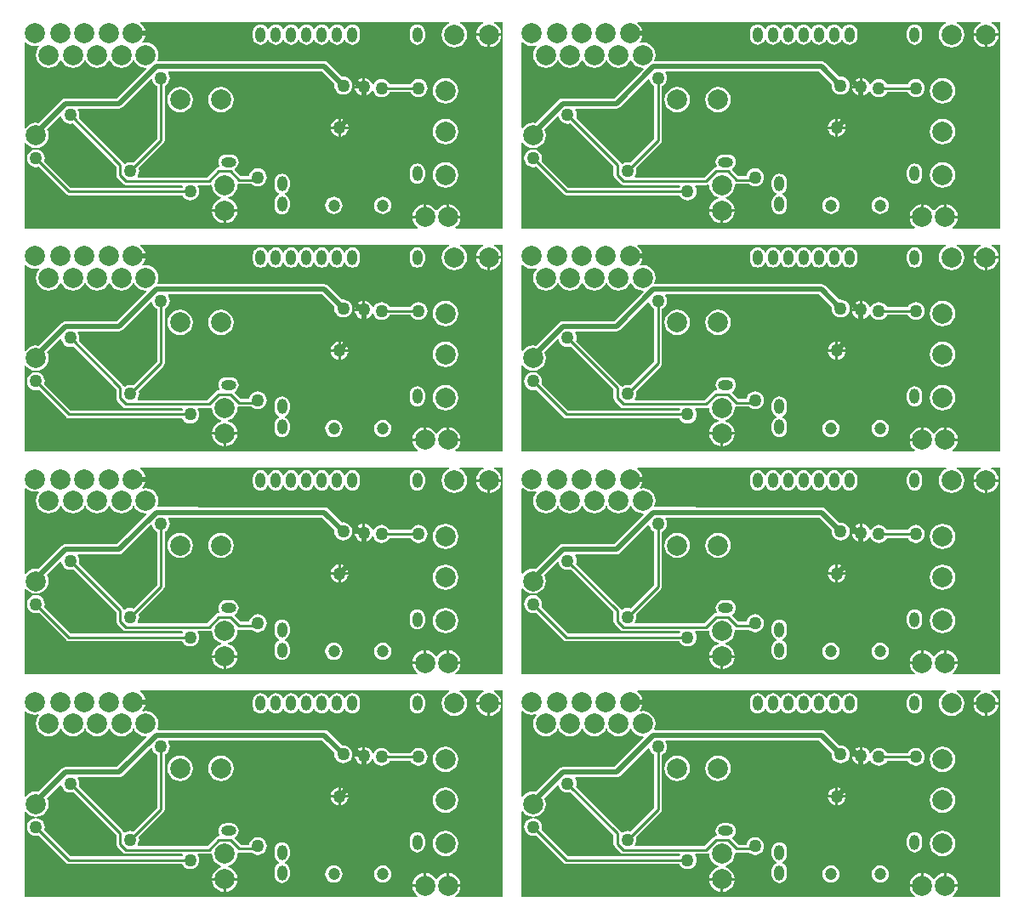
<source format=gbl>
%FSLAX25Y25*%
%MOIN*%
G70*
G01*
G75*
G04 Layer_Physical_Order=2*
G04 Layer_Color=16711680*
%ADD10O,0.02362X0.09055*%
%ADD11R,0.02756X0.03543*%
%ADD12O,0.01969X0.06299*%
%ADD13R,0.03150X0.03543*%
%ADD14R,0.06693X0.02953*%
%ADD15O,0.07087X0.02362*%
%ADD16R,0.03543X0.02756*%
%ADD17R,0.03543X0.03150*%
%ADD18O,0.06299X0.01969*%
%ADD19C,0.02000*%
%ADD20C,0.01000*%
%ADD21C,0.07874*%
%ADD22O,0.03937X0.05906*%
%ADD23C,0.04724*%
%ADD24O,0.05906X0.03937*%
%ADD25C,0.05000*%
G36*
X52667Y60592D02*
X52708Y60283D01*
X53061Y59432D01*
X53622Y58701D01*
X54353Y58140D01*
X54589Y58042D01*
Y37330D01*
X45268Y28009D01*
X45032Y28107D01*
X44118Y28227D01*
X43204Y28107D01*
X42353Y27754D01*
X42020Y27499D01*
X41552Y27675D01*
X41550Y27685D01*
X41531Y27782D01*
X41199Y28278D01*
X23930Y45548D01*
X24028Y45783D01*
X24148Y46697D01*
X24028Y47611D01*
X23675Y48462D01*
X23486Y48709D01*
X23707Y49158D01*
X39754D01*
X40534Y49313D01*
X41196Y49755D01*
X52194Y60753D01*
X52667Y60592D01*
D02*
G37*
G36*
X17167Y46092D02*
X17208Y45783D01*
X17561Y44932D01*
X18122Y44201D01*
X18853Y43640D01*
X19704Y43287D01*
X20618Y43167D01*
X21532Y43287D01*
X21768Y43385D01*
X38589Y26563D01*
Y23040D01*
X38589Y23040D01*
X38589D01*
X38705Y22455D01*
X39037Y21959D01*
X41380Y19615D01*
X41876Y19284D01*
X41973Y19265D01*
X42461Y19168D01*
X64537D01*
X64758Y18719D01*
X64561Y18462D01*
X64463Y18226D01*
X20752D01*
X10430Y28547D01*
X10528Y28783D01*
X10648Y29697D01*
X10528Y30610D01*
X10175Y31462D01*
X9614Y32193D01*
X8883Y32754D01*
X8032Y33107D01*
X7155Y33222D01*
Y33722D01*
X8407Y33887D01*
X9608Y34384D01*
X10639Y35176D01*
X11431Y36207D01*
X11928Y37408D01*
X12098Y38697D01*
X11928Y39986D01*
X11488Y41047D01*
X16694Y46253D01*
X17167Y46092D01*
D02*
G37*
G36*
X3097Y75176D02*
X4128Y74384D01*
X5329Y73887D01*
X6618Y73717D01*
X7907Y73887D01*
X8216Y74015D01*
X8521Y73618D01*
X7806Y72687D01*
X7308Y71486D01*
X7139Y70197D01*
X7308Y68908D01*
X7806Y67707D01*
X8597Y66676D01*
X9628Y65884D01*
X10829Y65387D01*
X12118Y65217D01*
X13407Y65387D01*
X14608Y65884D01*
X15639Y66676D01*
X16431Y67707D01*
X16618Y68160D01*
X17118D01*
X17306Y67707D01*
X18097Y66676D01*
X19128Y65884D01*
X20329Y65387D01*
X21618Y65217D01*
X22907Y65387D01*
X24108Y65884D01*
X25139Y66676D01*
X25931Y67707D01*
X26118Y68160D01*
X26618D01*
X26806Y67707D01*
X27597Y66676D01*
X28628Y65884D01*
X29829Y65387D01*
X31118Y65217D01*
X32407Y65387D01*
X33608Y65884D01*
X34639Y66676D01*
X35431Y67707D01*
X35618Y68160D01*
X36118D01*
X36306Y67707D01*
X37097Y66676D01*
X38128Y65884D01*
X39329Y65387D01*
X40618Y65217D01*
X41907Y65387D01*
X43108Y65884D01*
X44139Y66676D01*
X44931Y67707D01*
X45118Y68160D01*
X45618D01*
X45806Y67707D01*
X46597Y66676D01*
X47628Y65884D01*
X48829Y65387D01*
X50118Y65217D01*
X50237Y65233D01*
X50458Y64784D01*
X38910Y53236D01*
X18754D01*
X18754Y53236D01*
X17974Y53081D01*
X17312Y52639D01*
X17312Y52639D01*
X8207Y43533D01*
X7118Y43676D01*
X5829Y43507D01*
X4628Y43009D01*
X3597Y42218D01*
X3092Y41559D01*
X2618Y41720D01*
Y75022D01*
X3092Y75183D01*
X3097Y75176D01*
D02*
G37*
G36*
X190118Y2197D02*
X171641D01*
X171481Y2670D01*
X172139Y3176D01*
X172931Y4207D01*
X173428Y5408D01*
X173532Y6197D01*
X168618D01*
Y6697D01*
X168118D01*
Y11611D01*
X167329Y11507D01*
X166128Y11009D01*
X165097Y10218D01*
X164372Y9273D01*
X163872D01*
X163139Y10228D01*
X162108Y11020D01*
X160907Y11517D01*
X160118Y11621D01*
Y6707D01*
X159618D01*
Y6207D01*
X154704D01*
X154808Y5418D01*
X155306Y4217D01*
X156097Y3186D01*
X156769Y2670D01*
X156608Y2197D01*
X2618D01*
Y35674D01*
X3092Y35834D01*
X3597Y35176D01*
X4628Y34384D01*
X5829Y33887D01*
X7081Y33722D01*
Y33222D01*
X6204Y33107D01*
X5353Y32754D01*
X4622Y32193D01*
X4061Y31462D01*
X3708Y30610D01*
X3588Y29697D01*
X3708Y28783D01*
X4061Y27932D01*
X4622Y27201D01*
X5353Y26640D01*
X6204Y26287D01*
X7118Y26167D01*
X8032Y26287D01*
X8268Y26385D01*
X19037Y15615D01*
X19533Y15284D01*
X20118Y15168D01*
X64463D01*
X64561Y14932D01*
X65122Y14201D01*
X65853Y13640D01*
X66704Y13287D01*
X67618Y13167D01*
X68532Y13287D01*
X69383Y13640D01*
X70114Y14201D01*
X70675Y14932D01*
X71028Y15783D01*
X71148Y16697D01*
X71028Y17610D01*
X70675Y18462D01*
X70478Y18719D01*
X70699Y19168D01*
X74929D01*
X75514Y19284D01*
X75684Y19397D01*
X76139Y19191D01*
X76308Y17908D01*
X76806Y16707D01*
X77597Y15676D01*
X78628Y14884D01*
X79685Y14447D01*
Y13947D01*
X78628Y13509D01*
X77597Y12718D01*
X76806Y11687D01*
X76308Y10486D01*
X76204Y9697D01*
X86032D01*
X85928Y10486D01*
X85431Y11687D01*
X84639Y12718D01*
X83608Y13509D01*
X82552Y13947D01*
Y14447D01*
X83608Y14884D01*
X84639Y15676D01*
X85431Y16707D01*
X85928Y17908D01*
X86098Y19197D01*
X86071Y19399D01*
X86436Y19741D01*
X86807Y19668D01*
X91665D01*
X92353Y19140D01*
X93204Y18787D01*
X94118Y18667D01*
X95032Y18787D01*
X95883Y19140D01*
X96614Y19701D01*
X97175Y20432D01*
X97528Y21283D01*
X97648Y22197D01*
X97528Y23110D01*
X97175Y23962D01*
X96614Y24693D01*
X95883Y25254D01*
X95032Y25607D01*
X94118Y25727D01*
X93204Y25607D01*
X92353Y25254D01*
X91622Y24693D01*
X91061Y23962D01*
X90708Y23110D01*
X90658Y22726D01*
X87441D01*
X85010Y25157D01*
X85099Y25604D01*
X85720Y26080D01*
X86195Y26700D01*
X86494Y27422D01*
X86597Y28197D01*
X86494Y28972D01*
X86195Y29694D01*
X85720Y30314D01*
X85099Y30790D01*
X84377Y31089D01*
X83602Y31191D01*
X81634D01*
X80859Y31089D01*
X80137Y30790D01*
X79517Y30314D01*
X79041Y29694D01*
X78742Y28972D01*
X78640Y28197D01*
X78742Y27422D01*
X79041Y26700D01*
X79109Y26612D01*
X78887Y26163D01*
X78866D01*
X78281Y26047D01*
X77785Y25715D01*
X74296Y22226D01*
X47199D01*
X46978Y22675D01*
X47175Y22932D01*
X47528Y23783D01*
X47648Y24697D01*
X47528Y25611D01*
X47430Y25846D01*
X57200Y35615D01*
X57531Y36112D01*
X57648Y36697D01*
X57648Y36697D01*
X57648Y36697D01*
Y36697D01*
Y58042D01*
X57883Y58140D01*
X58614Y58701D01*
X59175Y59432D01*
X59528Y60283D01*
X59648Y61197D01*
X59528Y62111D01*
X59175Y62962D01*
X58986Y63209D01*
X59207Y63658D01*
X119273D01*
X124163Y58768D01*
X124088Y58197D01*
X124208Y57283D01*
X124561Y56432D01*
X125122Y55701D01*
X125853Y55140D01*
X126704Y54787D01*
X127618Y54667D01*
X128532Y54787D01*
X129383Y55140D01*
X130114Y55701D01*
X130675Y56432D01*
X131028Y57283D01*
X131148Y58197D01*
X131028Y59110D01*
X130675Y59962D01*
X130114Y60693D01*
X129383Y61254D01*
X128532Y61607D01*
X127618Y61727D01*
X127047Y61652D01*
X121560Y67139D01*
X120898Y67581D01*
X120118Y67736D01*
X54893D01*
X54615Y68152D01*
X54928Y68908D01*
X55098Y70197D01*
X54928Y71486D01*
X54431Y72687D01*
X53639Y73718D01*
X52608Y74509D01*
X51407Y75007D01*
X50118Y75177D01*
X49121Y75045D01*
X48871Y75478D01*
X49431Y76207D01*
X49928Y77408D01*
X50032Y78197D01*
X45118D01*
Y79197D01*
X50032D01*
X49928Y79986D01*
X49431Y81187D01*
X48639Y82218D01*
X47981Y82723D01*
X48141Y83197D01*
X169007D01*
X169104Y82706D01*
X168628Y82509D01*
X167597Y81718D01*
X166806Y80687D01*
X166308Y79486D01*
X166139Y78197D01*
X166308Y76908D01*
X166806Y75707D01*
X167597Y74676D01*
X168628Y73884D01*
X169829Y73387D01*
X171118Y73217D01*
X172407Y73387D01*
X173608Y73884D01*
X174639Y74676D01*
X175431Y75707D01*
X175928Y76908D01*
X176098Y78197D01*
X175928Y79486D01*
X175431Y80687D01*
X174639Y81718D01*
X173608Y82509D01*
X173132Y82706D01*
X173230Y83197D01*
X182507D01*
X182604Y82706D01*
X182128Y82509D01*
X181097Y81718D01*
X180306Y80687D01*
X179808Y79486D01*
X179704Y78697D01*
X189532D01*
X189428Y79486D01*
X188931Y80687D01*
X188139Y81718D01*
X187108Y82509D01*
X186632Y82706D01*
X186730Y83197D01*
X190118D01*
Y2197D01*
D02*
G37*
%LPC*%
G36*
X167618Y28177D02*
X166329Y28007D01*
X165128Y27509D01*
X164097Y26718D01*
X163306Y25687D01*
X162808Y24486D01*
X162638Y23197D01*
X162808Y21908D01*
X163306Y20707D01*
X164097Y19676D01*
X165128Y18884D01*
X166329Y18387D01*
X167618Y18217D01*
X168907Y18387D01*
X170108Y18884D01*
X171139Y19676D01*
X171931Y20707D01*
X172428Y21908D01*
X172598Y23197D01*
X172428Y24486D01*
X171931Y25687D01*
X171139Y26718D01*
X170108Y27509D01*
X168907Y28007D01*
X167618Y28177D01*
D02*
G37*
G36*
X125618Y41197D02*
X122654D01*
X122708Y40783D01*
X123061Y39932D01*
X123622Y39201D01*
X124353Y38640D01*
X125204Y38287D01*
X125618Y38232D01*
Y41197D01*
D02*
G37*
G36*
X156618Y27675D02*
X155843Y27573D01*
X155121Y27274D01*
X154501Y26798D01*
X154025Y26178D01*
X153726Y25456D01*
X153624Y24681D01*
Y22713D01*
X153726Y21938D01*
X154025Y21215D01*
X154501Y20595D01*
X155121Y20120D01*
X155843Y19820D01*
X156618Y19718D01*
X157393Y19820D01*
X158115Y20120D01*
X158735Y20595D01*
X159211Y21215D01*
X159510Y21938D01*
X159612Y22713D01*
Y24681D01*
X159510Y25456D01*
X159211Y26178D01*
X158735Y26798D01*
X158115Y27274D01*
X157393Y27573D01*
X156618Y27675D01*
D02*
G37*
G36*
X167618Y45177D02*
X166329Y45007D01*
X165128Y44509D01*
X164097Y43718D01*
X163306Y42687D01*
X162808Y41486D01*
X162638Y40197D01*
X162808Y38908D01*
X163306Y37707D01*
X164097Y36676D01*
X165128Y35884D01*
X166329Y35387D01*
X167618Y35217D01*
X168907Y35387D01*
X170108Y35884D01*
X171139Y36676D01*
X171931Y37707D01*
X172428Y38908D01*
X172598Y40197D01*
X172428Y41486D01*
X171931Y42687D01*
X171139Y43718D01*
X170108Y44509D01*
X168907Y45007D01*
X167618Y45177D01*
D02*
G37*
G36*
X169118Y11611D02*
Y7197D01*
X173532D01*
X173428Y7986D01*
X172931Y9187D01*
X172139Y10218D01*
X171108Y11009D01*
X169907Y11507D01*
X169118Y11611D01*
D02*
G37*
G36*
X86032Y8697D02*
X81618D01*
Y4283D01*
X82407Y4387D01*
X83608Y4884D01*
X84639Y5676D01*
X85431Y6707D01*
X85928Y7908D01*
X86032Y8697D01*
D02*
G37*
G36*
X80618D02*
X76204D01*
X76308Y7908D01*
X76806Y6707D01*
X77597Y5676D01*
X78628Y4884D01*
X79829Y4387D01*
X80618Y4283D01*
Y8697D01*
D02*
G37*
G36*
X159118Y11621D02*
X158329Y11517D01*
X157128Y11020D01*
X156097Y10228D01*
X155306Y9197D01*
X154808Y7996D01*
X154704Y7207D01*
X159118D01*
Y11621D01*
D02*
G37*
G36*
X143118Y14588D02*
X142240Y14472D01*
X141422Y14134D01*
X140720Y13595D01*
X140181Y12892D01*
X139842Y12075D01*
X139727Y11197D01*
X139842Y10319D01*
X140181Y9501D01*
X140720Y8799D01*
X141422Y8260D01*
X142240Y7921D01*
X143118Y7806D01*
X143996Y7921D01*
X144814Y8260D01*
X145516Y8799D01*
X146055Y9501D01*
X146394Y10319D01*
X146509Y11197D01*
X146394Y12075D01*
X146055Y12892D01*
X145516Y13595D01*
X144814Y14134D01*
X143996Y14472D01*
X143118Y14588D01*
D02*
G37*
G36*
X123906D02*
X123028Y14472D01*
X122210Y14134D01*
X121508Y13595D01*
X120969Y12892D01*
X120630Y12075D01*
X120514Y11197D01*
X120630Y10319D01*
X120969Y9501D01*
X121508Y8799D01*
X122210Y8260D01*
X123028Y7921D01*
X123906Y7806D01*
X124783Y7921D01*
X125601Y8260D01*
X126304Y8799D01*
X126842Y9501D01*
X127181Y10319D01*
X127297Y11197D01*
X127181Y12075D01*
X126842Y12892D01*
X126304Y13595D01*
X125601Y14134D01*
X124783Y14472D01*
X123906Y14588D01*
D02*
G37*
G36*
X103618Y23675D02*
X102843Y23573D01*
X102121Y23274D01*
X101501Y22798D01*
X101025Y22178D01*
X100726Y21456D01*
X100624Y20681D01*
Y18713D01*
X100726Y17938D01*
X101025Y17215D01*
X101501Y16595D01*
X102121Y16120D01*
X102538Y15947D01*
Y15447D01*
X102121Y15274D01*
X101501Y14798D01*
X101025Y14178D01*
X100726Y13456D01*
X100624Y12681D01*
Y10713D01*
X100726Y9938D01*
X101025Y9216D01*
X101501Y8595D01*
X102121Y8120D01*
X102843Y7820D01*
X103618Y7718D01*
X104393Y7820D01*
X105115Y8120D01*
X105735Y8595D01*
X106211Y9216D01*
X106510Y9938D01*
X106612Y10713D01*
Y12681D01*
X106510Y13456D01*
X106211Y14178D01*
X105735Y14798D01*
X105115Y15274D01*
X104698Y15447D01*
Y15947D01*
X105115Y16120D01*
X105735Y16595D01*
X106211Y17215D01*
X106510Y17938D01*
X106612Y18713D01*
Y20681D01*
X106510Y21456D01*
X106211Y22178D01*
X105735Y22798D01*
X105115Y23274D01*
X104393Y23573D01*
X103618Y23675D01*
D02*
G37*
G36*
X184118Y77697D02*
X179704D01*
X179808Y76908D01*
X180306Y75707D01*
X181097Y74676D01*
X182128Y73884D01*
X183329Y73387D01*
X184118Y73283D01*
Y77697D01*
D02*
G37*
G36*
X135118Y61161D02*
X134704Y61107D01*
X133853Y60754D01*
X133122Y60193D01*
X132561Y59462D01*
X132208Y58610D01*
X132154Y58197D01*
X135118D01*
Y61161D01*
D02*
G37*
G36*
Y57197D02*
X132154D01*
X132208Y56783D01*
X132561Y55932D01*
X133122Y55201D01*
X133853Y54640D01*
X134704Y54287D01*
X135118Y54233D01*
Y57197D01*
D02*
G37*
G36*
X131118Y82175D02*
X130343Y82073D01*
X129621Y81774D01*
X129001Y81298D01*
X128525Y80678D01*
X128368Y80299D01*
X127868D01*
X127711Y80678D01*
X127235Y81298D01*
X126615Y81774D01*
X125893Y82073D01*
X125118Y82175D01*
X124343Y82073D01*
X123621Y81774D01*
X123001Y81298D01*
X122525Y80678D01*
X122368Y80299D01*
X121868D01*
X121711Y80678D01*
X121235Y81298D01*
X120615Y81774D01*
X119893Y82073D01*
X119118Y82175D01*
X118343Y82073D01*
X117621Y81774D01*
X117001Y81298D01*
X116525Y80678D01*
X116368Y80299D01*
X115868D01*
X115711Y80678D01*
X115235Y81298D01*
X114615Y81774D01*
X113893Y82073D01*
X113118Y82175D01*
X112343Y82073D01*
X111621Y81774D01*
X111001Y81298D01*
X110525Y80678D01*
X110368Y80299D01*
X109868D01*
X109711Y80678D01*
X109235Y81298D01*
X108615Y81774D01*
X107893Y82073D01*
X107118Y82175D01*
X106343Y82073D01*
X105621Y81774D01*
X105001Y81298D01*
X104525Y80678D01*
X104368Y80299D01*
X103868D01*
X103711Y80678D01*
X103235Y81298D01*
X102615Y81774D01*
X101893Y82073D01*
X101118Y82175D01*
X100343Y82073D01*
X99621Y81774D01*
X99001Y81298D01*
X98525Y80678D01*
X98368Y80299D01*
X97868D01*
X97711Y80678D01*
X97235Y81298D01*
X96615Y81774D01*
X95893Y82073D01*
X95118Y82175D01*
X94343Y82073D01*
X93621Y81774D01*
X93001Y81298D01*
X92525Y80678D01*
X92226Y79956D01*
X92124Y79181D01*
Y77213D01*
X92226Y76438D01*
X92525Y75716D01*
X93001Y75095D01*
X93621Y74620D01*
X94343Y74321D01*
X95118Y74218D01*
X95893Y74321D01*
X96615Y74620D01*
X97235Y75095D01*
X97711Y75716D01*
X97868Y76095D01*
X98368D01*
X98525Y75716D01*
X99001Y75095D01*
X99621Y74620D01*
X100343Y74321D01*
X101118Y74218D01*
X101893Y74321D01*
X102615Y74620D01*
X103235Y75095D01*
X103711Y75716D01*
X103868Y76095D01*
X104368D01*
X104525Y75716D01*
X105001Y75095D01*
X105621Y74620D01*
X106343Y74321D01*
X107118Y74218D01*
X107893Y74321D01*
X108615Y74620D01*
X109235Y75095D01*
X109711Y75716D01*
X109868Y76095D01*
X110368D01*
X110525Y75716D01*
X111001Y75095D01*
X111621Y74620D01*
X112343Y74321D01*
X113118Y74218D01*
X113893Y74321D01*
X114615Y74620D01*
X115235Y75095D01*
X115711Y75716D01*
X115868Y76095D01*
X116368D01*
X116525Y75716D01*
X117001Y75095D01*
X117621Y74620D01*
X118343Y74321D01*
X119118Y74218D01*
X119893Y74321D01*
X120615Y74620D01*
X121235Y75095D01*
X121711Y75716D01*
X121868Y76095D01*
X122368D01*
X122525Y75716D01*
X123001Y75095D01*
X123621Y74620D01*
X124343Y74321D01*
X125118Y74218D01*
X125893Y74321D01*
X126615Y74620D01*
X127235Y75095D01*
X127711Y75716D01*
X127868Y76095D01*
X128368D01*
X128525Y75716D01*
X129001Y75095D01*
X129621Y74620D01*
X130343Y74321D01*
X131118Y74218D01*
X131893Y74321D01*
X132615Y74620D01*
X133235Y75095D01*
X133711Y75716D01*
X134010Y76438D01*
X134112Y77213D01*
Y79181D01*
X134010Y79956D01*
X133711Y80678D01*
X133235Y81298D01*
X132615Y81774D01*
X131893Y82073D01*
X131118Y82175D01*
D02*
G37*
G36*
X156618D02*
X155843Y82073D01*
X155121Y81774D01*
X154501Y81298D01*
X154025Y80678D01*
X153726Y79956D01*
X153624Y79181D01*
Y77213D01*
X153726Y76438D01*
X154025Y75716D01*
X154501Y75095D01*
X155121Y74620D01*
X155843Y74321D01*
X156618Y74218D01*
X157393Y74321D01*
X158115Y74620D01*
X158735Y75095D01*
X159211Y75716D01*
X159510Y76438D01*
X159612Y77213D01*
Y79181D01*
X159510Y79956D01*
X159211Y80678D01*
X158735Y81298D01*
X158115Y81774D01*
X157393Y82073D01*
X156618Y82175D01*
D02*
G37*
G36*
X189532Y77697D02*
X185118D01*
Y73283D01*
X185907Y73387D01*
X187108Y73884D01*
X188139Y74676D01*
X188931Y75707D01*
X189428Y76908D01*
X189532Y77697D01*
D02*
G37*
G36*
X136118Y61161D02*
Y57697D01*
Y54233D01*
X136532Y54287D01*
X137383Y54640D01*
X138114Y55201D01*
X138675Y55932D01*
X138765Y56147D01*
X139265D01*
X139561Y55432D01*
X140122Y54701D01*
X140853Y54140D01*
X141704Y53787D01*
X142618Y53667D01*
X143532Y53787D01*
X144383Y54140D01*
X145114Y54701D01*
X145675Y55432D01*
X145773Y55668D01*
X153963D01*
X154061Y55432D01*
X154622Y54701D01*
X155353Y54140D01*
X156204Y53787D01*
X157118Y53667D01*
X158032Y53787D01*
X158883Y54140D01*
X159614Y54701D01*
X160175Y55432D01*
X160528Y56283D01*
X160648Y57197D01*
X160528Y58110D01*
X160175Y58962D01*
X159614Y59693D01*
X158883Y60254D01*
X158032Y60607D01*
X157118Y60727D01*
X156204Y60607D01*
X155353Y60254D01*
X154622Y59693D01*
X154061Y58962D01*
X153963Y58726D01*
X145773D01*
X145675Y58962D01*
X145114Y59693D01*
X144383Y60254D01*
X143532Y60607D01*
X142618Y60727D01*
X141704Y60607D01*
X140853Y60254D01*
X140122Y59693D01*
X139561Y58962D01*
X139472Y58747D01*
X138972D01*
X138675Y59462D01*
X138114Y60193D01*
X137383Y60754D01*
X136532Y61107D01*
X136118Y61161D01*
D02*
G37*
G36*
X126618Y45161D02*
Y42197D01*
X129583D01*
X129528Y42610D01*
X129175Y43462D01*
X128614Y44193D01*
X127883Y44754D01*
X127032Y45107D01*
X126618Y45161D01*
D02*
G37*
G36*
X125618D02*
X125204Y45107D01*
X124353Y44754D01*
X123622Y44193D01*
X123061Y43462D01*
X122708Y42610D01*
X122654Y42197D01*
X125618D01*
Y45161D01*
D02*
G37*
G36*
X129583Y41197D02*
X126618D01*
Y38232D01*
X127032Y38287D01*
X127883Y38640D01*
X128614Y39201D01*
X129175Y39932D01*
X129528Y40783D01*
X129583Y41197D01*
D02*
G37*
G36*
X167618Y61177D02*
X166329Y61007D01*
X165128Y60509D01*
X164097Y59718D01*
X163306Y58687D01*
X162808Y57486D01*
X162638Y56197D01*
X162808Y54908D01*
X163306Y53707D01*
X164097Y52676D01*
X165128Y51884D01*
X166329Y51387D01*
X167618Y51217D01*
X168907Y51387D01*
X170108Y51884D01*
X171139Y52676D01*
X171931Y53707D01*
X172428Y54908D01*
X172598Y56197D01*
X172428Y57486D01*
X171931Y58687D01*
X171139Y59718D01*
X170108Y60509D01*
X168907Y61007D01*
X167618Y61177D01*
D02*
G37*
G36*
X79618Y57677D02*
X78329Y57507D01*
X77128Y57009D01*
X76097Y56218D01*
X75306Y55187D01*
X74808Y53986D01*
X74638Y52697D01*
X74808Y51408D01*
X75306Y50207D01*
X76097Y49176D01*
X77128Y48384D01*
X78329Y47887D01*
X79618Y47717D01*
X80907Y47887D01*
X82108Y48384D01*
X83139Y49176D01*
X83931Y50207D01*
X84428Y51408D01*
X84598Y52697D01*
X84428Y53986D01*
X83931Y55187D01*
X83139Y56218D01*
X82108Y57009D01*
X80907Y57507D01*
X79618Y57677D01*
D02*
G37*
G36*
X63618D02*
X62329Y57507D01*
X61128Y57009D01*
X60097Y56218D01*
X59306Y55187D01*
X58808Y53986D01*
X58639Y52697D01*
X58808Y51408D01*
X59306Y50207D01*
X60097Y49176D01*
X61128Y48384D01*
X62329Y47887D01*
X63618Y47717D01*
X64907Y47887D01*
X66108Y48384D01*
X67139Y49176D01*
X67931Y50207D01*
X68428Y51408D01*
X68598Y52697D01*
X68428Y53986D01*
X67931Y55187D01*
X67139Y56218D01*
X66108Y57009D01*
X64907Y57507D01*
X63618Y57677D01*
D02*
G37*
%LPD*%
G36*
X247549Y60592D02*
X247590Y60283D01*
X247943Y59432D01*
X248504Y58701D01*
X249235Y58140D01*
X249471Y58042D01*
Y37330D01*
X240149Y28009D01*
X239914Y28107D01*
X239000Y28227D01*
X238086Y28107D01*
X237235Y27754D01*
X236902Y27499D01*
X236434Y27675D01*
X236432Y27685D01*
X236413Y27782D01*
X236081Y28278D01*
X218812Y45548D01*
X218910Y45783D01*
X219030Y46697D01*
X218910Y47611D01*
X218557Y48462D01*
X218368Y48709D01*
X218589Y49158D01*
X234636D01*
X235416Y49313D01*
X236078Y49755D01*
X247076Y60753D01*
X247549Y60592D01*
D02*
G37*
G36*
X212049Y46092D02*
X212090Y45783D01*
X212443Y44932D01*
X213004Y44201D01*
X213735Y43640D01*
X214586Y43287D01*
X215500Y43167D01*
X216414Y43287D01*
X216649Y43385D01*
X233471Y26563D01*
Y23040D01*
X233471Y23040D01*
X233471D01*
X233587Y22455D01*
X233919Y21959D01*
X236262Y19615D01*
X236758Y19284D01*
X236855Y19265D01*
X237343Y19168D01*
X259419D01*
X259640Y18719D01*
X259443Y18462D01*
X259345Y18226D01*
X215634D01*
X205312Y28547D01*
X205410Y28783D01*
X205530Y29697D01*
X205410Y30610D01*
X205057Y31462D01*
X204496Y32193D01*
X203765Y32754D01*
X202914Y33107D01*
X202037Y33222D01*
Y33722D01*
X203289Y33887D01*
X204490Y34384D01*
X205521Y35176D01*
X206312Y36207D01*
X206810Y37408D01*
X206980Y38697D01*
X206810Y39986D01*
X206370Y41047D01*
X211576Y46253D01*
X212049Y46092D01*
D02*
G37*
G36*
X197979Y75176D02*
X199010Y74384D01*
X200211Y73887D01*
X201500Y73717D01*
X202789Y73887D01*
X203098Y74015D01*
X203402Y73618D01*
X202688Y72687D01*
X202190Y71486D01*
X202020Y70197D01*
X202190Y68908D01*
X202688Y67707D01*
X203479Y66676D01*
X204510Y65884D01*
X205711Y65387D01*
X207000Y65217D01*
X208289Y65387D01*
X209490Y65884D01*
X210521Y66676D01*
X211313Y67707D01*
X211500Y68160D01*
X212000D01*
X212188Y67707D01*
X212979Y66676D01*
X214010Y65884D01*
X215211Y65387D01*
X216500Y65217D01*
X217789Y65387D01*
X218990Y65884D01*
X220021Y66676D01*
X220813Y67707D01*
X221000Y68160D01*
X221500D01*
X221688Y67707D01*
X222479Y66676D01*
X223510Y65884D01*
X224711Y65387D01*
X226000Y65217D01*
X227289Y65387D01*
X228490Y65884D01*
X229521Y66676D01*
X230312Y67707D01*
X230500Y68160D01*
X231000D01*
X231188Y67707D01*
X231979Y66676D01*
X233010Y65884D01*
X234211Y65387D01*
X235500Y65217D01*
X236789Y65387D01*
X237990Y65884D01*
X239021Y66676D01*
X239812Y67707D01*
X240000Y68160D01*
X240500D01*
X240687Y67707D01*
X241479Y66676D01*
X242510Y65884D01*
X243711Y65387D01*
X245000Y65217D01*
X245119Y65233D01*
X245340Y64784D01*
X233791Y53236D01*
X213636D01*
X213636Y53236D01*
X212856Y53081D01*
X212194Y52639D01*
X212194Y52639D01*
X203088Y43533D01*
X202000Y43676D01*
X200711Y43507D01*
X199510Y43009D01*
X198479Y42218D01*
X197974Y41559D01*
X197500Y41720D01*
Y75022D01*
X197974Y75183D01*
X197979Y75176D01*
D02*
G37*
G36*
X385000Y2197D02*
X366523D01*
X366362Y2670D01*
X367021Y3176D01*
X367812Y4207D01*
X368310Y5408D01*
X368414Y6197D01*
X363500D01*
Y6697D01*
X363000D01*
Y11611D01*
X362211Y11507D01*
X361010Y11009D01*
X359979Y10218D01*
X359254Y9273D01*
X358754D01*
X358021Y10228D01*
X356990Y11020D01*
X355789Y11517D01*
X355000Y11621D01*
Y6707D01*
X354500D01*
Y6207D01*
X349586D01*
X349690Y5418D01*
X350187Y4217D01*
X350979Y3186D01*
X351651Y2670D01*
X351490Y2197D01*
X197500D01*
Y35674D01*
X197974Y35834D01*
X198479Y35176D01*
X199510Y34384D01*
X200711Y33887D01*
X201963Y33722D01*
Y33222D01*
X201086Y33107D01*
X200235Y32754D01*
X199504Y32193D01*
X198943Y31462D01*
X198590Y30610D01*
X198470Y29697D01*
X198590Y28783D01*
X198943Y27932D01*
X199504Y27201D01*
X200235Y26640D01*
X201086Y26287D01*
X202000Y26167D01*
X202914Y26287D01*
X203149Y26385D01*
X213919Y15615D01*
X214415Y15284D01*
X215000Y15168D01*
X259345D01*
X259443Y14932D01*
X260004Y14201D01*
X260735Y13640D01*
X261586Y13287D01*
X262500Y13167D01*
X263414Y13287D01*
X264265Y13640D01*
X264996Y14201D01*
X265557Y14932D01*
X265910Y15783D01*
X266030Y16697D01*
X265910Y17610D01*
X265557Y18462D01*
X265360Y18719D01*
X265581Y19168D01*
X269811D01*
X270396Y19284D01*
X270566Y19397D01*
X271021Y19191D01*
X271190Y17908D01*
X271688Y16707D01*
X272479Y15676D01*
X273510Y14884D01*
X274567Y14447D01*
Y13947D01*
X273510Y13509D01*
X272479Y12718D01*
X271688Y11687D01*
X271190Y10486D01*
X271086Y9697D01*
X280914D01*
X280810Y10486D01*
X280312Y11687D01*
X279521Y12718D01*
X278490Y13509D01*
X277433Y13947D01*
Y14447D01*
X278490Y14884D01*
X279521Y15676D01*
X280312Y16707D01*
X280810Y17908D01*
X280980Y19197D01*
X280953Y19399D01*
X281318Y19741D01*
X281689Y19668D01*
X286547D01*
X287235Y19140D01*
X288086Y18787D01*
X289000Y18667D01*
X289914Y18787D01*
X290765Y19140D01*
X291496Y19701D01*
X292057Y20432D01*
X292410Y21283D01*
X292530Y22197D01*
X292410Y23110D01*
X292057Y23962D01*
X291496Y24693D01*
X290765Y25254D01*
X289914Y25607D01*
X289000Y25727D01*
X288086Y25607D01*
X287235Y25254D01*
X286504Y24693D01*
X285943Y23962D01*
X285590Y23110D01*
X285540Y22726D01*
X282323D01*
X279892Y25157D01*
X279981Y25604D01*
X280601Y26080D01*
X281077Y26700D01*
X281376Y27422D01*
X281478Y28197D01*
X281376Y28972D01*
X281077Y29694D01*
X280601Y30314D01*
X279981Y30790D01*
X279259Y31089D01*
X278484Y31191D01*
X276516D01*
X275741Y31089D01*
X275019Y30790D01*
X274399Y30314D01*
X273923Y29694D01*
X273624Y28972D01*
X273522Y28197D01*
X273624Y27422D01*
X273923Y26700D01*
X273990Y26612D01*
X273769Y26163D01*
X273748D01*
X273163Y26047D01*
X272667Y25715D01*
X269177Y22226D01*
X242081D01*
X241860Y22675D01*
X242057Y22932D01*
X242410Y23783D01*
X242530Y24697D01*
X242410Y25611D01*
X242312Y25846D01*
X252081Y35615D01*
X252413Y36112D01*
X252529Y36697D01*
X252529Y36697D01*
X252529Y36697D01*
Y36697D01*
Y58042D01*
X252765Y58140D01*
X253496Y58701D01*
X254057Y59432D01*
X254410Y60283D01*
X254530Y61197D01*
X254410Y62111D01*
X254057Y62962D01*
X253868Y63209D01*
X254089Y63658D01*
X314155D01*
X319045Y58768D01*
X318970Y58197D01*
X319090Y57283D01*
X319443Y56432D01*
X320004Y55701D01*
X320735Y55140D01*
X321586Y54787D01*
X322500Y54667D01*
X323414Y54787D01*
X324265Y55140D01*
X324996Y55701D01*
X325557Y56432D01*
X325910Y57283D01*
X326030Y58197D01*
X325910Y59110D01*
X325557Y59962D01*
X324996Y60693D01*
X324265Y61254D01*
X323414Y61607D01*
X322500Y61727D01*
X321929Y61652D01*
X316442Y67139D01*
X315780Y67581D01*
X315000Y67736D01*
X249775D01*
X249497Y68152D01*
X249810Y68908D01*
X249980Y70197D01*
X249810Y71486D01*
X249312Y72687D01*
X248521Y73718D01*
X247490Y74509D01*
X246289Y75007D01*
X245000Y75177D01*
X244003Y75045D01*
X243753Y75478D01*
X244313Y76207D01*
X244810Y77408D01*
X244914Y78197D01*
X240000D01*
Y79197D01*
X244914D01*
X244810Y79986D01*
X244313Y81187D01*
X243521Y82218D01*
X242862Y82723D01*
X243023Y83197D01*
X363889D01*
X363986Y82706D01*
X363510Y82509D01*
X362479Y81718D01*
X361687Y80687D01*
X361190Y79486D01*
X361020Y78197D01*
X361190Y76908D01*
X361687Y75707D01*
X362479Y74676D01*
X363510Y73884D01*
X364711Y73387D01*
X366000Y73217D01*
X367289Y73387D01*
X368490Y73884D01*
X369521Y74676D01*
X370312Y75707D01*
X370810Y76908D01*
X370980Y78197D01*
X370810Y79486D01*
X370312Y80687D01*
X369521Y81718D01*
X368490Y82509D01*
X368014Y82706D01*
X368111Y83197D01*
X377389D01*
X377486Y82706D01*
X377010Y82509D01*
X375979Y81718D01*
X375187Y80687D01*
X374690Y79486D01*
X374586Y78697D01*
X384414D01*
X384310Y79486D01*
X383812Y80687D01*
X383021Y81718D01*
X381990Y82509D01*
X381514Y82706D01*
X381611Y83197D01*
X385000D01*
Y2197D01*
D02*
G37*
%LPC*%
G36*
X362500Y28177D02*
X361211Y28007D01*
X360010Y27509D01*
X358979Y26718D01*
X358188Y25687D01*
X357690Y24486D01*
X357520Y23197D01*
X357690Y21908D01*
X358188Y20707D01*
X358979Y19676D01*
X360010Y18884D01*
X361211Y18387D01*
X362500Y18217D01*
X363789Y18387D01*
X364990Y18884D01*
X366021Y19676D01*
X366812Y20707D01*
X367310Y21908D01*
X367480Y23197D01*
X367310Y24486D01*
X366812Y25687D01*
X366021Y26718D01*
X364990Y27509D01*
X363789Y28007D01*
X362500Y28177D01*
D02*
G37*
G36*
X320500Y41197D02*
X317536D01*
X317590Y40783D01*
X317943Y39932D01*
X318504Y39201D01*
X319235Y38640D01*
X320086Y38287D01*
X320500Y38232D01*
Y41197D01*
D02*
G37*
G36*
X351500Y27675D02*
X350725Y27573D01*
X350003Y27274D01*
X349383Y26798D01*
X348907Y26178D01*
X348608Y25456D01*
X348506Y24681D01*
Y22713D01*
X348608Y21938D01*
X348907Y21215D01*
X349383Y20595D01*
X350003Y20120D01*
X350725Y19820D01*
X351500Y19718D01*
X352275Y19820D01*
X352997Y20120D01*
X353617Y20595D01*
X354093Y21215D01*
X354392Y21938D01*
X354494Y22713D01*
Y24681D01*
X354392Y25456D01*
X354093Y26178D01*
X353617Y26798D01*
X352997Y27274D01*
X352275Y27573D01*
X351500Y27675D01*
D02*
G37*
G36*
X362500Y45177D02*
X361211Y45007D01*
X360010Y44509D01*
X358979Y43718D01*
X358188Y42687D01*
X357690Y41486D01*
X357520Y40197D01*
X357690Y38908D01*
X358188Y37707D01*
X358979Y36676D01*
X360010Y35884D01*
X361211Y35387D01*
X362500Y35217D01*
X363789Y35387D01*
X364990Y35884D01*
X366021Y36676D01*
X366812Y37707D01*
X367310Y38908D01*
X367480Y40197D01*
X367310Y41486D01*
X366812Y42687D01*
X366021Y43718D01*
X364990Y44509D01*
X363789Y45007D01*
X362500Y45177D01*
D02*
G37*
G36*
X364000Y11611D02*
Y7197D01*
X368414D01*
X368310Y7986D01*
X367812Y9187D01*
X367021Y10218D01*
X365990Y11009D01*
X364789Y11507D01*
X364000Y11611D01*
D02*
G37*
G36*
X280914Y8697D02*
X276500D01*
Y4283D01*
X277289Y4387D01*
X278490Y4884D01*
X279521Y5676D01*
X280312Y6707D01*
X280810Y7908D01*
X280914Y8697D01*
D02*
G37*
G36*
X275500D02*
X271086D01*
X271190Y7908D01*
X271688Y6707D01*
X272479Y5676D01*
X273510Y4884D01*
X274711Y4387D01*
X275500Y4283D01*
Y8697D01*
D02*
G37*
G36*
X354000Y11621D02*
X353211Y11517D01*
X352010Y11020D01*
X350979Y10228D01*
X350187Y9197D01*
X349690Y7996D01*
X349586Y7207D01*
X354000D01*
Y11621D01*
D02*
G37*
G36*
X338000Y14588D02*
X337122Y14472D01*
X336304Y14134D01*
X335602Y13595D01*
X335063Y12892D01*
X334724Y12075D01*
X334609Y11197D01*
X334724Y10319D01*
X335063Y9501D01*
X335602Y8799D01*
X336304Y8260D01*
X337122Y7921D01*
X338000Y7806D01*
X338878Y7921D01*
X339696Y8260D01*
X340398Y8799D01*
X340937Y9501D01*
X341276Y10319D01*
X341391Y11197D01*
X341276Y12075D01*
X340937Y12892D01*
X340398Y13595D01*
X339696Y14134D01*
X338878Y14472D01*
X338000Y14588D01*
D02*
G37*
G36*
X318787D02*
X317910Y14472D01*
X317092Y14134D01*
X316389Y13595D01*
X315850Y12892D01*
X315512Y12075D01*
X315396Y11197D01*
X315512Y10319D01*
X315850Y9501D01*
X316389Y8799D01*
X317092Y8260D01*
X317910Y7921D01*
X318787Y7806D01*
X319665Y7921D01*
X320483Y8260D01*
X321185Y8799D01*
X321724Y9501D01*
X322063Y10319D01*
X322179Y11197D01*
X322063Y12075D01*
X321724Y12892D01*
X321185Y13595D01*
X320483Y14134D01*
X319665Y14472D01*
X318787Y14588D01*
D02*
G37*
G36*
X298500Y23675D02*
X297725Y23573D01*
X297003Y23274D01*
X296383Y22798D01*
X295907Y22178D01*
X295608Y21456D01*
X295506Y20681D01*
Y18713D01*
X295608Y17938D01*
X295907Y17215D01*
X296383Y16595D01*
X297003Y16120D01*
X297420Y15947D01*
Y15447D01*
X297003Y15274D01*
X296383Y14798D01*
X295907Y14178D01*
X295608Y13456D01*
X295506Y12681D01*
Y10713D01*
X295608Y9938D01*
X295907Y9216D01*
X296383Y8595D01*
X297003Y8120D01*
X297725Y7820D01*
X298500Y7718D01*
X299275Y7820D01*
X299997Y8120D01*
X300617Y8595D01*
X301093Y9216D01*
X301392Y9938D01*
X301494Y10713D01*
Y12681D01*
X301392Y13456D01*
X301093Y14178D01*
X300617Y14798D01*
X299997Y15274D01*
X299580Y15447D01*
Y15947D01*
X299997Y16120D01*
X300617Y16595D01*
X301093Y17215D01*
X301392Y17938D01*
X301494Y18713D01*
Y20681D01*
X301392Y21456D01*
X301093Y22178D01*
X300617Y22798D01*
X299997Y23274D01*
X299275Y23573D01*
X298500Y23675D01*
D02*
G37*
G36*
X379000Y77697D02*
X374586D01*
X374690Y76908D01*
X375187Y75707D01*
X375979Y74676D01*
X377010Y73884D01*
X378211Y73387D01*
X379000Y73283D01*
Y77697D01*
D02*
G37*
G36*
X330000Y61161D02*
X329586Y61107D01*
X328735Y60754D01*
X328004Y60193D01*
X327443Y59462D01*
X327090Y58610D01*
X327036Y58197D01*
X330000D01*
Y61161D01*
D02*
G37*
G36*
Y57197D02*
X327036D01*
X327090Y56783D01*
X327443Y55932D01*
X328004Y55201D01*
X328735Y54640D01*
X329586Y54287D01*
X330000Y54233D01*
Y57197D01*
D02*
G37*
G36*
X326000Y82175D02*
X325225Y82073D01*
X324503Y81774D01*
X323883Y81298D01*
X323407Y80678D01*
X323250Y80299D01*
X322750D01*
X322593Y80678D01*
X322117Y81298D01*
X321497Y81774D01*
X320775Y82073D01*
X320000Y82175D01*
X319225Y82073D01*
X318503Y81774D01*
X317883Y81298D01*
X317407Y80678D01*
X317250Y80299D01*
X316750D01*
X316593Y80678D01*
X316117Y81298D01*
X315497Y81774D01*
X314775Y82073D01*
X314000Y82175D01*
X313225Y82073D01*
X312503Y81774D01*
X311883Y81298D01*
X311407Y80678D01*
X311250Y80299D01*
X310750D01*
X310593Y80678D01*
X310117Y81298D01*
X309497Y81774D01*
X308775Y82073D01*
X308000Y82175D01*
X307225Y82073D01*
X306503Y81774D01*
X305883Y81298D01*
X305407Y80678D01*
X305250Y80299D01*
X304750D01*
X304593Y80678D01*
X304117Y81298D01*
X303497Y81774D01*
X302775Y82073D01*
X302000Y82175D01*
X301225Y82073D01*
X300503Y81774D01*
X299883Y81298D01*
X299407Y80678D01*
X299250Y80299D01*
X298750D01*
X298593Y80678D01*
X298117Y81298D01*
X297497Y81774D01*
X296775Y82073D01*
X296000Y82175D01*
X295225Y82073D01*
X294503Y81774D01*
X293883Y81298D01*
X293407Y80678D01*
X293250Y80299D01*
X292750D01*
X292593Y80678D01*
X292117Y81298D01*
X291497Y81774D01*
X290775Y82073D01*
X290000Y82175D01*
X289225Y82073D01*
X288503Y81774D01*
X287883Y81298D01*
X287407Y80678D01*
X287108Y79956D01*
X287006Y79181D01*
Y77213D01*
X287108Y76438D01*
X287407Y75716D01*
X287883Y75095D01*
X288503Y74620D01*
X289225Y74321D01*
X290000Y74218D01*
X290775Y74321D01*
X291497Y74620D01*
X292117Y75095D01*
X292593Y75716D01*
X292750Y76095D01*
X293250D01*
X293407Y75716D01*
X293883Y75095D01*
X294503Y74620D01*
X295225Y74321D01*
X296000Y74218D01*
X296775Y74321D01*
X297497Y74620D01*
X298117Y75095D01*
X298593Y75716D01*
X298750Y76095D01*
X299250D01*
X299407Y75716D01*
X299883Y75095D01*
X300503Y74620D01*
X301225Y74321D01*
X302000Y74218D01*
X302775Y74321D01*
X303497Y74620D01*
X304117Y75095D01*
X304593Y75716D01*
X304750Y76095D01*
X305250D01*
X305407Y75716D01*
X305883Y75095D01*
X306503Y74620D01*
X307225Y74321D01*
X308000Y74218D01*
X308775Y74321D01*
X309497Y74620D01*
X310117Y75095D01*
X310593Y75716D01*
X310750Y76095D01*
X311250D01*
X311407Y75716D01*
X311883Y75095D01*
X312503Y74620D01*
X313225Y74321D01*
X314000Y74218D01*
X314775Y74321D01*
X315497Y74620D01*
X316117Y75095D01*
X316593Y75716D01*
X316750Y76095D01*
X317250D01*
X317407Y75716D01*
X317883Y75095D01*
X318503Y74620D01*
X319225Y74321D01*
X320000Y74218D01*
X320775Y74321D01*
X321497Y74620D01*
X322117Y75095D01*
X322593Y75716D01*
X322750Y76095D01*
X323250D01*
X323407Y75716D01*
X323883Y75095D01*
X324503Y74620D01*
X325225Y74321D01*
X326000Y74218D01*
X326775Y74321D01*
X327497Y74620D01*
X328117Y75095D01*
X328593Y75716D01*
X328892Y76438D01*
X328994Y77213D01*
Y79181D01*
X328892Y79956D01*
X328593Y80678D01*
X328117Y81298D01*
X327497Y81774D01*
X326775Y82073D01*
X326000Y82175D01*
D02*
G37*
G36*
X351500D02*
X350725Y82073D01*
X350003Y81774D01*
X349383Y81298D01*
X348907Y80678D01*
X348608Y79956D01*
X348506Y79181D01*
Y77213D01*
X348608Y76438D01*
X348907Y75716D01*
X349383Y75095D01*
X350003Y74620D01*
X350725Y74321D01*
X351500Y74218D01*
X352275Y74321D01*
X352997Y74620D01*
X353617Y75095D01*
X354093Y75716D01*
X354392Y76438D01*
X354494Y77213D01*
Y79181D01*
X354392Y79956D01*
X354093Y80678D01*
X353617Y81298D01*
X352997Y81774D01*
X352275Y82073D01*
X351500Y82175D01*
D02*
G37*
G36*
X384414Y77697D02*
X380000D01*
Y73283D01*
X380789Y73387D01*
X381990Y73884D01*
X383021Y74676D01*
X383812Y75707D01*
X384310Y76908D01*
X384414Y77697D01*
D02*
G37*
G36*
X331000Y61161D02*
Y57697D01*
Y54233D01*
X331414Y54287D01*
X332265Y54640D01*
X332996Y55201D01*
X333557Y55932D01*
X333646Y56147D01*
X334146D01*
X334443Y55432D01*
X335004Y54701D01*
X335735Y54140D01*
X336586Y53787D01*
X337500Y53667D01*
X338414Y53787D01*
X339265Y54140D01*
X339996Y54701D01*
X340557Y55432D01*
X340655Y55668D01*
X348845D01*
X348943Y55432D01*
X349504Y54701D01*
X350235Y54140D01*
X351086Y53787D01*
X352000Y53667D01*
X352914Y53787D01*
X353765Y54140D01*
X354496Y54701D01*
X355057Y55432D01*
X355410Y56283D01*
X355530Y57197D01*
X355410Y58110D01*
X355057Y58962D01*
X354496Y59693D01*
X353765Y60254D01*
X352914Y60607D01*
X352000Y60727D01*
X351086Y60607D01*
X350235Y60254D01*
X349504Y59693D01*
X348943Y58962D01*
X348845Y58726D01*
X340655D01*
X340557Y58962D01*
X339996Y59693D01*
X339265Y60254D01*
X338414Y60607D01*
X337500Y60727D01*
X336586Y60607D01*
X335735Y60254D01*
X335004Y59693D01*
X334443Y58962D01*
X334354Y58747D01*
X333854D01*
X333557Y59462D01*
X332996Y60193D01*
X332265Y60754D01*
X331414Y61107D01*
X331000Y61161D01*
D02*
G37*
G36*
X321500Y45161D02*
Y42197D01*
X324464D01*
X324410Y42610D01*
X324057Y43462D01*
X323496Y44193D01*
X322765Y44754D01*
X321914Y45107D01*
X321500Y45161D01*
D02*
G37*
G36*
X320500D02*
X320086Y45107D01*
X319235Y44754D01*
X318504Y44193D01*
X317943Y43462D01*
X317590Y42610D01*
X317536Y42197D01*
X320500D01*
Y45161D01*
D02*
G37*
G36*
X324464Y41197D02*
X321500D01*
Y38232D01*
X321914Y38287D01*
X322765Y38640D01*
X323496Y39201D01*
X324057Y39932D01*
X324410Y40783D01*
X324464Y41197D01*
D02*
G37*
G36*
X362500Y61177D02*
X361211Y61007D01*
X360010Y60509D01*
X358979Y59718D01*
X358188Y58687D01*
X357690Y57486D01*
X357520Y56197D01*
X357690Y54908D01*
X358188Y53707D01*
X358979Y52676D01*
X360010Y51884D01*
X361211Y51387D01*
X362500Y51217D01*
X363789Y51387D01*
X364990Y51884D01*
X366021Y52676D01*
X366812Y53707D01*
X367310Y54908D01*
X367480Y56197D01*
X367310Y57486D01*
X366812Y58687D01*
X366021Y59718D01*
X364990Y60509D01*
X363789Y61007D01*
X362500Y61177D01*
D02*
G37*
G36*
X274500Y57677D02*
X273211Y57507D01*
X272010Y57009D01*
X270979Y56218D01*
X270187Y55187D01*
X269690Y53986D01*
X269520Y52697D01*
X269690Y51408D01*
X270187Y50207D01*
X270979Y49176D01*
X272010Y48384D01*
X273211Y47887D01*
X274500Y47717D01*
X275789Y47887D01*
X276990Y48384D01*
X278021Y49176D01*
X278813Y50207D01*
X279310Y51408D01*
X279480Y52697D01*
X279310Y53986D01*
X278813Y55187D01*
X278021Y56218D01*
X276990Y57009D01*
X275789Y57507D01*
X274500Y57677D01*
D02*
G37*
G36*
X258500D02*
X257211Y57507D01*
X256010Y57009D01*
X254979Y56218D01*
X254187Y55187D01*
X253690Y53986D01*
X253520Y52697D01*
X253690Y51408D01*
X254187Y50207D01*
X254979Y49176D01*
X256010Y48384D01*
X257211Y47887D01*
X258500Y47717D01*
X259789Y47887D01*
X260990Y48384D01*
X262021Y49176D01*
X262812Y50207D01*
X263310Y51408D01*
X263480Y52697D01*
X263310Y53986D01*
X262812Y55187D01*
X262021Y56218D01*
X260990Y57009D01*
X259789Y57507D01*
X258500Y57677D01*
D02*
G37*
%LPD*%
G36*
X52667Y147994D02*
X52708Y147685D01*
X53061Y146833D01*
X53622Y146102D01*
X54353Y145541D01*
X54589Y145444D01*
Y124732D01*
X45268Y115411D01*
X45032Y115508D01*
X44118Y115629D01*
X43204Y115508D01*
X42353Y115156D01*
X42020Y114900D01*
X41552Y115076D01*
X41550Y115087D01*
X41531Y115184D01*
X41199Y115680D01*
X23930Y132949D01*
X24028Y133185D01*
X24148Y134098D01*
X24028Y135012D01*
X23675Y135863D01*
X23486Y136111D01*
X23707Y136559D01*
X39754D01*
X40534Y136714D01*
X41196Y137156D01*
X52194Y148154D01*
X52667Y147994D01*
D02*
G37*
G36*
X17167Y133494D02*
X17208Y133185D01*
X17561Y132333D01*
X18122Y131602D01*
X18853Y131041D01*
X19704Y130689D01*
X20618Y130568D01*
X21532Y130689D01*
X21768Y130786D01*
X38589Y113965D01*
Y110442D01*
X38589Y110442D01*
X38589D01*
X38705Y109856D01*
X39037Y109360D01*
X41380Y107017D01*
X41876Y106685D01*
X41973Y106666D01*
X42461Y106569D01*
X64537D01*
X64758Y106121D01*
X64561Y105863D01*
X64463Y105628D01*
X20752D01*
X10430Y115949D01*
X10528Y116185D01*
X10648Y117098D01*
X10528Y118012D01*
X10175Y118863D01*
X9614Y119595D01*
X8883Y120156D01*
X8032Y120508D01*
X7155Y120624D01*
Y121124D01*
X8407Y121289D01*
X9608Y121786D01*
X10639Y122577D01*
X11431Y123609D01*
X11928Y124810D01*
X12098Y126098D01*
X11928Y127387D01*
X11488Y128449D01*
X16694Y133654D01*
X17167Y133494D01*
D02*
G37*
G36*
X3097Y162577D02*
X4128Y161786D01*
X5329Y161288D01*
X6618Y161119D01*
X7907Y161288D01*
X8216Y161417D01*
X8521Y161020D01*
X7806Y160088D01*
X7308Y158887D01*
X7139Y157598D01*
X7308Y156310D01*
X7806Y155109D01*
X8597Y154077D01*
X9628Y153286D01*
X10829Y152788D01*
X12118Y152619D01*
X13407Y152788D01*
X14608Y153286D01*
X15639Y154077D01*
X16431Y155109D01*
X16618Y155561D01*
X17118D01*
X17306Y155109D01*
X18097Y154077D01*
X19128Y153286D01*
X20329Y152788D01*
X21618Y152619D01*
X22907Y152788D01*
X24108Y153286D01*
X25139Y154077D01*
X25931Y155109D01*
X26118Y155561D01*
X26618D01*
X26806Y155109D01*
X27597Y154077D01*
X28628Y153286D01*
X29829Y152788D01*
X31118Y152619D01*
X32407Y152788D01*
X33608Y153286D01*
X34639Y154077D01*
X35431Y155109D01*
X35618Y155561D01*
X36118D01*
X36306Y155109D01*
X37097Y154077D01*
X38128Y153286D01*
X39329Y152788D01*
X40618Y152619D01*
X41907Y152788D01*
X43108Y153286D01*
X44139Y154077D01*
X44931Y155109D01*
X45118Y155561D01*
X45618D01*
X45806Y155109D01*
X46597Y154077D01*
X47628Y153286D01*
X48829Y152788D01*
X50118Y152619D01*
X50237Y152634D01*
X50458Y152186D01*
X38910Y140638D01*
X18754D01*
X18754Y140638D01*
X17974Y140482D01*
X17312Y140040D01*
X17312Y140040D01*
X8207Y130935D01*
X7118Y131078D01*
X5829Y130908D01*
X4628Y130411D01*
X3597Y129620D01*
X3092Y128961D01*
X2618Y129122D01*
Y162424D01*
X3092Y162584D01*
X3097Y162577D01*
D02*
G37*
G36*
X190118Y89598D02*
X171641D01*
X171481Y90072D01*
X172139Y90577D01*
X172931Y91609D01*
X173428Y92810D01*
X173532Y93598D01*
X168618D01*
Y94098D01*
X168118D01*
Y99012D01*
X167329Y98908D01*
X166128Y98411D01*
X165097Y97620D01*
X164372Y96675D01*
X163872D01*
X163139Y97630D01*
X162108Y98421D01*
X160907Y98919D01*
X160118Y99022D01*
Y94109D01*
X159618D01*
Y93609D01*
X154704D01*
X154808Y92820D01*
X155306Y91619D01*
X156097Y90588D01*
X156769Y90072D01*
X156608Y89598D01*
X2618D01*
Y123075D01*
X3092Y123236D01*
X3597Y122577D01*
X4628Y121786D01*
X5829Y121289D01*
X7081Y121124D01*
Y120624D01*
X6204Y120508D01*
X5353Y120156D01*
X4622Y119595D01*
X4061Y118863D01*
X3708Y118012D01*
X3588Y117098D01*
X3708Y116185D01*
X4061Y115333D01*
X4622Y114602D01*
X5353Y114041D01*
X6204Y113689D01*
X7118Y113568D01*
X8032Y113689D01*
X8268Y113786D01*
X19037Y103017D01*
X19533Y102685D01*
X20118Y102569D01*
X64463D01*
X64561Y102333D01*
X65122Y101602D01*
X65853Y101041D01*
X66704Y100689D01*
X67618Y100568D01*
X68532Y100689D01*
X69383Y101041D01*
X70114Y101602D01*
X70675Y102333D01*
X71028Y103185D01*
X71148Y104098D01*
X71028Y105012D01*
X70675Y105863D01*
X70478Y106121D01*
X70699Y106569D01*
X74929D01*
X75514Y106685D01*
X75684Y106799D01*
X76139Y106592D01*
X76308Y105310D01*
X76806Y104109D01*
X77597Y103077D01*
X78628Y102286D01*
X79685Y101848D01*
Y101348D01*
X78628Y100911D01*
X77597Y100120D01*
X76806Y99088D01*
X76308Y97887D01*
X76204Y97098D01*
X86032D01*
X85928Y97887D01*
X85431Y99088D01*
X84639Y100120D01*
X83608Y100911D01*
X82552Y101348D01*
Y101848D01*
X83608Y102286D01*
X84639Y103077D01*
X85431Y104109D01*
X85928Y105310D01*
X86098Y106598D01*
X86071Y106801D01*
X86436Y107143D01*
X86807Y107069D01*
X91665D01*
X92353Y106541D01*
X93204Y106188D01*
X94118Y106068D01*
X95032Y106188D01*
X95883Y106541D01*
X96614Y107102D01*
X97175Y107833D01*
X97528Y108685D01*
X97648Y109598D01*
X97528Y110512D01*
X97175Y111363D01*
X96614Y112095D01*
X95883Y112656D01*
X95032Y113008D01*
X94118Y113129D01*
X93204Y113008D01*
X92353Y112656D01*
X91622Y112095D01*
X91061Y111363D01*
X90708Y110512D01*
X90658Y110128D01*
X87441D01*
X85010Y112558D01*
X85099Y113005D01*
X85720Y113481D01*
X86195Y114101D01*
X86494Y114823D01*
X86597Y115598D01*
X86494Y116373D01*
X86195Y117095D01*
X85720Y117716D01*
X85099Y118191D01*
X84377Y118491D01*
X83602Y118593D01*
X81634D01*
X80859Y118491D01*
X80137Y118191D01*
X79517Y117716D01*
X79041Y117095D01*
X78742Y116373D01*
X78640Y115598D01*
X78742Y114823D01*
X79041Y114101D01*
X79109Y114013D01*
X78887Y113565D01*
X78866D01*
X78281Y113448D01*
X77785Y113117D01*
X74296Y109628D01*
X47199D01*
X46978Y110076D01*
X47175Y110333D01*
X47528Y111185D01*
X47648Y112098D01*
X47528Y113012D01*
X47430Y113248D01*
X57200Y123017D01*
X57531Y123513D01*
X57648Y124098D01*
X57648Y124098D01*
X57648Y124098D01*
Y124098D01*
Y145444D01*
X57883Y145541D01*
X58614Y146102D01*
X59175Y146833D01*
X59528Y147685D01*
X59648Y148598D01*
X59528Y149512D01*
X59175Y150364D01*
X58986Y150611D01*
X59207Y151059D01*
X119273D01*
X124163Y146170D01*
X124088Y145598D01*
X124208Y144685D01*
X124561Y143833D01*
X125122Y143102D01*
X125853Y142541D01*
X126704Y142189D01*
X127618Y142068D01*
X128532Y142189D01*
X129383Y142541D01*
X130114Y143102D01*
X130675Y143833D01*
X131028Y144685D01*
X131148Y145598D01*
X131028Y146512D01*
X130675Y147363D01*
X130114Y148095D01*
X129383Y148656D01*
X128532Y149008D01*
X127618Y149129D01*
X127047Y149053D01*
X121560Y154540D01*
X120898Y154982D01*
X120118Y155138D01*
X54893D01*
X54615Y155553D01*
X54928Y156310D01*
X55098Y157598D01*
X54928Y158887D01*
X54431Y160088D01*
X53639Y161120D01*
X52608Y161911D01*
X51407Y162408D01*
X50118Y162578D01*
X49121Y162447D01*
X48871Y162880D01*
X49431Y163609D01*
X49928Y164810D01*
X50032Y165598D01*
X45118D01*
Y166598D01*
X50032D01*
X49928Y167387D01*
X49431Y168588D01*
X48639Y169620D01*
X47981Y170125D01*
X48141Y170598D01*
X169007D01*
X169104Y170108D01*
X168628Y169911D01*
X167597Y169120D01*
X166806Y168088D01*
X166308Y166887D01*
X166139Y165598D01*
X166308Y164310D01*
X166806Y163109D01*
X167597Y162077D01*
X168628Y161286D01*
X169829Y160789D01*
X171118Y160619D01*
X172407Y160789D01*
X173608Y161286D01*
X174639Y162077D01*
X175431Y163109D01*
X175928Y164310D01*
X176098Y165598D01*
X175928Y166887D01*
X175431Y168088D01*
X174639Y169120D01*
X173608Y169911D01*
X173132Y170108D01*
X173230Y170598D01*
X182507D01*
X182604Y170108D01*
X182128Y169911D01*
X181097Y169120D01*
X180306Y168088D01*
X179808Y166887D01*
X179704Y166098D01*
X189532D01*
X189428Y166887D01*
X188931Y168088D01*
X188139Y169120D01*
X187108Y169911D01*
X186632Y170108D01*
X186730Y170598D01*
X190118D01*
Y89598D01*
D02*
G37*
%LPC*%
G36*
X167618Y115578D02*
X166329Y115408D01*
X165128Y114911D01*
X164097Y114120D01*
X163306Y113088D01*
X162808Y111887D01*
X162638Y110598D01*
X162808Y109310D01*
X163306Y108109D01*
X164097Y107077D01*
X165128Y106286D01*
X166329Y105789D01*
X167618Y105619D01*
X168907Y105789D01*
X170108Y106286D01*
X171139Y107077D01*
X171931Y108109D01*
X172428Y109310D01*
X172598Y110598D01*
X172428Y111887D01*
X171931Y113088D01*
X171139Y114120D01*
X170108Y114911D01*
X168907Y115408D01*
X167618Y115578D01*
D02*
G37*
G36*
X125618Y128598D02*
X122654D01*
X122708Y128185D01*
X123061Y127333D01*
X123622Y126602D01*
X124353Y126041D01*
X125204Y125689D01*
X125618Y125634D01*
Y128598D01*
D02*
G37*
G36*
X156618Y115077D02*
X155843Y114975D01*
X155121Y114676D01*
X154501Y114200D01*
X154025Y113580D01*
X153726Y112858D01*
X153624Y112083D01*
Y110114D01*
X153726Y109339D01*
X154025Y108617D01*
X154501Y107997D01*
X155121Y107521D01*
X155843Y107222D01*
X156618Y107120D01*
X157393Y107222D01*
X158115Y107521D01*
X158735Y107997D01*
X159211Y108617D01*
X159510Y109339D01*
X159612Y110114D01*
Y112083D01*
X159510Y112858D01*
X159211Y113580D01*
X158735Y114200D01*
X158115Y114676D01*
X157393Y114975D01*
X156618Y115077D01*
D02*
G37*
G36*
X167618Y132578D02*
X166329Y132408D01*
X165128Y131911D01*
X164097Y131120D01*
X163306Y130088D01*
X162808Y128887D01*
X162638Y127598D01*
X162808Y126310D01*
X163306Y125109D01*
X164097Y124077D01*
X165128Y123286D01*
X166329Y122789D01*
X167618Y122619D01*
X168907Y122789D01*
X170108Y123286D01*
X171139Y124077D01*
X171931Y125109D01*
X172428Y126310D01*
X172598Y127598D01*
X172428Y128887D01*
X171931Y130088D01*
X171139Y131120D01*
X170108Y131911D01*
X168907Y132408D01*
X167618Y132578D01*
D02*
G37*
G36*
X169118Y99012D02*
Y94598D01*
X173532D01*
X173428Y95387D01*
X172931Y96588D01*
X172139Y97620D01*
X171108Y98411D01*
X169907Y98908D01*
X169118Y99012D01*
D02*
G37*
G36*
X86032Y96098D02*
X81618D01*
Y91685D01*
X82407Y91789D01*
X83608Y92286D01*
X84639Y93077D01*
X85431Y94109D01*
X85928Y95310D01*
X86032Y96098D01*
D02*
G37*
G36*
X80618D02*
X76204D01*
X76308Y95310D01*
X76806Y94109D01*
X77597Y93077D01*
X78628Y92286D01*
X79829Y91789D01*
X80618Y91685D01*
Y96098D01*
D02*
G37*
G36*
X159118Y99022D02*
X158329Y98919D01*
X157128Y98421D01*
X156097Y97630D01*
X155306Y96598D01*
X154808Y95398D01*
X154704Y94609D01*
X159118D01*
Y99022D01*
D02*
G37*
G36*
X143118Y101990D02*
X142240Y101874D01*
X141422Y101535D01*
X140720Y100996D01*
X140181Y100294D01*
X139842Y99476D01*
X139727Y98598D01*
X139842Y97721D01*
X140181Y96903D01*
X140720Y96201D01*
X141422Y95662D01*
X142240Y95323D01*
X143118Y95207D01*
X143996Y95323D01*
X144814Y95662D01*
X145516Y96201D01*
X146055Y96903D01*
X146394Y97721D01*
X146509Y98598D01*
X146394Y99476D01*
X146055Y100294D01*
X145516Y100996D01*
X144814Y101535D01*
X143996Y101874D01*
X143118Y101990D01*
D02*
G37*
G36*
X123906D02*
X123028Y101874D01*
X122210Y101535D01*
X121508Y100996D01*
X120969Y100294D01*
X120630Y99476D01*
X120514Y98598D01*
X120630Y97721D01*
X120969Y96903D01*
X121508Y96201D01*
X122210Y95662D01*
X123028Y95323D01*
X123906Y95207D01*
X124783Y95323D01*
X125601Y95662D01*
X126304Y96201D01*
X126842Y96903D01*
X127181Y97721D01*
X127297Y98598D01*
X127181Y99476D01*
X126842Y100294D01*
X126304Y100996D01*
X125601Y101535D01*
X124783Y101874D01*
X123906Y101990D01*
D02*
G37*
G36*
X103618Y111077D02*
X102843Y110975D01*
X102121Y110676D01*
X101501Y110200D01*
X101025Y109580D01*
X100726Y108858D01*
X100624Y108083D01*
Y106114D01*
X100726Y105339D01*
X101025Y104617D01*
X101501Y103997D01*
X102121Y103521D01*
X102538Y103348D01*
Y102848D01*
X102121Y102676D01*
X101501Y102200D01*
X101025Y101580D01*
X100726Y100858D01*
X100624Y100083D01*
Y98114D01*
X100726Y97339D01*
X101025Y96617D01*
X101501Y95997D01*
X102121Y95521D01*
X102843Y95222D01*
X103618Y95120D01*
X104393Y95222D01*
X105115Y95521D01*
X105735Y95997D01*
X106211Y96617D01*
X106510Y97339D01*
X106612Y98114D01*
Y100083D01*
X106510Y100858D01*
X106211Y101580D01*
X105735Y102200D01*
X105115Y102676D01*
X104698Y102848D01*
Y103348D01*
X105115Y103521D01*
X105735Y103997D01*
X106211Y104617D01*
X106510Y105339D01*
X106612Y106114D01*
Y108083D01*
X106510Y108858D01*
X106211Y109580D01*
X105735Y110200D01*
X105115Y110676D01*
X104393Y110975D01*
X103618Y111077D01*
D02*
G37*
G36*
X184118Y165098D02*
X179704D01*
X179808Y164310D01*
X180306Y163109D01*
X181097Y162077D01*
X182128Y161286D01*
X183329Y160789D01*
X184118Y160685D01*
Y165098D01*
D02*
G37*
G36*
X135118Y148563D02*
X134704Y148508D01*
X133853Y148156D01*
X133122Y147595D01*
X132561Y146863D01*
X132208Y146012D01*
X132154Y145598D01*
X135118D01*
Y148563D01*
D02*
G37*
G36*
Y144598D02*
X132154D01*
X132208Y144185D01*
X132561Y143333D01*
X133122Y142602D01*
X133853Y142041D01*
X134704Y141689D01*
X135118Y141634D01*
Y144598D01*
D02*
G37*
G36*
X131118Y169577D02*
X130343Y169475D01*
X129621Y169176D01*
X129001Y168700D01*
X128525Y168080D01*
X128368Y167701D01*
X127868D01*
X127711Y168080D01*
X127235Y168700D01*
X126615Y169176D01*
X125893Y169475D01*
X125118Y169577D01*
X124343Y169475D01*
X123621Y169176D01*
X123001Y168700D01*
X122525Y168080D01*
X122368Y167701D01*
X121868D01*
X121711Y168080D01*
X121235Y168700D01*
X120615Y169176D01*
X119893Y169475D01*
X119118Y169577D01*
X118343Y169475D01*
X117621Y169176D01*
X117001Y168700D01*
X116525Y168080D01*
X116368Y167701D01*
X115868D01*
X115711Y168080D01*
X115235Y168700D01*
X114615Y169176D01*
X113893Y169475D01*
X113118Y169577D01*
X112343Y169475D01*
X111621Y169176D01*
X111001Y168700D01*
X110525Y168080D01*
X110368Y167701D01*
X109868D01*
X109711Y168080D01*
X109235Y168700D01*
X108615Y169176D01*
X107893Y169475D01*
X107118Y169577D01*
X106343Y169475D01*
X105621Y169176D01*
X105001Y168700D01*
X104525Y168080D01*
X104368Y167701D01*
X103868D01*
X103711Y168080D01*
X103235Y168700D01*
X102615Y169176D01*
X101893Y169475D01*
X101118Y169577D01*
X100343Y169475D01*
X99621Y169176D01*
X99001Y168700D01*
X98525Y168080D01*
X98368Y167701D01*
X97868D01*
X97711Y168080D01*
X97235Y168700D01*
X96615Y169176D01*
X95893Y169475D01*
X95118Y169577D01*
X94343Y169475D01*
X93621Y169176D01*
X93001Y168700D01*
X92525Y168080D01*
X92226Y167358D01*
X92124Y166583D01*
Y164614D01*
X92226Y163839D01*
X92525Y163117D01*
X93001Y162497D01*
X93621Y162021D01*
X94343Y161722D01*
X95118Y161620D01*
X95893Y161722D01*
X96615Y162021D01*
X97235Y162497D01*
X97711Y163117D01*
X97868Y163496D01*
X98368D01*
X98525Y163117D01*
X99001Y162497D01*
X99621Y162021D01*
X100343Y161722D01*
X101118Y161620D01*
X101893Y161722D01*
X102615Y162021D01*
X103235Y162497D01*
X103711Y163117D01*
X103868Y163496D01*
X104368D01*
X104525Y163117D01*
X105001Y162497D01*
X105621Y162021D01*
X106343Y161722D01*
X107118Y161620D01*
X107893Y161722D01*
X108615Y162021D01*
X109235Y162497D01*
X109711Y163117D01*
X109868Y163496D01*
X110368D01*
X110525Y163117D01*
X111001Y162497D01*
X111621Y162021D01*
X112343Y161722D01*
X113118Y161620D01*
X113893Y161722D01*
X114615Y162021D01*
X115235Y162497D01*
X115711Y163117D01*
X115868Y163496D01*
X116368D01*
X116525Y163117D01*
X117001Y162497D01*
X117621Y162021D01*
X118343Y161722D01*
X119118Y161620D01*
X119893Y161722D01*
X120615Y162021D01*
X121235Y162497D01*
X121711Y163117D01*
X121868Y163496D01*
X122368D01*
X122525Y163117D01*
X123001Y162497D01*
X123621Y162021D01*
X124343Y161722D01*
X125118Y161620D01*
X125893Y161722D01*
X126615Y162021D01*
X127235Y162497D01*
X127711Y163117D01*
X127868Y163496D01*
X128368D01*
X128525Y163117D01*
X129001Y162497D01*
X129621Y162021D01*
X130343Y161722D01*
X131118Y161620D01*
X131893Y161722D01*
X132615Y162021D01*
X133235Y162497D01*
X133711Y163117D01*
X134010Y163839D01*
X134112Y164614D01*
Y166583D01*
X134010Y167358D01*
X133711Y168080D01*
X133235Y168700D01*
X132615Y169176D01*
X131893Y169475D01*
X131118Y169577D01*
D02*
G37*
G36*
X156618D02*
X155843Y169475D01*
X155121Y169176D01*
X154501Y168700D01*
X154025Y168080D01*
X153726Y167358D01*
X153624Y166583D01*
Y164614D01*
X153726Y163839D01*
X154025Y163117D01*
X154501Y162497D01*
X155121Y162021D01*
X155843Y161722D01*
X156618Y161620D01*
X157393Y161722D01*
X158115Y162021D01*
X158735Y162497D01*
X159211Y163117D01*
X159510Y163839D01*
X159612Y164614D01*
Y166583D01*
X159510Y167358D01*
X159211Y168080D01*
X158735Y168700D01*
X158115Y169176D01*
X157393Y169475D01*
X156618Y169577D01*
D02*
G37*
G36*
X189532Y165098D02*
X185118D01*
Y160685D01*
X185907Y160789D01*
X187108Y161286D01*
X188139Y162077D01*
X188931Y163109D01*
X189428Y164310D01*
X189532Y165098D01*
D02*
G37*
G36*
X136118Y148563D02*
Y145098D01*
Y141634D01*
X136532Y141689D01*
X137383Y142041D01*
X138114Y142602D01*
X138675Y143333D01*
X138765Y143549D01*
X139265D01*
X139561Y142833D01*
X140122Y142102D01*
X140853Y141541D01*
X141704Y141189D01*
X142618Y141068D01*
X143532Y141189D01*
X144383Y141541D01*
X145114Y142102D01*
X145675Y142833D01*
X145773Y143069D01*
X153963D01*
X154061Y142833D01*
X154622Y142102D01*
X155353Y141541D01*
X156204Y141189D01*
X157118Y141068D01*
X158032Y141189D01*
X158883Y141541D01*
X159614Y142102D01*
X160175Y142833D01*
X160528Y143685D01*
X160648Y144598D01*
X160528Y145512D01*
X160175Y146363D01*
X159614Y147095D01*
X158883Y147656D01*
X158032Y148008D01*
X157118Y148129D01*
X156204Y148008D01*
X155353Y147656D01*
X154622Y147095D01*
X154061Y146363D01*
X153963Y146128D01*
X145773D01*
X145675Y146363D01*
X145114Y147095D01*
X144383Y147656D01*
X143532Y148008D01*
X142618Y148129D01*
X141704Y148008D01*
X140853Y147656D01*
X140122Y147095D01*
X139561Y146363D01*
X139472Y146148D01*
X138972D01*
X138675Y146863D01*
X138114Y147595D01*
X137383Y148156D01*
X136532Y148508D01*
X136118Y148563D01*
D02*
G37*
G36*
X126618Y132563D02*
Y129598D01*
X129583D01*
X129528Y130012D01*
X129175Y130863D01*
X128614Y131595D01*
X127883Y132156D01*
X127032Y132508D01*
X126618Y132563D01*
D02*
G37*
G36*
X125618D02*
X125204Y132508D01*
X124353Y132156D01*
X123622Y131595D01*
X123061Y130863D01*
X122708Y130012D01*
X122654Y129598D01*
X125618D01*
Y132563D01*
D02*
G37*
G36*
X129583Y128598D02*
X126618D01*
Y125634D01*
X127032Y125689D01*
X127883Y126041D01*
X128614Y126602D01*
X129175Y127333D01*
X129528Y128185D01*
X129583Y128598D01*
D02*
G37*
G36*
X167618Y148578D02*
X166329Y148408D01*
X165128Y147911D01*
X164097Y147120D01*
X163306Y146088D01*
X162808Y144887D01*
X162638Y143598D01*
X162808Y142310D01*
X163306Y141109D01*
X164097Y140077D01*
X165128Y139286D01*
X166329Y138788D01*
X167618Y138619D01*
X168907Y138788D01*
X170108Y139286D01*
X171139Y140077D01*
X171931Y141109D01*
X172428Y142310D01*
X172598Y143598D01*
X172428Y144887D01*
X171931Y146088D01*
X171139Y147120D01*
X170108Y147911D01*
X168907Y148408D01*
X167618Y148578D01*
D02*
G37*
G36*
X79618Y145078D02*
X78329Y144908D01*
X77128Y144411D01*
X76097Y143620D01*
X75306Y142588D01*
X74808Y141387D01*
X74638Y140098D01*
X74808Y138810D01*
X75306Y137609D01*
X76097Y136577D01*
X77128Y135786D01*
X78329Y135289D01*
X79618Y135119D01*
X80907Y135289D01*
X82108Y135786D01*
X83139Y136577D01*
X83931Y137609D01*
X84428Y138810D01*
X84598Y140098D01*
X84428Y141387D01*
X83931Y142588D01*
X83139Y143620D01*
X82108Y144411D01*
X80907Y144908D01*
X79618Y145078D01*
D02*
G37*
G36*
X63618D02*
X62329Y144908D01*
X61128Y144411D01*
X60097Y143620D01*
X59306Y142588D01*
X58808Y141387D01*
X58639Y140098D01*
X58808Y138810D01*
X59306Y137609D01*
X60097Y136577D01*
X61128Y135786D01*
X62329Y135289D01*
X63618Y135119D01*
X64907Y135289D01*
X66108Y135786D01*
X67139Y136577D01*
X67931Y137609D01*
X68428Y138810D01*
X68598Y140098D01*
X68428Y141387D01*
X67931Y142588D01*
X67139Y143620D01*
X66108Y144411D01*
X64907Y144908D01*
X63618Y145078D01*
D02*
G37*
%LPD*%
G36*
X247549Y147994D02*
X247590Y147685D01*
X247943Y146833D01*
X248504Y146102D01*
X249235Y145541D01*
X249471Y145444D01*
Y124732D01*
X240149Y115411D01*
X239914Y115508D01*
X239000Y115629D01*
X238086Y115508D01*
X237235Y115156D01*
X236902Y114900D01*
X236434Y115076D01*
X236432Y115087D01*
X236413Y115184D01*
X236081Y115680D01*
X218812Y132949D01*
X218910Y133185D01*
X219030Y134098D01*
X218910Y135012D01*
X218557Y135863D01*
X218368Y136111D01*
X218589Y136559D01*
X234636D01*
X235416Y136714D01*
X236078Y137156D01*
X247076Y148154D01*
X247549Y147994D01*
D02*
G37*
G36*
X212049Y133494D02*
X212090Y133185D01*
X212443Y132333D01*
X213004Y131602D01*
X213735Y131041D01*
X214586Y130689D01*
X215500Y130568D01*
X216414Y130689D01*
X216649Y130786D01*
X233471Y113965D01*
Y110442D01*
X233471Y110442D01*
X233471D01*
X233587Y109856D01*
X233919Y109360D01*
X236262Y107017D01*
X236758Y106685D01*
X236855Y106666D01*
X237343Y106569D01*
X259419D01*
X259640Y106121D01*
X259443Y105863D01*
X259345Y105628D01*
X215634D01*
X205312Y115949D01*
X205410Y116185D01*
X205530Y117098D01*
X205410Y118012D01*
X205057Y118863D01*
X204496Y119595D01*
X203765Y120156D01*
X202914Y120508D01*
X202037Y120624D01*
Y121124D01*
X203289Y121289D01*
X204490Y121786D01*
X205521Y122577D01*
X206312Y123609D01*
X206810Y124810D01*
X206980Y126098D01*
X206810Y127387D01*
X206370Y128449D01*
X211576Y133654D01*
X212049Y133494D01*
D02*
G37*
G36*
X197979Y162577D02*
X199010Y161786D01*
X200211Y161288D01*
X201500Y161119D01*
X202789Y161288D01*
X203098Y161417D01*
X203402Y161020D01*
X202688Y160088D01*
X202190Y158887D01*
X202020Y157598D01*
X202190Y156310D01*
X202688Y155109D01*
X203479Y154077D01*
X204510Y153286D01*
X205711Y152788D01*
X207000Y152619D01*
X208289Y152788D01*
X209490Y153286D01*
X210521Y154077D01*
X211313Y155109D01*
X211500Y155561D01*
X212000D01*
X212188Y155109D01*
X212979Y154077D01*
X214010Y153286D01*
X215211Y152788D01*
X216500Y152619D01*
X217789Y152788D01*
X218990Y153286D01*
X220021Y154077D01*
X220813Y155109D01*
X221000Y155561D01*
X221500D01*
X221688Y155109D01*
X222479Y154077D01*
X223510Y153286D01*
X224711Y152788D01*
X226000Y152619D01*
X227289Y152788D01*
X228490Y153286D01*
X229521Y154077D01*
X230312Y155109D01*
X230500Y155561D01*
X231000D01*
X231188Y155109D01*
X231979Y154077D01*
X233010Y153286D01*
X234211Y152788D01*
X235500Y152619D01*
X236789Y152788D01*
X237990Y153286D01*
X239021Y154077D01*
X239812Y155109D01*
X240000Y155561D01*
X240500D01*
X240687Y155109D01*
X241479Y154077D01*
X242510Y153286D01*
X243711Y152788D01*
X245000Y152619D01*
X245119Y152634D01*
X245340Y152186D01*
X233791Y140638D01*
X213636D01*
X213636Y140638D01*
X212856Y140482D01*
X212194Y140040D01*
X212194Y140040D01*
X203088Y130935D01*
X202000Y131078D01*
X200711Y130908D01*
X199510Y130411D01*
X198479Y129620D01*
X197974Y128961D01*
X197500Y129122D01*
Y162424D01*
X197974Y162584D01*
X197979Y162577D01*
D02*
G37*
G36*
X385000Y89598D02*
X366523D01*
X366362Y90072D01*
X367021Y90577D01*
X367812Y91609D01*
X368310Y92810D01*
X368414Y93598D01*
X363500D01*
Y94098D01*
X363000D01*
Y99012D01*
X362211Y98908D01*
X361010Y98411D01*
X359979Y97620D01*
X359254Y96675D01*
X358754D01*
X358021Y97630D01*
X356990Y98421D01*
X355789Y98919D01*
X355000Y99022D01*
Y94109D01*
X354500D01*
Y93609D01*
X349586D01*
X349690Y92820D01*
X350187Y91619D01*
X350979Y90588D01*
X351651Y90072D01*
X351490Y89598D01*
X197500D01*
Y123075D01*
X197974Y123236D01*
X198479Y122577D01*
X199510Y121786D01*
X200711Y121289D01*
X201963Y121124D01*
Y120624D01*
X201086Y120508D01*
X200235Y120156D01*
X199504Y119595D01*
X198943Y118863D01*
X198590Y118012D01*
X198470Y117098D01*
X198590Y116185D01*
X198943Y115333D01*
X199504Y114602D01*
X200235Y114041D01*
X201086Y113689D01*
X202000Y113568D01*
X202914Y113689D01*
X203149Y113786D01*
X213919Y103017D01*
X214415Y102685D01*
X215000Y102569D01*
X259345D01*
X259443Y102333D01*
X260004Y101602D01*
X260735Y101041D01*
X261586Y100689D01*
X262500Y100568D01*
X263414Y100689D01*
X264265Y101041D01*
X264996Y101602D01*
X265557Y102333D01*
X265910Y103185D01*
X266030Y104098D01*
X265910Y105012D01*
X265557Y105863D01*
X265360Y106121D01*
X265581Y106569D01*
X269811D01*
X270396Y106685D01*
X270566Y106799D01*
X271021Y106592D01*
X271190Y105310D01*
X271688Y104109D01*
X272479Y103077D01*
X273510Y102286D01*
X274567Y101848D01*
Y101348D01*
X273510Y100911D01*
X272479Y100120D01*
X271688Y99088D01*
X271190Y97887D01*
X271086Y97098D01*
X280914D01*
X280810Y97887D01*
X280312Y99088D01*
X279521Y100120D01*
X278490Y100911D01*
X277433Y101348D01*
Y101848D01*
X278490Y102286D01*
X279521Y103077D01*
X280312Y104109D01*
X280810Y105310D01*
X280980Y106598D01*
X280953Y106801D01*
X281318Y107143D01*
X281689Y107069D01*
X286547D01*
X287235Y106541D01*
X288086Y106188D01*
X289000Y106068D01*
X289914Y106188D01*
X290765Y106541D01*
X291496Y107102D01*
X292057Y107833D01*
X292410Y108685D01*
X292530Y109598D01*
X292410Y110512D01*
X292057Y111363D01*
X291496Y112095D01*
X290765Y112656D01*
X289914Y113008D01*
X289000Y113129D01*
X288086Y113008D01*
X287235Y112656D01*
X286504Y112095D01*
X285943Y111363D01*
X285590Y110512D01*
X285540Y110128D01*
X282323D01*
X279892Y112558D01*
X279981Y113005D01*
X280601Y113481D01*
X281077Y114101D01*
X281376Y114823D01*
X281478Y115598D01*
X281376Y116373D01*
X281077Y117095D01*
X280601Y117716D01*
X279981Y118191D01*
X279259Y118491D01*
X278484Y118593D01*
X276516D01*
X275741Y118491D01*
X275019Y118191D01*
X274399Y117716D01*
X273923Y117095D01*
X273624Y116373D01*
X273522Y115598D01*
X273624Y114823D01*
X273923Y114101D01*
X273990Y114013D01*
X273769Y113565D01*
X273748D01*
X273163Y113448D01*
X272667Y113117D01*
X269177Y109628D01*
X242081D01*
X241860Y110076D01*
X242057Y110333D01*
X242410Y111185D01*
X242530Y112098D01*
X242410Y113012D01*
X242312Y113248D01*
X252081Y123017D01*
X252413Y123513D01*
X252529Y124098D01*
X252529Y124098D01*
X252529Y124098D01*
Y124098D01*
Y145444D01*
X252765Y145541D01*
X253496Y146102D01*
X254057Y146833D01*
X254410Y147685D01*
X254530Y148598D01*
X254410Y149512D01*
X254057Y150364D01*
X253868Y150611D01*
X254089Y151059D01*
X314155D01*
X319045Y146170D01*
X318970Y145598D01*
X319090Y144685D01*
X319443Y143833D01*
X320004Y143102D01*
X320735Y142541D01*
X321586Y142189D01*
X322500Y142068D01*
X323414Y142189D01*
X324265Y142541D01*
X324996Y143102D01*
X325557Y143833D01*
X325910Y144685D01*
X326030Y145598D01*
X325910Y146512D01*
X325557Y147363D01*
X324996Y148095D01*
X324265Y148656D01*
X323414Y149008D01*
X322500Y149129D01*
X321929Y149053D01*
X316442Y154540D01*
X315780Y154982D01*
X315000Y155138D01*
X249775D01*
X249497Y155553D01*
X249810Y156310D01*
X249980Y157598D01*
X249810Y158887D01*
X249312Y160088D01*
X248521Y161120D01*
X247490Y161911D01*
X246289Y162408D01*
X245000Y162578D01*
X244003Y162447D01*
X243753Y162880D01*
X244313Y163609D01*
X244810Y164810D01*
X244914Y165598D01*
X240000D01*
Y166598D01*
X244914D01*
X244810Y167387D01*
X244313Y168588D01*
X243521Y169620D01*
X242862Y170125D01*
X243023Y170598D01*
X363889D01*
X363986Y170108D01*
X363510Y169911D01*
X362479Y169120D01*
X361687Y168088D01*
X361190Y166887D01*
X361020Y165598D01*
X361190Y164310D01*
X361687Y163109D01*
X362479Y162077D01*
X363510Y161286D01*
X364711Y160789D01*
X366000Y160619D01*
X367289Y160789D01*
X368490Y161286D01*
X369521Y162077D01*
X370312Y163109D01*
X370810Y164310D01*
X370980Y165598D01*
X370810Y166887D01*
X370312Y168088D01*
X369521Y169120D01*
X368490Y169911D01*
X368014Y170108D01*
X368111Y170598D01*
X377389D01*
X377486Y170108D01*
X377010Y169911D01*
X375979Y169120D01*
X375187Y168088D01*
X374690Y166887D01*
X374586Y166098D01*
X384414D01*
X384310Y166887D01*
X383812Y168088D01*
X383021Y169120D01*
X381990Y169911D01*
X381514Y170108D01*
X381611Y170598D01*
X385000D01*
Y89598D01*
D02*
G37*
%LPC*%
G36*
X362500Y115578D02*
X361211Y115408D01*
X360010Y114911D01*
X358979Y114120D01*
X358188Y113088D01*
X357690Y111887D01*
X357520Y110598D01*
X357690Y109310D01*
X358188Y108109D01*
X358979Y107077D01*
X360010Y106286D01*
X361211Y105789D01*
X362500Y105619D01*
X363789Y105789D01*
X364990Y106286D01*
X366021Y107077D01*
X366812Y108109D01*
X367310Y109310D01*
X367480Y110598D01*
X367310Y111887D01*
X366812Y113088D01*
X366021Y114120D01*
X364990Y114911D01*
X363789Y115408D01*
X362500Y115578D01*
D02*
G37*
G36*
X320500Y128598D02*
X317536D01*
X317590Y128185D01*
X317943Y127333D01*
X318504Y126602D01*
X319235Y126041D01*
X320086Y125689D01*
X320500Y125634D01*
Y128598D01*
D02*
G37*
G36*
X351500Y115077D02*
X350725Y114975D01*
X350003Y114676D01*
X349383Y114200D01*
X348907Y113580D01*
X348608Y112858D01*
X348506Y112083D01*
Y110114D01*
X348608Y109339D01*
X348907Y108617D01*
X349383Y107997D01*
X350003Y107521D01*
X350725Y107222D01*
X351500Y107120D01*
X352275Y107222D01*
X352997Y107521D01*
X353617Y107997D01*
X354093Y108617D01*
X354392Y109339D01*
X354494Y110114D01*
Y112083D01*
X354392Y112858D01*
X354093Y113580D01*
X353617Y114200D01*
X352997Y114676D01*
X352275Y114975D01*
X351500Y115077D01*
D02*
G37*
G36*
X362500Y132578D02*
X361211Y132408D01*
X360010Y131911D01*
X358979Y131120D01*
X358188Y130088D01*
X357690Y128887D01*
X357520Y127598D01*
X357690Y126310D01*
X358188Y125109D01*
X358979Y124077D01*
X360010Y123286D01*
X361211Y122789D01*
X362500Y122619D01*
X363789Y122789D01*
X364990Y123286D01*
X366021Y124077D01*
X366812Y125109D01*
X367310Y126310D01*
X367480Y127598D01*
X367310Y128887D01*
X366812Y130088D01*
X366021Y131120D01*
X364990Y131911D01*
X363789Y132408D01*
X362500Y132578D01*
D02*
G37*
G36*
X364000Y99012D02*
Y94598D01*
X368414D01*
X368310Y95387D01*
X367812Y96588D01*
X367021Y97620D01*
X365990Y98411D01*
X364789Y98908D01*
X364000Y99012D01*
D02*
G37*
G36*
X280914Y96098D02*
X276500D01*
Y91685D01*
X277289Y91789D01*
X278490Y92286D01*
X279521Y93077D01*
X280312Y94109D01*
X280810Y95310D01*
X280914Y96098D01*
D02*
G37*
G36*
X275500D02*
X271086D01*
X271190Y95310D01*
X271688Y94109D01*
X272479Y93077D01*
X273510Y92286D01*
X274711Y91789D01*
X275500Y91685D01*
Y96098D01*
D02*
G37*
G36*
X354000Y99022D02*
X353211Y98919D01*
X352010Y98421D01*
X350979Y97630D01*
X350187Y96598D01*
X349690Y95398D01*
X349586Y94609D01*
X354000D01*
Y99022D01*
D02*
G37*
G36*
X338000Y101990D02*
X337122Y101874D01*
X336304Y101535D01*
X335602Y100996D01*
X335063Y100294D01*
X334724Y99476D01*
X334609Y98598D01*
X334724Y97721D01*
X335063Y96903D01*
X335602Y96201D01*
X336304Y95662D01*
X337122Y95323D01*
X338000Y95207D01*
X338878Y95323D01*
X339696Y95662D01*
X340398Y96201D01*
X340937Y96903D01*
X341276Y97721D01*
X341391Y98598D01*
X341276Y99476D01*
X340937Y100294D01*
X340398Y100996D01*
X339696Y101535D01*
X338878Y101874D01*
X338000Y101990D01*
D02*
G37*
G36*
X318787D02*
X317910Y101874D01*
X317092Y101535D01*
X316389Y100996D01*
X315850Y100294D01*
X315512Y99476D01*
X315396Y98598D01*
X315512Y97721D01*
X315850Y96903D01*
X316389Y96201D01*
X317092Y95662D01*
X317910Y95323D01*
X318787Y95207D01*
X319665Y95323D01*
X320483Y95662D01*
X321185Y96201D01*
X321724Y96903D01*
X322063Y97721D01*
X322179Y98598D01*
X322063Y99476D01*
X321724Y100294D01*
X321185Y100996D01*
X320483Y101535D01*
X319665Y101874D01*
X318787Y101990D01*
D02*
G37*
G36*
X298500Y111077D02*
X297725Y110975D01*
X297003Y110676D01*
X296383Y110200D01*
X295907Y109580D01*
X295608Y108858D01*
X295506Y108083D01*
Y106114D01*
X295608Y105339D01*
X295907Y104617D01*
X296383Y103997D01*
X297003Y103521D01*
X297420Y103348D01*
Y102848D01*
X297003Y102676D01*
X296383Y102200D01*
X295907Y101580D01*
X295608Y100858D01*
X295506Y100083D01*
Y98114D01*
X295608Y97339D01*
X295907Y96617D01*
X296383Y95997D01*
X297003Y95521D01*
X297725Y95222D01*
X298500Y95120D01*
X299275Y95222D01*
X299997Y95521D01*
X300617Y95997D01*
X301093Y96617D01*
X301392Y97339D01*
X301494Y98114D01*
Y100083D01*
X301392Y100858D01*
X301093Y101580D01*
X300617Y102200D01*
X299997Y102676D01*
X299580Y102848D01*
Y103348D01*
X299997Y103521D01*
X300617Y103997D01*
X301093Y104617D01*
X301392Y105339D01*
X301494Y106114D01*
Y108083D01*
X301392Y108858D01*
X301093Y109580D01*
X300617Y110200D01*
X299997Y110676D01*
X299275Y110975D01*
X298500Y111077D01*
D02*
G37*
G36*
X379000Y165098D02*
X374586D01*
X374690Y164310D01*
X375187Y163109D01*
X375979Y162077D01*
X377010Y161286D01*
X378211Y160789D01*
X379000Y160685D01*
Y165098D01*
D02*
G37*
G36*
X330000Y148563D02*
X329586Y148508D01*
X328735Y148156D01*
X328004Y147595D01*
X327443Y146863D01*
X327090Y146012D01*
X327036Y145598D01*
X330000D01*
Y148563D01*
D02*
G37*
G36*
Y144598D02*
X327036D01*
X327090Y144185D01*
X327443Y143333D01*
X328004Y142602D01*
X328735Y142041D01*
X329586Y141689D01*
X330000Y141634D01*
Y144598D01*
D02*
G37*
G36*
X326000Y169577D02*
X325225Y169475D01*
X324503Y169176D01*
X323883Y168700D01*
X323407Y168080D01*
X323250Y167701D01*
X322750D01*
X322593Y168080D01*
X322117Y168700D01*
X321497Y169176D01*
X320775Y169475D01*
X320000Y169577D01*
X319225Y169475D01*
X318503Y169176D01*
X317883Y168700D01*
X317407Y168080D01*
X317250Y167701D01*
X316750D01*
X316593Y168080D01*
X316117Y168700D01*
X315497Y169176D01*
X314775Y169475D01*
X314000Y169577D01*
X313225Y169475D01*
X312503Y169176D01*
X311883Y168700D01*
X311407Y168080D01*
X311250Y167701D01*
X310750D01*
X310593Y168080D01*
X310117Y168700D01*
X309497Y169176D01*
X308775Y169475D01*
X308000Y169577D01*
X307225Y169475D01*
X306503Y169176D01*
X305883Y168700D01*
X305407Y168080D01*
X305250Y167701D01*
X304750D01*
X304593Y168080D01*
X304117Y168700D01*
X303497Y169176D01*
X302775Y169475D01*
X302000Y169577D01*
X301225Y169475D01*
X300503Y169176D01*
X299883Y168700D01*
X299407Y168080D01*
X299250Y167701D01*
X298750D01*
X298593Y168080D01*
X298117Y168700D01*
X297497Y169176D01*
X296775Y169475D01*
X296000Y169577D01*
X295225Y169475D01*
X294503Y169176D01*
X293883Y168700D01*
X293407Y168080D01*
X293250Y167701D01*
X292750D01*
X292593Y168080D01*
X292117Y168700D01*
X291497Y169176D01*
X290775Y169475D01*
X290000Y169577D01*
X289225Y169475D01*
X288503Y169176D01*
X287883Y168700D01*
X287407Y168080D01*
X287108Y167358D01*
X287006Y166583D01*
Y164614D01*
X287108Y163839D01*
X287407Y163117D01*
X287883Y162497D01*
X288503Y162021D01*
X289225Y161722D01*
X290000Y161620D01*
X290775Y161722D01*
X291497Y162021D01*
X292117Y162497D01*
X292593Y163117D01*
X292750Y163496D01*
X293250D01*
X293407Y163117D01*
X293883Y162497D01*
X294503Y162021D01*
X295225Y161722D01*
X296000Y161620D01*
X296775Y161722D01*
X297497Y162021D01*
X298117Y162497D01*
X298593Y163117D01*
X298750Y163496D01*
X299250D01*
X299407Y163117D01*
X299883Y162497D01*
X300503Y162021D01*
X301225Y161722D01*
X302000Y161620D01*
X302775Y161722D01*
X303497Y162021D01*
X304117Y162497D01*
X304593Y163117D01*
X304750Y163496D01*
X305250D01*
X305407Y163117D01*
X305883Y162497D01*
X306503Y162021D01*
X307225Y161722D01*
X308000Y161620D01*
X308775Y161722D01*
X309497Y162021D01*
X310117Y162497D01*
X310593Y163117D01*
X310750Y163496D01*
X311250D01*
X311407Y163117D01*
X311883Y162497D01*
X312503Y162021D01*
X313225Y161722D01*
X314000Y161620D01*
X314775Y161722D01*
X315497Y162021D01*
X316117Y162497D01*
X316593Y163117D01*
X316750Y163496D01*
X317250D01*
X317407Y163117D01*
X317883Y162497D01*
X318503Y162021D01*
X319225Y161722D01*
X320000Y161620D01*
X320775Y161722D01*
X321497Y162021D01*
X322117Y162497D01*
X322593Y163117D01*
X322750Y163496D01*
X323250D01*
X323407Y163117D01*
X323883Y162497D01*
X324503Y162021D01*
X325225Y161722D01*
X326000Y161620D01*
X326775Y161722D01*
X327497Y162021D01*
X328117Y162497D01*
X328593Y163117D01*
X328892Y163839D01*
X328994Y164614D01*
Y166583D01*
X328892Y167358D01*
X328593Y168080D01*
X328117Y168700D01*
X327497Y169176D01*
X326775Y169475D01*
X326000Y169577D01*
D02*
G37*
G36*
X351500D02*
X350725Y169475D01*
X350003Y169176D01*
X349383Y168700D01*
X348907Y168080D01*
X348608Y167358D01*
X348506Y166583D01*
Y164614D01*
X348608Y163839D01*
X348907Y163117D01*
X349383Y162497D01*
X350003Y162021D01*
X350725Y161722D01*
X351500Y161620D01*
X352275Y161722D01*
X352997Y162021D01*
X353617Y162497D01*
X354093Y163117D01*
X354392Y163839D01*
X354494Y164614D01*
Y166583D01*
X354392Y167358D01*
X354093Y168080D01*
X353617Y168700D01*
X352997Y169176D01*
X352275Y169475D01*
X351500Y169577D01*
D02*
G37*
G36*
X384414Y165098D02*
X380000D01*
Y160685D01*
X380789Y160789D01*
X381990Y161286D01*
X383021Y162077D01*
X383812Y163109D01*
X384310Y164310D01*
X384414Y165098D01*
D02*
G37*
G36*
X331000Y148563D02*
Y145098D01*
Y141634D01*
X331414Y141689D01*
X332265Y142041D01*
X332996Y142602D01*
X333557Y143333D01*
X333646Y143549D01*
X334146D01*
X334443Y142833D01*
X335004Y142102D01*
X335735Y141541D01*
X336586Y141189D01*
X337500Y141068D01*
X338414Y141189D01*
X339265Y141541D01*
X339996Y142102D01*
X340557Y142833D01*
X340655Y143069D01*
X348845D01*
X348943Y142833D01*
X349504Y142102D01*
X350235Y141541D01*
X351086Y141189D01*
X352000Y141068D01*
X352914Y141189D01*
X353765Y141541D01*
X354496Y142102D01*
X355057Y142833D01*
X355410Y143685D01*
X355530Y144598D01*
X355410Y145512D01*
X355057Y146363D01*
X354496Y147095D01*
X353765Y147656D01*
X352914Y148008D01*
X352000Y148129D01*
X351086Y148008D01*
X350235Y147656D01*
X349504Y147095D01*
X348943Y146363D01*
X348845Y146128D01*
X340655D01*
X340557Y146363D01*
X339996Y147095D01*
X339265Y147656D01*
X338414Y148008D01*
X337500Y148129D01*
X336586Y148008D01*
X335735Y147656D01*
X335004Y147095D01*
X334443Y146363D01*
X334354Y146148D01*
X333854D01*
X333557Y146863D01*
X332996Y147595D01*
X332265Y148156D01*
X331414Y148508D01*
X331000Y148563D01*
D02*
G37*
G36*
X321500Y132563D02*
Y129598D01*
X324464D01*
X324410Y130012D01*
X324057Y130863D01*
X323496Y131595D01*
X322765Y132156D01*
X321914Y132508D01*
X321500Y132563D01*
D02*
G37*
G36*
X320500D02*
X320086Y132508D01*
X319235Y132156D01*
X318504Y131595D01*
X317943Y130863D01*
X317590Y130012D01*
X317536Y129598D01*
X320500D01*
Y132563D01*
D02*
G37*
G36*
X324464Y128598D02*
X321500D01*
Y125634D01*
X321914Y125689D01*
X322765Y126041D01*
X323496Y126602D01*
X324057Y127333D01*
X324410Y128185D01*
X324464Y128598D01*
D02*
G37*
G36*
X362500Y148578D02*
X361211Y148408D01*
X360010Y147911D01*
X358979Y147120D01*
X358188Y146088D01*
X357690Y144887D01*
X357520Y143598D01*
X357690Y142310D01*
X358188Y141109D01*
X358979Y140077D01*
X360010Y139286D01*
X361211Y138788D01*
X362500Y138619D01*
X363789Y138788D01*
X364990Y139286D01*
X366021Y140077D01*
X366812Y141109D01*
X367310Y142310D01*
X367480Y143598D01*
X367310Y144887D01*
X366812Y146088D01*
X366021Y147120D01*
X364990Y147911D01*
X363789Y148408D01*
X362500Y148578D01*
D02*
G37*
G36*
X274500Y145078D02*
X273211Y144908D01*
X272010Y144411D01*
X270979Y143620D01*
X270187Y142588D01*
X269690Y141387D01*
X269520Y140098D01*
X269690Y138810D01*
X270187Y137609D01*
X270979Y136577D01*
X272010Y135786D01*
X273211Y135289D01*
X274500Y135119D01*
X275789Y135289D01*
X276990Y135786D01*
X278021Y136577D01*
X278813Y137609D01*
X279310Y138810D01*
X279480Y140098D01*
X279310Y141387D01*
X278813Y142588D01*
X278021Y143620D01*
X276990Y144411D01*
X275789Y144908D01*
X274500Y145078D01*
D02*
G37*
G36*
X258500D02*
X257211Y144908D01*
X256010Y144411D01*
X254979Y143620D01*
X254187Y142588D01*
X253690Y141387D01*
X253520Y140098D01*
X253690Y138810D01*
X254187Y137609D01*
X254979Y136577D01*
X256010Y135786D01*
X257211Y135289D01*
X258500Y135119D01*
X259789Y135289D01*
X260990Y135786D01*
X262021Y136577D01*
X262812Y137609D01*
X263310Y138810D01*
X263480Y140098D01*
X263310Y141387D01*
X262812Y142588D01*
X262021Y143620D01*
X260990Y144411D01*
X259789Y144908D01*
X258500Y145078D01*
D02*
G37*
%LPD*%
G36*
X52667Y235395D02*
X52708Y235086D01*
X53061Y234235D01*
X53622Y233504D01*
X54353Y232943D01*
X54589Y232845D01*
Y212134D01*
X45268Y202812D01*
X45032Y202910D01*
X44118Y203030D01*
X43204Y202910D01*
X42353Y202557D01*
X42020Y202302D01*
X41552Y202478D01*
X41550Y202488D01*
X41531Y202585D01*
X41199Y203081D01*
X23930Y220351D01*
X24028Y220586D01*
X24148Y221500D01*
X24028Y222414D01*
X23675Y223265D01*
X23486Y223512D01*
X23707Y223961D01*
X39754D01*
X40534Y224116D01*
X41196Y224558D01*
X52194Y235556D01*
X52667Y235395D01*
D02*
G37*
G36*
X17167Y220895D02*
X17208Y220586D01*
X17561Y219735D01*
X18122Y219004D01*
X18853Y218443D01*
X19704Y218090D01*
X20618Y217970D01*
X21532Y218090D01*
X21768Y218188D01*
X38589Y201366D01*
Y197843D01*
X38589Y197843D01*
X38589D01*
X38705Y197258D01*
X39037Y196762D01*
X41380Y194419D01*
X41876Y194087D01*
X41973Y194068D01*
X42461Y193971D01*
X64537D01*
X64758Y193522D01*
X64561Y193265D01*
X64463Y193029D01*
X20752D01*
X10430Y203351D01*
X10528Y203586D01*
X10648Y204500D01*
X10528Y205414D01*
X10175Y206265D01*
X9614Y206996D01*
X8883Y207557D01*
X8032Y207910D01*
X7155Y208025D01*
Y208525D01*
X8407Y208690D01*
X9608Y209188D01*
X10639Y209979D01*
X11431Y211010D01*
X11928Y212211D01*
X12098Y213500D01*
X11928Y214789D01*
X11488Y215850D01*
X16694Y221056D01*
X17167Y220895D01*
D02*
G37*
G36*
X3097Y249979D02*
X4128Y249187D01*
X5329Y248690D01*
X6618Y248520D01*
X7907Y248690D01*
X8216Y248818D01*
X8521Y248422D01*
X7806Y247490D01*
X7308Y246289D01*
X7139Y245000D01*
X7308Y243711D01*
X7806Y242510D01*
X8597Y241479D01*
X9628Y240687D01*
X10829Y240190D01*
X12118Y240020D01*
X13407Y240190D01*
X14608Y240687D01*
X15639Y241479D01*
X16431Y242510D01*
X16618Y242963D01*
X17118D01*
X17306Y242510D01*
X18097Y241479D01*
X19128Y240687D01*
X20329Y240190D01*
X21618Y240020D01*
X22907Y240190D01*
X24108Y240687D01*
X25139Y241479D01*
X25931Y242510D01*
X26118Y242963D01*
X26618D01*
X26806Y242510D01*
X27597Y241479D01*
X28628Y240687D01*
X29829Y240190D01*
X31118Y240020D01*
X32407Y240190D01*
X33608Y240687D01*
X34639Y241479D01*
X35431Y242510D01*
X35618Y242963D01*
X36118D01*
X36306Y242510D01*
X37097Y241479D01*
X38128Y240687D01*
X39329Y240190D01*
X40618Y240020D01*
X41907Y240190D01*
X43108Y240687D01*
X44139Y241479D01*
X44931Y242510D01*
X45118Y242963D01*
X45618D01*
X45806Y242510D01*
X46597Y241479D01*
X47628Y240687D01*
X48829Y240190D01*
X50118Y240020D01*
X50237Y240036D01*
X50458Y239588D01*
X38910Y228039D01*
X18754D01*
X18754Y228039D01*
X17974Y227884D01*
X17312Y227442D01*
X17312Y227442D01*
X8207Y218336D01*
X7118Y218480D01*
X5829Y218310D01*
X4628Y217812D01*
X3597Y217021D01*
X3092Y216362D01*
X2618Y216523D01*
Y249825D01*
X3092Y249986D01*
X3097Y249979D01*
D02*
G37*
G36*
X190118Y177000D02*
X171641D01*
X171481Y177473D01*
X172139Y177979D01*
X172931Y179010D01*
X173428Y180211D01*
X173532Y181000D01*
X168618D01*
Y181500D01*
X168118D01*
Y186414D01*
X167329Y186310D01*
X166128Y185812D01*
X165097Y185021D01*
X164372Y184076D01*
X163872D01*
X163139Y185031D01*
X162108Y185823D01*
X160907Y186320D01*
X160118Y186424D01*
Y181510D01*
X159618D01*
Y181010D01*
X154704D01*
X154808Y180221D01*
X155306Y179020D01*
X156097Y177989D01*
X156769Y177473D01*
X156608Y177000D01*
X2618D01*
Y210477D01*
X3092Y210638D01*
X3597Y209979D01*
X4628Y209188D01*
X5829Y208690D01*
X7081Y208525D01*
Y208025D01*
X6204Y207910D01*
X5353Y207557D01*
X4622Y206996D01*
X4061Y206265D01*
X3708Y205414D01*
X3588Y204500D01*
X3708Y203586D01*
X4061Y202735D01*
X4622Y202004D01*
X5353Y201443D01*
X6204Y201090D01*
X7118Y200970D01*
X8032Y201090D01*
X8268Y201188D01*
X19037Y190419D01*
X19533Y190087D01*
X20118Y189971D01*
X64463D01*
X64561Y189735D01*
X65122Y189004D01*
X65853Y188443D01*
X66704Y188090D01*
X67618Y187970D01*
X68532Y188090D01*
X69383Y188443D01*
X70114Y189004D01*
X70675Y189735D01*
X71028Y190586D01*
X71148Y191500D01*
X71028Y192414D01*
X70675Y193265D01*
X70478Y193522D01*
X70699Y193971D01*
X74929D01*
X75514Y194087D01*
X75684Y194200D01*
X76139Y193994D01*
X76308Y192711D01*
X76806Y191510D01*
X77597Y190479D01*
X78628Y189688D01*
X79685Y189250D01*
Y188750D01*
X78628Y188312D01*
X77597Y187521D01*
X76806Y186490D01*
X76308Y185289D01*
X76204Y184500D01*
X86032D01*
X85928Y185289D01*
X85431Y186490D01*
X84639Y187521D01*
X83608Y188312D01*
X82552Y188750D01*
Y189250D01*
X83608Y189688D01*
X84639Y190479D01*
X85431Y191510D01*
X85928Y192711D01*
X86098Y194000D01*
X86071Y194203D01*
X86436Y194544D01*
X86807Y194471D01*
X91665D01*
X92353Y193943D01*
X93204Y193590D01*
X94118Y193470D01*
X95032Y193590D01*
X95883Y193943D01*
X96614Y194504D01*
X97175Y195235D01*
X97528Y196086D01*
X97648Y197000D01*
X97528Y197914D01*
X97175Y198765D01*
X96614Y199496D01*
X95883Y200057D01*
X95032Y200410D01*
X94118Y200530D01*
X93204Y200410D01*
X92353Y200057D01*
X91622Y199496D01*
X91061Y198765D01*
X90708Y197914D01*
X90658Y197529D01*
X87441D01*
X85010Y199960D01*
X85099Y200407D01*
X85720Y200883D01*
X86195Y201503D01*
X86494Y202225D01*
X86597Y203000D01*
X86494Y203775D01*
X86195Y204497D01*
X85720Y205117D01*
X85099Y205593D01*
X84377Y205892D01*
X83602Y205994D01*
X81634D01*
X80859Y205892D01*
X80137Y205593D01*
X79517Y205117D01*
X79041Y204497D01*
X78742Y203775D01*
X78640Y203000D01*
X78742Y202225D01*
X79041Y201503D01*
X79109Y201415D01*
X78887Y200966D01*
X78866D01*
X78281Y200850D01*
X77785Y200518D01*
X74296Y197029D01*
X47199D01*
X46978Y197478D01*
X47175Y197735D01*
X47528Y198586D01*
X47648Y199500D01*
X47528Y200414D01*
X47430Y200649D01*
X57200Y210419D01*
X57531Y210915D01*
X57648Y211500D01*
X57648Y211500D01*
X57648Y211500D01*
Y211500D01*
Y232845D01*
X57883Y232943D01*
X58614Y233504D01*
X59175Y234235D01*
X59528Y235086D01*
X59648Y236000D01*
X59528Y236914D01*
X59175Y237765D01*
X58986Y238012D01*
X59207Y238461D01*
X119273D01*
X124163Y233571D01*
X124088Y233000D01*
X124208Y232086D01*
X124561Y231235D01*
X125122Y230504D01*
X125853Y229943D01*
X126704Y229590D01*
X127618Y229470D01*
X128532Y229590D01*
X129383Y229943D01*
X130114Y230504D01*
X130675Y231235D01*
X131028Y232086D01*
X131148Y233000D01*
X131028Y233914D01*
X130675Y234765D01*
X130114Y235496D01*
X129383Y236057D01*
X128532Y236410D01*
X127618Y236530D01*
X127047Y236455D01*
X121560Y241942D01*
X120898Y242384D01*
X120118Y242539D01*
X54893D01*
X54615Y242955D01*
X54928Y243711D01*
X55098Y245000D01*
X54928Y246289D01*
X54431Y247490D01*
X53639Y248521D01*
X52608Y249312D01*
X51407Y249810D01*
X50118Y249980D01*
X49121Y249848D01*
X48871Y250281D01*
X49431Y251010D01*
X49928Y252211D01*
X50032Y253000D01*
X45118D01*
Y254000D01*
X50032D01*
X49928Y254789D01*
X49431Y255990D01*
X48639Y257021D01*
X47981Y257526D01*
X48141Y258000D01*
X169007D01*
X169104Y257510D01*
X168628Y257312D01*
X167597Y256521D01*
X166806Y255490D01*
X166308Y254289D01*
X166139Y253000D01*
X166308Y251711D01*
X166806Y250510D01*
X167597Y249479D01*
X168628Y248688D01*
X169829Y248190D01*
X171118Y248020D01*
X172407Y248190D01*
X173608Y248688D01*
X174639Y249479D01*
X175431Y250510D01*
X175928Y251711D01*
X176098Y253000D01*
X175928Y254289D01*
X175431Y255490D01*
X174639Y256521D01*
X173608Y257312D01*
X173132Y257510D01*
X173230Y258000D01*
X182507D01*
X182604Y257510D01*
X182128Y257312D01*
X181097Y256521D01*
X180306Y255490D01*
X179808Y254289D01*
X179704Y253500D01*
X189532D01*
X189428Y254289D01*
X188931Y255490D01*
X188139Y256521D01*
X187108Y257312D01*
X186632Y257510D01*
X186730Y258000D01*
X190118D01*
Y177000D01*
D02*
G37*
%LPC*%
G36*
X167618Y202980D02*
X166329Y202810D01*
X165128Y202312D01*
X164097Y201521D01*
X163306Y200490D01*
X162808Y199289D01*
X162638Y198000D01*
X162808Y196711D01*
X163306Y195510D01*
X164097Y194479D01*
X165128Y193687D01*
X166329Y193190D01*
X167618Y193020D01*
X168907Y193190D01*
X170108Y193687D01*
X171139Y194479D01*
X171931Y195510D01*
X172428Y196711D01*
X172598Y198000D01*
X172428Y199289D01*
X171931Y200490D01*
X171139Y201521D01*
X170108Y202312D01*
X168907Y202810D01*
X167618Y202980D01*
D02*
G37*
G36*
X125618Y216000D02*
X122654D01*
X122708Y215586D01*
X123061Y214735D01*
X123622Y214004D01*
X124353Y213443D01*
X125204Y213090D01*
X125618Y213036D01*
Y216000D01*
D02*
G37*
G36*
X156618Y202478D02*
X155843Y202376D01*
X155121Y202077D01*
X154501Y201601D01*
X154025Y200981D01*
X153726Y200259D01*
X153624Y199484D01*
Y197516D01*
X153726Y196741D01*
X154025Y196019D01*
X154501Y195399D01*
X155121Y194923D01*
X155843Y194624D01*
X156618Y194522D01*
X157393Y194624D01*
X158115Y194923D01*
X158735Y195399D01*
X159211Y196019D01*
X159510Y196741D01*
X159612Y197516D01*
Y199484D01*
X159510Y200259D01*
X159211Y200981D01*
X158735Y201601D01*
X158115Y202077D01*
X157393Y202376D01*
X156618Y202478D01*
D02*
G37*
G36*
X167618Y219980D02*
X166329Y219810D01*
X165128Y219313D01*
X164097Y218521D01*
X163306Y217490D01*
X162808Y216289D01*
X162638Y215000D01*
X162808Y213711D01*
X163306Y212510D01*
X164097Y211479D01*
X165128Y210687D01*
X166329Y210190D01*
X167618Y210020D01*
X168907Y210190D01*
X170108Y210687D01*
X171139Y211479D01*
X171931Y212510D01*
X172428Y213711D01*
X172598Y215000D01*
X172428Y216289D01*
X171931Y217490D01*
X171139Y218521D01*
X170108Y219313D01*
X168907Y219810D01*
X167618Y219980D01*
D02*
G37*
G36*
X169118Y186414D02*
Y182000D01*
X173532D01*
X173428Y182789D01*
X172931Y183990D01*
X172139Y185021D01*
X171108Y185812D01*
X169907Y186310D01*
X169118Y186414D01*
D02*
G37*
G36*
X86032Y183500D02*
X81618D01*
Y179086D01*
X82407Y179190D01*
X83608Y179688D01*
X84639Y180479D01*
X85431Y181510D01*
X85928Y182711D01*
X86032Y183500D01*
D02*
G37*
G36*
X80618D02*
X76204D01*
X76308Y182711D01*
X76806Y181510D01*
X77597Y180479D01*
X78628Y179688D01*
X79829Y179190D01*
X80618Y179086D01*
Y183500D01*
D02*
G37*
G36*
X159118Y186424D02*
X158329Y186320D01*
X157128Y185823D01*
X156097Y185031D01*
X155306Y184000D01*
X154808Y182799D01*
X154704Y182010D01*
X159118D01*
Y186424D01*
D02*
G37*
G36*
X143118Y189391D02*
X142240Y189276D01*
X141422Y188937D01*
X140720Y188398D01*
X140181Y187696D01*
X139842Y186878D01*
X139727Y186000D01*
X139842Y185122D01*
X140181Y184304D01*
X140720Y183602D01*
X141422Y183063D01*
X142240Y182724D01*
X143118Y182609D01*
X143996Y182724D01*
X144814Y183063D01*
X145516Y183602D01*
X146055Y184304D01*
X146394Y185122D01*
X146509Y186000D01*
X146394Y186878D01*
X146055Y187696D01*
X145516Y188398D01*
X144814Y188937D01*
X143996Y189276D01*
X143118Y189391D01*
D02*
G37*
G36*
X123906D02*
X123028Y189276D01*
X122210Y188937D01*
X121508Y188398D01*
X120969Y187696D01*
X120630Y186878D01*
X120514Y186000D01*
X120630Y185122D01*
X120969Y184304D01*
X121508Y183602D01*
X122210Y183063D01*
X123028Y182724D01*
X123906Y182609D01*
X124783Y182724D01*
X125601Y183063D01*
X126304Y183602D01*
X126842Y184304D01*
X127181Y185122D01*
X127297Y186000D01*
X127181Y186878D01*
X126842Y187696D01*
X126304Y188398D01*
X125601Y188937D01*
X124783Y189276D01*
X123906Y189391D01*
D02*
G37*
G36*
X103618Y198478D02*
X102843Y198376D01*
X102121Y198077D01*
X101501Y197601D01*
X101025Y196981D01*
X100726Y196259D01*
X100624Y195484D01*
Y193516D01*
X100726Y192741D01*
X101025Y192019D01*
X101501Y191399D01*
X102121Y190923D01*
X102538Y190750D01*
Y190250D01*
X102121Y190077D01*
X101501Y189601D01*
X101025Y188981D01*
X100726Y188259D01*
X100624Y187484D01*
Y185516D01*
X100726Y184741D01*
X101025Y184019D01*
X101501Y183399D01*
X102121Y182923D01*
X102843Y182624D01*
X103618Y182522D01*
X104393Y182624D01*
X105115Y182923D01*
X105735Y183399D01*
X106211Y184019D01*
X106510Y184741D01*
X106612Y185516D01*
Y187484D01*
X106510Y188259D01*
X106211Y188981D01*
X105735Y189601D01*
X105115Y190077D01*
X104698Y190250D01*
Y190750D01*
X105115Y190923D01*
X105735Y191399D01*
X106211Y192019D01*
X106510Y192741D01*
X106612Y193516D01*
Y195484D01*
X106510Y196259D01*
X106211Y196981D01*
X105735Y197601D01*
X105115Y198077D01*
X104393Y198376D01*
X103618Y198478D01*
D02*
G37*
G36*
X184118Y252500D02*
X179704D01*
X179808Y251711D01*
X180306Y250510D01*
X181097Y249479D01*
X182128Y248688D01*
X183329Y248190D01*
X184118Y248086D01*
Y252500D01*
D02*
G37*
G36*
X135118Y235964D02*
X134704Y235910D01*
X133853Y235557D01*
X133122Y234996D01*
X132561Y234265D01*
X132208Y233414D01*
X132154Y233000D01*
X135118D01*
Y235964D01*
D02*
G37*
G36*
Y232000D02*
X132154D01*
X132208Y231586D01*
X132561Y230735D01*
X133122Y230004D01*
X133853Y229443D01*
X134704Y229090D01*
X135118Y229036D01*
Y232000D01*
D02*
G37*
G36*
X131118Y256978D02*
X130343Y256876D01*
X129621Y256577D01*
X129001Y256101D01*
X128525Y255481D01*
X128368Y255102D01*
X127868D01*
X127711Y255481D01*
X127235Y256101D01*
X126615Y256577D01*
X125893Y256876D01*
X125118Y256978D01*
X124343Y256876D01*
X123621Y256577D01*
X123001Y256101D01*
X122525Y255481D01*
X122368Y255102D01*
X121868D01*
X121711Y255481D01*
X121235Y256101D01*
X120615Y256577D01*
X119893Y256876D01*
X119118Y256978D01*
X118343Y256876D01*
X117621Y256577D01*
X117001Y256101D01*
X116525Y255481D01*
X116368Y255102D01*
X115868D01*
X115711Y255481D01*
X115235Y256101D01*
X114615Y256577D01*
X113893Y256876D01*
X113118Y256978D01*
X112343Y256876D01*
X111621Y256577D01*
X111001Y256101D01*
X110525Y255481D01*
X110368Y255102D01*
X109868D01*
X109711Y255481D01*
X109235Y256101D01*
X108615Y256577D01*
X107893Y256876D01*
X107118Y256978D01*
X106343Y256876D01*
X105621Y256577D01*
X105001Y256101D01*
X104525Y255481D01*
X104368Y255102D01*
X103868D01*
X103711Y255481D01*
X103235Y256101D01*
X102615Y256577D01*
X101893Y256876D01*
X101118Y256978D01*
X100343Y256876D01*
X99621Y256577D01*
X99001Y256101D01*
X98525Y255481D01*
X98368Y255102D01*
X97868D01*
X97711Y255481D01*
X97235Y256101D01*
X96615Y256577D01*
X95893Y256876D01*
X95118Y256978D01*
X94343Y256876D01*
X93621Y256577D01*
X93001Y256101D01*
X92525Y255481D01*
X92226Y254759D01*
X92124Y253984D01*
Y252016D01*
X92226Y251241D01*
X92525Y250519D01*
X93001Y249899D01*
X93621Y249423D01*
X94343Y249124D01*
X95118Y249022D01*
X95893Y249124D01*
X96615Y249423D01*
X97235Y249899D01*
X97711Y250519D01*
X97868Y250898D01*
X98368D01*
X98525Y250519D01*
X99001Y249899D01*
X99621Y249423D01*
X100343Y249124D01*
X101118Y249022D01*
X101893Y249124D01*
X102615Y249423D01*
X103235Y249899D01*
X103711Y250519D01*
X103868Y250898D01*
X104368D01*
X104525Y250519D01*
X105001Y249899D01*
X105621Y249423D01*
X106343Y249124D01*
X107118Y249022D01*
X107893Y249124D01*
X108615Y249423D01*
X109235Y249899D01*
X109711Y250519D01*
X109868Y250898D01*
X110368D01*
X110525Y250519D01*
X111001Y249899D01*
X111621Y249423D01*
X112343Y249124D01*
X113118Y249022D01*
X113893Y249124D01*
X114615Y249423D01*
X115235Y249899D01*
X115711Y250519D01*
X115868Y250898D01*
X116368D01*
X116525Y250519D01*
X117001Y249899D01*
X117621Y249423D01*
X118343Y249124D01*
X119118Y249022D01*
X119893Y249124D01*
X120615Y249423D01*
X121235Y249899D01*
X121711Y250519D01*
X121868Y250898D01*
X122368D01*
X122525Y250519D01*
X123001Y249899D01*
X123621Y249423D01*
X124343Y249124D01*
X125118Y249022D01*
X125893Y249124D01*
X126615Y249423D01*
X127235Y249899D01*
X127711Y250519D01*
X127868Y250898D01*
X128368D01*
X128525Y250519D01*
X129001Y249899D01*
X129621Y249423D01*
X130343Y249124D01*
X131118Y249022D01*
X131893Y249124D01*
X132615Y249423D01*
X133235Y249899D01*
X133711Y250519D01*
X134010Y251241D01*
X134112Y252016D01*
Y253984D01*
X134010Y254759D01*
X133711Y255481D01*
X133235Y256101D01*
X132615Y256577D01*
X131893Y256876D01*
X131118Y256978D01*
D02*
G37*
G36*
X156618D02*
X155843Y256876D01*
X155121Y256577D01*
X154501Y256101D01*
X154025Y255481D01*
X153726Y254759D01*
X153624Y253984D01*
Y252016D01*
X153726Y251241D01*
X154025Y250519D01*
X154501Y249899D01*
X155121Y249423D01*
X155843Y249124D01*
X156618Y249022D01*
X157393Y249124D01*
X158115Y249423D01*
X158735Y249899D01*
X159211Y250519D01*
X159510Y251241D01*
X159612Y252016D01*
Y253984D01*
X159510Y254759D01*
X159211Y255481D01*
X158735Y256101D01*
X158115Y256577D01*
X157393Y256876D01*
X156618Y256978D01*
D02*
G37*
G36*
X189532Y252500D02*
X185118D01*
Y248086D01*
X185907Y248190D01*
X187108Y248688D01*
X188139Y249479D01*
X188931Y250510D01*
X189428Y251711D01*
X189532Y252500D01*
D02*
G37*
G36*
X136118Y235964D02*
Y232500D01*
Y229036D01*
X136532Y229090D01*
X137383Y229443D01*
X138114Y230004D01*
X138675Y230735D01*
X138765Y230950D01*
X139265D01*
X139561Y230235D01*
X140122Y229504D01*
X140853Y228943D01*
X141704Y228590D01*
X142618Y228470D01*
X143532Y228590D01*
X144383Y228943D01*
X145114Y229504D01*
X145675Y230235D01*
X145773Y230471D01*
X153963D01*
X154061Y230235D01*
X154622Y229504D01*
X155353Y228943D01*
X156204Y228590D01*
X157118Y228470D01*
X158032Y228590D01*
X158883Y228943D01*
X159614Y229504D01*
X160175Y230235D01*
X160528Y231086D01*
X160648Y232000D01*
X160528Y232914D01*
X160175Y233765D01*
X159614Y234496D01*
X158883Y235057D01*
X158032Y235410D01*
X157118Y235530D01*
X156204Y235410D01*
X155353Y235057D01*
X154622Y234496D01*
X154061Y233765D01*
X153963Y233529D01*
X145773D01*
X145675Y233765D01*
X145114Y234496D01*
X144383Y235057D01*
X143532Y235410D01*
X142618Y235530D01*
X141704Y235410D01*
X140853Y235057D01*
X140122Y234496D01*
X139561Y233765D01*
X139472Y233550D01*
X138972D01*
X138675Y234265D01*
X138114Y234996D01*
X137383Y235557D01*
X136532Y235910D01*
X136118Y235964D01*
D02*
G37*
G36*
X126618Y219964D02*
Y217000D01*
X129583D01*
X129528Y217414D01*
X129175Y218265D01*
X128614Y218996D01*
X127883Y219557D01*
X127032Y219910D01*
X126618Y219964D01*
D02*
G37*
G36*
X125618D02*
X125204Y219910D01*
X124353Y219557D01*
X123622Y218996D01*
X123061Y218265D01*
X122708Y217414D01*
X122654Y217000D01*
X125618D01*
Y219964D01*
D02*
G37*
G36*
X129583Y216000D02*
X126618D01*
Y213036D01*
X127032Y213090D01*
X127883Y213443D01*
X128614Y214004D01*
X129175Y214735D01*
X129528Y215586D01*
X129583Y216000D01*
D02*
G37*
G36*
X167618Y235980D02*
X166329Y235810D01*
X165128Y235313D01*
X164097Y234521D01*
X163306Y233490D01*
X162808Y232289D01*
X162638Y231000D01*
X162808Y229711D01*
X163306Y228510D01*
X164097Y227479D01*
X165128Y226688D01*
X166329Y226190D01*
X167618Y226020D01*
X168907Y226190D01*
X170108Y226688D01*
X171139Y227479D01*
X171931Y228510D01*
X172428Y229711D01*
X172598Y231000D01*
X172428Y232289D01*
X171931Y233490D01*
X171139Y234521D01*
X170108Y235313D01*
X168907Y235810D01*
X167618Y235980D01*
D02*
G37*
G36*
X79618Y232480D02*
X78329Y232310D01*
X77128Y231813D01*
X76097Y231021D01*
X75306Y229990D01*
X74808Y228789D01*
X74638Y227500D01*
X74808Y226211D01*
X75306Y225010D01*
X76097Y223979D01*
X77128Y223187D01*
X78329Y222690D01*
X79618Y222520D01*
X80907Y222690D01*
X82108Y223187D01*
X83139Y223979D01*
X83931Y225010D01*
X84428Y226211D01*
X84598Y227500D01*
X84428Y228789D01*
X83931Y229990D01*
X83139Y231021D01*
X82108Y231813D01*
X80907Y232310D01*
X79618Y232480D01*
D02*
G37*
G36*
X63618D02*
X62329Y232310D01*
X61128Y231813D01*
X60097Y231021D01*
X59306Y229990D01*
X58808Y228789D01*
X58639Y227500D01*
X58808Y226211D01*
X59306Y225010D01*
X60097Y223979D01*
X61128Y223187D01*
X62329Y222690D01*
X63618Y222520D01*
X64907Y222690D01*
X66108Y223187D01*
X67139Y223979D01*
X67931Y225010D01*
X68428Y226211D01*
X68598Y227500D01*
X68428Y228789D01*
X67931Y229990D01*
X67139Y231021D01*
X66108Y231813D01*
X64907Y232310D01*
X63618Y232480D01*
D02*
G37*
%LPD*%
G36*
X247549Y235395D02*
X247590Y235086D01*
X247943Y234235D01*
X248504Y233504D01*
X249235Y232943D01*
X249471Y232845D01*
Y212134D01*
X240149Y202812D01*
X239914Y202910D01*
X239000Y203030D01*
X238086Y202910D01*
X237235Y202557D01*
X236902Y202302D01*
X236434Y202478D01*
X236432Y202488D01*
X236413Y202585D01*
X236081Y203081D01*
X218812Y220351D01*
X218910Y220586D01*
X219030Y221500D01*
X218910Y222414D01*
X218557Y223265D01*
X218368Y223512D01*
X218589Y223961D01*
X234636D01*
X235416Y224116D01*
X236078Y224558D01*
X247076Y235556D01*
X247549Y235395D01*
D02*
G37*
G36*
X212049Y220895D02*
X212090Y220586D01*
X212443Y219735D01*
X213004Y219004D01*
X213735Y218443D01*
X214586Y218090D01*
X215500Y217970D01*
X216414Y218090D01*
X216649Y218188D01*
X233471Y201366D01*
Y197843D01*
X233471Y197843D01*
X233471D01*
X233587Y197258D01*
X233919Y196762D01*
X236262Y194419D01*
X236758Y194087D01*
X236855Y194068D01*
X237343Y193971D01*
X259419D01*
X259640Y193522D01*
X259443Y193265D01*
X259345Y193029D01*
X215634D01*
X205312Y203351D01*
X205410Y203586D01*
X205530Y204500D01*
X205410Y205414D01*
X205057Y206265D01*
X204496Y206996D01*
X203765Y207557D01*
X202914Y207910D01*
X202037Y208025D01*
Y208525D01*
X203289Y208690D01*
X204490Y209188D01*
X205521Y209979D01*
X206312Y211010D01*
X206810Y212211D01*
X206980Y213500D01*
X206810Y214789D01*
X206370Y215850D01*
X211576Y221056D01*
X212049Y220895D01*
D02*
G37*
G36*
X197979Y249979D02*
X199010Y249187D01*
X200211Y248690D01*
X201500Y248520D01*
X202789Y248690D01*
X203098Y248818D01*
X203402Y248422D01*
X202688Y247490D01*
X202190Y246289D01*
X202020Y245000D01*
X202190Y243711D01*
X202688Y242510D01*
X203479Y241479D01*
X204510Y240687D01*
X205711Y240190D01*
X207000Y240020D01*
X208289Y240190D01*
X209490Y240687D01*
X210521Y241479D01*
X211313Y242510D01*
X211500Y242963D01*
X212000D01*
X212188Y242510D01*
X212979Y241479D01*
X214010Y240687D01*
X215211Y240190D01*
X216500Y240020D01*
X217789Y240190D01*
X218990Y240687D01*
X220021Y241479D01*
X220813Y242510D01*
X221000Y242963D01*
X221500D01*
X221688Y242510D01*
X222479Y241479D01*
X223510Y240687D01*
X224711Y240190D01*
X226000Y240020D01*
X227289Y240190D01*
X228490Y240687D01*
X229521Y241479D01*
X230312Y242510D01*
X230500Y242963D01*
X231000D01*
X231188Y242510D01*
X231979Y241479D01*
X233010Y240687D01*
X234211Y240190D01*
X235500Y240020D01*
X236789Y240190D01*
X237990Y240687D01*
X239021Y241479D01*
X239812Y242510D01*
X240000Y242963D01*
X240500D01*
X240687Y242510D01*
X241479Y241479D01*
X242510Y240687D01*
X243711Y240190D01*
X245000Y240020D01*
X245119Y240036D01*
X245340Y239588D01*
X233791Y228039D01*
X213636D01*
X213636Y228039D01*
X212856Y227884D01*
X212194Y227442D01*
X212194Y227442D01*
X203088Y218336D01*
X202000Y218480D01*
X200711Y218310D01*
X199510Y217812D01*
X198479Y217021D01*
X197974Y216362D01*
X197500Y216523D01*
Y249825D01*
X197974Y249986D01*
X197979Y249979D01*
D02*
G37*
G36*
X385000Y177000D02*
X366523D01*
X366362Y177473D01*
X367021Y177979D01*
X367812Y179010D01*
X368310Y180211D01*
X368414Y181000D01*
X363500D01*
Y181500D01*
X363000D01*
Y186414D01*
X362211Y186310D01*
X361010Y185812D01*
X359979Y185021D01*
X359254Y184076D01*
X358754D01*
X358021Y185031D01*
X356990Y185823D01*
X355789Y186320D01*
X355000Y186424D01*
Y181510D01*
X354500D01*
Y181010D01*
X349586D01*
X349690Y180221D01*
X350187Y179020D01*
X350979Y177989D01*
X351651Y177473D01*
X351490Y177000D01*
X197500D01*
Y210477D01*
X197974Y210638D01*
X198479Y209979D01*
X199510Y209188D01*
X200711Y208690D01*
X201963Y208525D01*
Y208025D01*
X201086Y207910D01*
X200235Y207557D01*
X199504Y206996D01*
X198943Y206265D01*
X198590Y205414D01*
X198470Y204500D01*
X198590Y203586D01*
X198943Y202735D01*
X199504Y202004D01*
X200235Y201443D01*
X201086Y201090D01*
X202000Y200970D01*
X202914Y201090D01*
X203149Y201188D01*
X213919Y190419D01*
X214415Y190087D01*
X215000Y189971D01*
X259345D01*
X259443Y189735D01*
X260004Y189004D01*
X260735Y188443D01*
X261586Y188090D01*
X262500Y187970D01*
X263414Y188090D01*
X264265Y188443D01*
X264996Y189004D01*
X265557Y189735D01*
X265910Y190586D01*
X266030Y191500D01*
X265910Y192414D01*
X265557Y193265D01*
X265360Y193522D01*
X265581Y193971D01*
X269811D01*
X270396Y194087D01*
X270566Y194200D01*
X271021Y193994D01*
X271190Y192711D01*
X271688Y191510D01*
X272479Y190479D01*
X273510Y189688D01*
X274567Y189250D01*
Y188750D01*
X273510Y188312D01*
X272479Y187521D01*
X271688Y186490D01*
X271190Y185289D01*
X271086Y184500D01*
X280914D01*
X280810Y185289D01*
X280312Y186490D01*
X279521Y187521D01*
X278490Y188312D01*
X277433Y188750D01*
Y189250D01*
X278490Y189688D01*
X279521Y190479D01*
X280312Y191510D01*
X280810Y192711D01*
X280980Y194000D01*
X280953Y194203D01*
X281318Y194544D01*
X281689Y194471D01*
X286547D01*
X287235Y193943D01*
X288086Y193590D01*
X289000Y193470D01*
X289914Y193590D01*
X290765Y193943D01*
X291496Y194504D01*
X292057Y195235D01*
X292410Y196086D01*
X292530Y197000D01*
X292410Y197914D01*
X292057Y198765D01*
X291496Y199496D01*
X290765Y200057D01*
X289914Y200410D01*
X289000Y200530D01*
X288086Y200410D01*
X287235Y200057D01*
X286504Y199496D01*
X285943Y198765D01*
X285590Y197914D01*
X285540Y197529D01*
X282323D01*
X279892Y199960D01*
X279981Y200407D01*
X280601Y200883D01*
X281077Y201503D01*
X281376Y202225D01*
X281478Y203000D01*
X281376Y203775D01*
X281077Y204497D01*
X280601Y205117D01*
X279981Y205593D01*
X279259Y205892D01*
X278484Y205994D01*
X276516D01*
X275741Y205892D01*
X275019Y205593D01*
X274399Y205117D01*
X273923Y204497D01*
X273624Y203775D01*
X273522Y203000D01*
X273624Y202225D01*
X273923Y201503D01*
X273990Y201415D01*
X273769Y200966D01*
X273748D01*
X273163Y200850D01*
X272667Y200518D01*
X269177Y197029D01*
X242081D01*
X241860Y197478D01*
X242057Y197735D01*
X242410Y198586D01*
X242530Y199500D01*
X242410Y200414D01*
X242312Y200649D01*
X252081Y210419D01*
X252413Y210915D01*
X252529Y211500D01*
X252529Y211500D01*
X252529Y211500D01*
Y211500D01*
Y232845D01*
X252765Y232943D01*
X253496Y233504D01*
X254057Y234235D01*
X254410Y235086D01*
X254530Y236000D01*
X254410Y236914D01*
X254057Y237765D01*
X253868Y238012D01*
X254089Y238461D01*
X314155D01*
X319045Y233571D01*
X318970Y233000D01*
X319090Y232086D01*
X319443Y231235D01*
X320004Y230504D01*
X320735Y229943D01*
X321586Y229590D01*
X322500Y229470D01*
X323414Y229590D01*
X324265Y229943D01*
X324996Y230504D01*
X325557Y231235D01*
X325910Y232086D01*
X326030Y233000D01*
X325910Y233914D01*
X325557Y234765D01*
X324996Y235496D01*
X324265Y236057D01*
X323414Y236410D01*
X322500Y236530D01*
X321929Y236455D01*
X316442Y241942D01*
X315780Y242384D01*
X315000Y242539D01*
X249775D01*
X249497Y242955D01*
X249810Y243711D01*
X249980Y245000D01*
X249810Y246289D01*
X249312Y247490D01*
X248521Y248521D01*
X247490Y249312D01*
X246289Y249810D01*
X245000Y249980D01*
X244003Y249848D01*
X243753Y250281D01*
X244313Y251010D01*
X244810Y252211D01*
X244914Y253000D01*
X240000D01*
Y254000D01*
X244914D01*
X244810Y254789D01*
X244313Y255990D01*
X243521Y257021D01*
X242862Y257526D01*
X243023Y258000D01*
X363889D01*
X363986Y257510D01*
X363510Y257312D01*
X362479Y256521D01*
X361687Y255490D01*
X361190Y254289D01*
X361020Y253000D01*
X361190Y251711D01*
X361687Y250510D01*
X362479Y249479D01*
X363510Y248688D01*
X364711Y248190D01*
X366000Y248020D01*
X367289Y248190D01*
X368490Y248688D01*
X369521Y249479D01*
X370312Y250510D01*
X370810Y251711D01*
X370980Y253000D01*
X370810Y254289D01*
X370312Y255490D01*
X369521Y256521D01*
X368490Y257312D01*
X368014Y257510D01*
X368111Y258000D01*
X377389D01*
X377486Y257510D01*
X377010Y257312D01*
X375979Y256521D01*
X375187Y255490D01*
X374690Y254289D01*
X374586Y253500D01*
X384414D01*
X384310Y254289D01*
X383812Y255490D01*
X383021Y256521D01*
X381990Y257312D01*
X381514Y257510D01*
X381611Y258000D01*
X385000D01*
Y177000D01*
D02*
G37*
%LPC*%
G36*
X362500Y202980D02*
X361211Y202810D01*
X360010Y202312D01*
X358979Y201521D01*
X358188Y200490D01*
X357690Y199289D01*
X357520Y198000D01*
X357690Y196711D01*
X358188Y195510D01*
X358979Y194479D01*
X360010Y193687D01*
X361211Y193190D01*
X362500Y193020D01*
X363789Y193190D01*
X364990Y193687D01*
X366021Y194479D01*
X366812Y195510D01*
X367310Y196711D01*
X367480Y198000D01*
X367310Y199289D01*
X366812Y200490D01*
X366021Y201521D01*
X364990Y202312D01*
X363789Y202810D01*
X362500Y202980D01*
D02*
G37*
G36*
X320500Y216000D02*
X317536D01*
X317590Y215586D01*
X317943Y214735D01*
X318504Y214004D01*
X319235Y213443D01*
X320086Y213090D01*
X320500Y213036D01*
Y216000D01*
D02*
G37*
G36*
X351500Y202478D02*
X350725Y202376D01*
X350003Y202077D01*
X349383Y201601D01*
X348907Y200981D01*
X348608Y200259D01*
X348506Y199484D01*
Y197516D01*
X348608Y196741D01*
X348907Y196019D01*
X349383Y195399D01*
X350003Y194923D01*
X350725Y194624D01*
X351500Y194522D01*
X352275Y194624D01*
X352997Y194923D01*
X353617Y195399D01*
X354093Y196019D01*
X354392Y196741D01*
X354494Y197516D01*
Y199484D01*
X354392Y200259D01*
X354093Y200981D01*
X353617Y201601D01*
X352997Y202077D01*
X352275Y202376D01*
X351500Y202478D01*
D02*
G37*
G36*
X362500Y219980D02*
X361211Y219810D01*
X360010Y219313D01*
X358979Y218521D01*
X358188Y217490D01*
X357690Y216289D01*
X357520Y215000D01*
X357690Y213711D01*
X358188Y212510D01*
X358979Y211479D01*
X360010Y210687D01*
X361211Y210190D01*
X362500Y210020D01*
X363789Y210190D01*
X364990Y210687D01*
X366021Y211479D01*
X366812Y212510D01*
X367310Y213711D01*
X367480Y215000D01*
X367310Y216289D01*
X366812Y217490D01*
X366021Y218521D01*
X364990Y219313D01*
X363789Y219810D01*
X362500Y219980D01*
D02*
G37*
G36*
X364000Y186414D02*
Y182000D01*
X368414D01*
X368310Y182789D01*
X367812Y183990D01*
X367021Y185021D01*
X365990Y185812D01*
X364789Y186310D01*
X364000Y186414D01*
D02*
G37*
G36*
X280914Y183500D02*
X276500D01*
Y179086D01*
X277289Y179190D01*
X278490Y179688D01*
X279521Y180479D01*
X280312Y181510D01*
X280810Y182711D01*
X280914Y183500D01*
D02*
G37*
G36*
X275500D02*
X271086D01*
X271190Y182711D01*
X271688Y181510D01*
X272479Y180479D01*
X273510Y179688D01*
X274711Y179190D01*
X275500Y179086D01*
Y183500D01*
D02*
G37*
G36*
X354000Y186424D02*
X353211Y186320D01*
X352010Y185823D01*
X350979Y185031D01*
X350187Y184000D01*
X349690Y182799D01*
X349586Y182010D01*
X354000D01*
Y186424D01*
D02*
G37*
G36*
X338000Y189391D02*
X337122Y189276D01*
X336304Y188937D01*
X335602Y188398D01*
X335063Y187696D01*
X334724Y186878D01*
X334609Y186000D01*
X334724Y185122D01*
X335063Y184304D01*
X335602Y183602D01*
X336304Y183063D01*
X337122Y182724D01*
X338000Y182609D01*
X338878Y182724D01*
X339696Y183063D01*
X340398Y183602D01*
X340937Y184304D01*
X341276Y185122D01*
X341391Y186000D01*
X341276Y186878D01*
X340937Y187696D01*
X340398Y188398D01*
X339696Y188937D01*
X338878Y189276D01*
X338000Y189391D01*
D02*
G37*
G36*
X318787D02*
X317910Y189276D01*
X317092Y188937D01*
X316389Y188398D01*
X315850Y187696D01*
X315512Y186878D01*
X315396Y186000D01*
X315512Y185122D01*
X315850Y184304D01*
X316389Y183602D01*
X317092Y183063D01*
X317910Y182724D01*
X318787Y182609D01*
X319665Y182724D01*
X320483Y183063D01*
X321185Y183602D01*
X321724Y184304D01*
X322063Y185122D01*
X322179Y186000D01*
X322063Y186878D01*
X321724Y187696D01*
X321185Y188398D01*
X320483Y188937D01*
X319665Y189276D01*
X318787Y189391D01*
D02*
G37*
G36*
X298500Y198478D02*
X297725Y198376D01*
X297003Y198077D01*
X296383Y197601D01*
X295907Y196981D01*
X295608Y196259D01*
X295506Y195484D01*
Y193516D01*
X295608Y192741D01*
X295907Y192019D01*
X296383Y191399D01*
X297003Y190923D01*
X297420Y190750D01*
Y190250D01*
X297003Y190077D01*
X296383Y189601D01*
X295907Y188981D01*
X295608Y188259D01*
X295506Y187484D01*
Y185516D01*
X295608Y184741D01*
X295907Y184019D01*
X296383Y183399D01*
X297003Y182923D01*
X297725Y182624D01*
X298500Y182522D01*
X299275Y182624D01*
X299997Y182923D01*
X300617Y183399D01*
X301093Y184019D01*
X301392Y184741D01*
X301494Y185516D01*
Y187484D01*
X301392Y188259D01*
X301093Y188981D01*
X300617Y189601D01*
X299997Y190077D01*
X299580Y190250D01*
Y190750D01*
X299997Y190923D01*
X300617Y191399D01*
X301093Y192019D01*
X301392Y192741D01*
X301494Y193516D01*
Y195484D01*
X301392Y196259D01*
X301093Y196981D01*
X300617Y197601D01*
X299997Y198077D01*
X299275Y198376D01*
X298500Y198478D01*
D02*
G37*
G36*
X379000Y252500D02*
X374586D01*
X374690Y251711D01*
X375187Y250510D01*
X375979Y249479D01*
X377010Y248688D01*
X378211Y248190D01*
X379000Y248086D01*
Y252500D01*
D02*
G37*
G36*
X330000Y235964D02*
X329586Y235910D01*
X328735Y235557D01*
X328004Y234996D01*
X327443Y234265D01*
X327090Y233414D01*
X327036Y233000D01*
X330000D01*
Y235964D01*
D02*
G37*
G36*
Y232000D02*
X327036D01*
X327090Y231586D01*
X327443Y230735D01*
X328004Y230004D01*
X328735Y229443D01*
X329586Y229090D01*
X330000Y229036D01*
Y232000D01*
D02*
G37*
G36*
X326000Y256978D02*
X325225Y256876D01*
X324503Y256577D01*
X323883Y256101D01*
X323407Y255481D01*
X323250Y255102D01*
X322750D01*
X322593Y255481D01*
X322117Y256101D01*
X321497Y256577D01*
X320775Y256876D01*
X320000Y256978D01*
X319225Y256876D01*
X318503Y256577D01*
X317883Y256101D01*
X317407Y255481D01*
X317250Y255102D01*
X316750D01*
X316593Y255481D01*
X316117Y256101D01*
X315497Y256577D01*
X314775Y256876D01*
X314000Y256978D01*
X313225Y256876D01*
X312503Y256577D01*
X311883Y256101D01*
X311407Y255481D01*
X311250Y255102D01*
X310750D01*
X310593Y255481D01*
X310117Y256101D01*
X309497Y256577D01*
X308775Y256876D01*
X308000Y256978D01*
X307225Y256876D01*
X306503Y256577D01*
X305883Y256101D01*
X305407Y255481D01*
X305250Y255102D01*
X304750D01*
X304593Y255481D01*
X304117Y256101D01*
X303497Y256577D01*
X302775Y256876D01*
X302000Y256978D01*
X301225Y256876D01*
X300503Y256577D01*
X299883Y256101D01*
X299407Y255481D01*
X299250Y255102D01*
X298750D01*
X298593Y255481D01*
X298117Y256101D01*
X297497Y256577D01*
X296775Y256876D01*
X296000Y256978D01*
X295225Y256876D01*
X294503Y256577D01*
X293883Y256101D01*
X293407Y255481D01*
X293250Y255102D01*
X292750D01*
X292593Y255481D01*
X292117Y256101D01*
X291497Y256577D01*
X290775Y256876D01*
X290000Y256978D01*
X289225Y256876D01*
X288503Y256577D01*
X287883Y256101D01*
X287407Y255481D01*
X287108Y254759D01*
X287006Y253984D01*
Y252016D01*
X287108Y251241D01*
X287407Y250519D01*
X287883Y249899D01*
X288503Y249423D01*
X289225Y249124D01*
X290000Y249022D01*
X290775Y249124D01*
X291497Y249423D01*
X292117Y249899D01*
X292593Y250519D01*
X292750Y250898D01*
X293250D01*
X293407Y250519D01*
X293883Y249899D01*
X294503Y249423D01*
X295225Y249124D01*
X296000Y249022D01*
X296775Y249124D01*
X297497Y249423D01*
X298117Y249899D01*
X298593Y250519D01*
X298750Y250898D01*
X299250D01*
X299407Y250519D01*
X299883Y249899D01*
X300503Y249423D01*
X301225Y249124D01*
X302000Y249022D01*
X302775Y249124D01*
X303497Y249423D01*
X304117Y249899D01*
X304593Y250519D01*
X304750Y250898D01*
X305250D01*
X305407Y250519D01*
X305883Y249899D01*
X306503Y249423D01*
X307225Y249124D01*
X308000Y249022D01*
X308775Y249124D01*
X309497Y249423D01*
X310117Y249899D01*
X310593Y250519D01*
X310750Y250898D01*
X311250D01*
X311407Y250519D01*
X311883Y249899D01*
X312503Y249423D01*
X313225Y249124D01*
X314000Y249022D01*
X314775Y249124D01*
X315497Y249423D01*
X316117Y249899D01*
X316593Y250519D01*
X316750Y250898D01*
X317250D01*
X317407Y250519D01*
X317883Y249899D01*
X318503Y249423D01*
X319225Y249124D01*
X320000Y249022D01*
X320775Y249124D01*
X321497Y249423D01*
X322117Y249899D01*
X322593Y250519D01*
X322750Y250898D01*
X323250D01*
X323407Y250519D01*
X323883Y249899D01*
X324503Y249423D01*
X325225Y249124D01*
X326000Y249022D01*
X326775Y249124D01*
X327497Y249423D01*
X328117Y249899D01*
X328593Y250519D01*
X328892Y251241D01*
X328994Y252016D01*
Y253984D01*
X328892Y254759D01*
X328593Y255481D01*
X328117Y256101D01*
X327497Y256577D01*
X326775Y256876D01*
X326000Y256978D01*
D02*
G37*
G36*
X351500D02*
X350725Y256876D01*
X350003Y256577D01*
X349383Y256101D01*
X348907Y255481D01*
X348608Y254759D01*
X348506Y253984D01*
Y252016D01*
X348608Y251241D01*
X348907Y250519D01*
X349383Y249899D01*
X350003Y249423D01*
X350725Y249124D01*
X351500Y249022D01*
X352275Y249124D01*
X352997Y249423D01*
X353617Y249899D01*
X354093Y250519D01*
X354392Y251241D01*
X354494Y252016D01*
Y253984D01*
X354392Y254759D01*
X354093Y255481D01*
X353617Y256101D01*
X352997Y256577D01*
X352275Y256876D01*
X351500Y256978D01*
D02*
G37*
G36*
X384414Y252500D02*
X380000D01*
Y248086D01*
X380789Y248190D01*
X381990Y248688D01*
X383021Y249479D01*
X383812Y250510D01*
X384310Y251711D01*
X384414Y252500D01*
D02*
G37*
G36*
X331000Y235964D02*
Y232500D01*
Y229036D01*
X331414Y229090D01*
X332265Y229443D01*
X332996Y230004D01*
X333557Y230735D01*
X333646Y230950D01*
X334146D01*
X334443Y230235D01*
X335004Y229504D01*
X335735Y228943D01*
X336586Y228590D01*
X337500Y228470D01*
X338414Y228590D01*
X339265Y228943D01*
X339996Y229504D01*
X340557Y230235D01*
X340655Y230471D01*
X348845D01*
X348943Y230235D01*
X349504Y229504D01*
X350235Y228943D01*
X351086Y228590D01*
X352000Y228470D01*
X352914Y228590D01*
X353765Y228943D01*
X354496Y229504D01*
X355057Y230235D01*
X355410Y231086D01*
X355530Y232000D01*
X355410Y232914D01*
X355057Y233765D01*
X354496Y234496D01*
X353765Y235057D01*
X352914Y235410D01*
X352000Y235530D01*
X351086Y235410D01*
X350235Y235057D01*
X349504Y234496D01*
X348943Y233765D01*
X348845Y233529D01*
X340655D01*
X340557Y233765D01*
X339996Y234496D01*
X339265Y235057D01*
X338414Y235410D01*
X337500Y235530D01*
X336586Y235410D01*
X335735Y235057D01*
X335004Y234496D01*
X334443Y233765D01*
X334354Y233550D01*
X333854D01*
X333557Y234265D01*
X332996Y234996D01*
X332265Y235557D01*
X331414Y235910D01*
X331000Y235964D01*
D02*
G37*
G36*
X321500Y219964D02*
Y217000D01*
X324464D01*
X324410Y217414D01*
X324057Y218265D01*
X323496Y218996D01*
X322765Y219557D01*
X321914Y219910D01*
X321500Y219964D01*
D02*
G37*
G36*
X320500D02*
X320086Y219910D01*
X319235Y219557D01*
X318504Y218996D01*
X317943Y218265D01*
X317590Y217414D01*
X317536Y217000D01*
X320500D01*
Y219964D01*
D02*
G37*
G36*
X324464Y216000D02*
X321500D01*
Y213036D01*
X321914Y213090D01*
X322765Y213443D01*
X323496Y214004D01*
X324057Y214735D01*
X324410Y215586D01*
X324464Y216000D01*
D02*
G37*
G36*
X362500Y235980D02*
X361211Y235810D01*
X360010Y235313D01*
X358979Y234521D01*
X358188Y233490D01*
X357690Y232289D01*
X357520Y231000D01*
X357690Y229711D01*
X358188Y228510D01*
X358979Y227479D01*
X360010Y226688D01*
X361211Y226190D01*
X362500Y226020D01*
X363789Y226190D01*
X364990Y226688D01*
X366021Y227479D01*
X366812Y228510D01*
X367310Y229711D01*
X367480Y231000D01*
X367310Y232289D01*
X366812Y233490D01*
X366021Y234521D01*
X364990Y235313D01*
X363789Y235810D01*
X362500Y235980D01*
D02*
G37*
G36*
X274500Y232480D02*
X273211Y232310D01*
X272010Y231813D01*
X270979Y231021D01*
X270187Y229990D01*
X269690Y228789D01*
X269520Y227500D01*
X269690Y226211D01*
X270187Y225010D01*
X270979Y223979D01*
X272010Y223187D01*
X273211Y222690D01*
X274500Y222520D01*
X275789Y222690D01*
X276990Y223187D01*
X278021Y223979D01*
X278813Y225010D01*
X279310Y226211D01*
X279480Y227500D01*
X279310Y228789D01*
X278813Y229990D01*
X278021Y231021D01*
X276990Y231813D01*
X275789Y232310D01*
X274500Y232480D01*
D02*
G37*
G36*
X258500D02*
X257211Y232310D01*
X256010Y231813D01*
X254979Y231021D01*
X254187Y229990D01*
X253690Y228789D01*
X253520Y227500D01*
X253690Y226211D01*
X254187Y225010D01*
X254979Y223979D01*
X256010Y223187D01*
X257211Y222690D01*
X258500Y222520D01*
X259789Y222690D01*
X260990Y223187D01*
X262021Y223979D01*
X262812Y225010D01*
X263310Y226211D01*
X263480Y227500D01*
X263310Y228789D01*
X262812Y229990D01*
X262021Y231021D01*
X260990Y231813D01*
X259789Y232310D01*
X258500Y232480D01*
D02*
G37*
%LPD*%
G36*
X52667Y322797D02*
X52708Y322488D01*
X53061Y321637D01*
X53622Y320905D01*
X54353Y320344D01*
X54589Y320247D01*
Y299535D01*
X45268Y290214D01*
X45032Y290312D01*
X44118Y290432D01*
X43204Y290312D01*
X42353Y289959D01*
X42020Y289704D01*
X41552Y289880D01*
X41550Y289890D01*
X41531Y289987D01*
X41199Y290483D01*
X23930Y307752D01*
X24028Y307988D01*
X24148Y308902D01*
X24028Y309815D01*
X23675Y310667D01*
X23486Y310914D01*
X23707Y311362D01*
X39754D01*
X40534Y311518D01*
X41196Y311960D01*
X52194Y322958D01*
X52667Y322797D01*
D02*
G37*
G36*
X17167Y308297D02*
X17208Y307988D01*
X17561Y307137D01*
X18122Y306405D01*
X18853Y305844D01*
X19704Y305492D01*
X20618Y305371D01*
X21532Y305492D01*
X21768Y305589D01*
X38589Y288768D01*
Y285245D01*
X38589Y285245D01*
X38589D01*
X38705Y284660D01*
X39037Y284163D01*
X41380Y281820D01*
X41876Y281489D01*
X41973Y281469D01*
X42461Y281372D01*
X64537D01*
X64758Y280924D01*
X64561Y280667D01*
X64463Y280431D01*
X20752D01*
X10430Y290752D01*
X10528Y290988D01*
X10648Y291902D01*
X10528Y292815D01*
X10175Y293667D01*
X9614Y294398D01*
X8883Y294959D01*
X8032Y295311D01*
X7155Y295427D01*
Y295927D01*
X8407Y296092D01*
X9608Y296589D01*
X10639Y297380D01*
X11431Y298412D01*
X11928Y299613D01*
X12098Y300902D01*
X11928Y302190D01*
X11488Y303252D01*
X16694Y308458D01*
X17167Y308297D01*
D02*
G37*
G36*
X3097Y337381D02*
X4128Y336589D01*
X5329Y336092D01*
X6618Y335922D01*
X7907Y336092D01*
X8216Y336220D01*
X8521Y335823D01*
X7806Y334891D01*
X7308Y333690D01*
X7139Y332402D01*
X7308Y331113D01*
X7806Y329912D01*
X8597Y328881D01*
X9628Y328089D01*
X10829Y327592D01*
X12118Y327422D01*
X13407Y327592D01*
X14608Y328089D01*
X15639Y328881D01*
X16431Y329912D01*
X16618Y330364D01*
X17118D01*
X17306Y329912D01*
X18097Y328881D01*
X19128Y328089D01*
X20329Y327592D01*
X21618Y327422D01*
X22907Y327592D01*
X24108Y328089D01*
X25139Y328881D01*
X25931Y329912D01*
X26118Y330364D01*
X26618D01*
X26806Y329912D01*
X27597Y328881D01*
X28628Y328089D01*
X29829Y327592D01*
X31118Y327422D01*
X32407Y327592D01*
X33608Y328089D01*
X34639Y328881D01*
X35431Y329912D01*
X35618Y330364D01*
X36118D01*
X36306Y329912D01*
X37097Y328881D01*
X38128Y328089D01*
X39329Y327592D01*
X40618Y327422D01*
X41907Y327592D01*
X43108Y328089D01*
X44139Y328881D01*
X44931Y329912D01*
X45118Y330364D01*
X45618D01*
X45806Y329912D01*
X46597Y328881D01*
X47628Y328089D01*
X48829Y327592D01*
X50118Y327422D01*
X50237Y327438D01*
X50458Y326989D01*
X38910Y315441D01*
X18754D01*
X18754Y315441D01*
X17974Y315285D01*
X17312Y314844D01*
X17312Y314844D01*
X8207Y305738D01*
X7118Y305881D01*
X5829Y305712D01*
X4628Y305214D01*
X3597Y304423D01*
X3092Y303764D01*
X2618Y303925D01*
Y337227D01*
X3092Y337387D01*
X3097Y337381D01*
D02*
G37*
G36*
X190118Y264402D02*
X171641D01*
X171481Y264875D01*
X172139Y265381D01*
X172931Y266412D01*
X173428Y267613D01*
X173532Y268402D01*
X168618D01*
Y268902D01*
X168118D01*
Y273815D01*
X167329Y273711D01*
X166128Y273214D01*
X165097Y272423D01*
X164372Y271478D01*
X163872D01*
X163139Y272433D01*
X162108Y273224D01*
X160907Y273722D01*
X160118Y273826D01*
Y268912D01*
X159618D01*
Y268412D01*
X154704D01*
X154808Y267623D01*
X155306Y266422D01*
X156097Y265391D01*
X156769Y264875D01*
X156608Y264402D01*
X2618D01*
Y297878D01*
X3092Y298039D01*
X3597Y297380D01*
X4628Y296589D01*
X5829Y296092D01*
X7081Y295927D01*
Y295427D01*
X6204Y295311D01*
X5353Y294959D01*
X4622Y294398D01*
X4061Y293667D01*
X3708Y292815D01*
X3588Y291902D01*
X3708Y290988D01*
X4061Y290137D01*
X4622Y289405D01*
X5353Y288844D01*
X6204Y288492D01*
X7118Y288371D01*
X8032Y288492D01*
X8268Y288589D01*
X19037Y277820D01*
X19533Y277489D01*
X20118Y277372D01*
X64463D01*
X64561Y277136D01*
X65122Y276405D01*
X65853Y275844D01*
X66704Y275492D01*
X67618Y275371D01*
X68532Y275492D01*
X69383Y275844D01*
X70114Y276405D01*
X70675Y277136D01*
X71028Y277988D01*
X71148Y278902D01*
X71028Y279815D01*
X70675Y280667D01*
X70478Y280924D01*
X70699Y281372D01*
X74929D01*
X75514Y281489D01*
X75684Y281602D01*
X76139Y281396D01*
X76308Y280113D01*
X76806Y278912D01*
X77597Y277881D01*
X78628Y277089D01*
X79685Y276652D01*
Y276152D01*
X78628Y275714D01*
X77597Y274923D01*
X76806Y273891D01*
X76308Y272690D01*
X76204Y271902D01*
X86032D01*
X85928Y272690D01*
X85431Y273891D01*
X84639Y274923D01*
X83608Y275714D01*
X82552Y276152D01*
Y276652D01*
X83608Y277089D01*
X84639Y277881D01*
X85431Y278912D01*
X85928Y280113D01*
X86098Y281402D01*
X86071Y281604D01*
X86436Y281946D01*
X86807Y281872D01*
X91665D01*
X92353Y281344D01*
X93204Y280992D01*
X94118Y280871D01*
X95032Y280992D01*
X95883Y281344D01*
X96614Y281905D01*
X97175Y282636D01*
X97528Y283488D01*
X97648Y284402D01*
X97528Y285315D01*
X97175Y286167D01*
X96614Y286898D01*
X95883Y287459D01*
X95032Y287811D01*
X94118Y287932D01*
X93204Y287811D01*
X92353Y287459D01*
X91622Y286898D01*
X91061Y286167D01*
X90708Y285315D01*
X90658Y284931D01*
X87441D01*
X85010Y287361D01*
X85099Y287809D01*
X85720Y288284D01*
X86195Y288905D01*
X86494Y289627D01*
X86597Y290402D01*
X86494Y291177D01*
X86195Y291899D01*
X85720Y292519D01*
X85099Y292994D01*
X84377Y293294D01*
X83602Y293396D01*
X81634D01*
X80859Y293294D01*
X80137Y292994D01*
X79517Y292519D01*
X79041Y291899D01*
X78742Y291177D01*
X78640Y290402D01*
X78742Y289627D01*
X79041Y288905D01*
X79109Y288816D01*
X78887Y288368D01*
X78866D01*
X78281Y288251D01*
X77785Y287920D01*
X74296Y284431D01*
X47199D01*
X46978Y284879D01*
X47175Y285137D01*
X47528Y285988D01*
X47648Y286902D01*
X47528Y287815D01*
X47430Y288051D01*
X57200Y297820D01*
X57531Y298316D01*
X57648Y298902D01*
X57648Y298902D01*
X57648Y298902D01*
Y298902D01*
Y320247D01*
X57883Y320344D01*
X58614Y320905D01*
X59175Y321637D01*
X59528Y322488D01*
X59648Y323402D01*
X59528Y324315D01*
X59175Y325167D01*
X58986Y325414D01*
X59207Y325862D01*
X119273D01*
X124163Y320973D01*
X124088Y320402D01*
X124208Y319488D01*
X124561Y318636D01*
X125122Y317905D01*
X125853Y317344D01*
X126704Y316992D01*
X127618Y316871D01*
X128532Y316992D01*
X129383Y317344D01*
X130114Y317905D01*
X130675Y318636D01*
X131028Y319488D01*
X131148Y320402D01*
X131028Y321315D01*
X130675Y322167D01*
X130114Y322898D01*
X129383Y323459D01*
X128532Y323812D01*
X127618Y323932D01*
X127047Y323857D01*
X121560Y329344D01*
X120898Y329785D01*
X120118Y329941D01*
X54893D01*
X54615Y330357D01*
X54928Y331113D01*
X55098Y332402D01*
X54928Y333690D01*
X54431Y334891D01*
X53639Y335923D01*
X52608Y336714D01*
X51407Y337211D01*
X50118Y337381D01*
X49121Y337250D01*
X48871Y337683D01*
X49431Y338412D01*
X49928Y339613D01*
X50032Y340402D01*
X45118D01*
Y341402D01*
X50032D01*
X49928Y342190D01*
X49431Y343391D01*
X48639Y344423D01*
X47981Y344928D01*
X48141Y345402D01*
X169007D01*
X169104Y344911D01*
X168628Y344714D01*
X167597Y343923D01*
X166806Y342891D01*
X166308Y341690D01*
X166139Y340402D01*
X166308Y339113D01*
X166806Y337912D01*
X167597Y336880D01*
X168628Y336089D01*
X169829Y335592D01*
X171118Y335422D01*
X172407Y335592D01*
X173608Y336089D01*
X174639Y336880D01*
X175431Y337912D01*
X175928Y339113D01*
X176098Y340402D01*
X175928Y341690D01*
X175431Y342891D01*
X174639Y343923D01*
X173608Y344714D01*
X173132Y344911D01*
X173230Y345402D01*
X182507D01*
X182604Y344911D01*
X182128Y344714D01*
X181097Y343923D01*
X180306Y342891D01*
X179808Y341690D01*
X179704Y340902D01*
X189532D01*
X189428Y341690D01*
X188931Y342891D01*
X188139Y343923D01*
X187108Y344714D01*
X186632Y344911D01*
X186730Y345402D01*
X190118D01*
Y264402D01*
D02*
G37*
%LPC*%
G36*
X167618Y290381D02*
X166329Y290212D01*
X165128Y289714D01*
X164097Y288923D01*
X163306Y287891D01*
X162808Y286690D01*
X162638Y285402D01*
X162808Y284113D01*
X163306Y282912D01*
X164097Y281880D01*
X165128Y281089D01*
X166329Y280592D01*
X167618Y280422D01*
X168907Y280592D01*
X170108Y281089D01*
X171139Y281880D01*
X171931Y282912D01*
X172428Y284113D01*
X172598Y285402D01*
X172428Y286690D01*
X171931Y287891D01*
X171139Y288923D01*
X170108Y289714D01*
X168907Y290212D01*
X167618Y290381D01*
D02*
G37*
G36*
X125618Y303402D02*
X122654D01*
X122708Y302988D01*
X123061Y302136D01*
X123622Y301405D01*
X124353Y300844D01*
X125204Y300492D01*
X125618Y300437D01*
Y303402D01*
D02*
G37*
G36*
X156618Y289880D02*
X155843Y289778D01*
X155121Y289479D01*
X154501Y289003D01*
X154025Y288383D01*
X153726Y287661D01*
X153624Y286886D01*
Y284917D01*
X153726Y284142D01*
X154025Y283420D01*
X154501Y282800D01*
X155121Y282324D01*
X155843Y282025D01*
X156618Y281923D01*
X157393Y282025D01*
X158115Y282324D01*
X158735Y282800D01*
X159211Y283420D01*
X159510Y284142D01*
X159612Y284917D01*
Y286886D01*
X159510Y287661D01*
X159211Y288383D01*
X158735Y289003D01*
X158115Y289479D01*
X157393Y289778D01*
X156618Y289880D01*
D02*
G37*
G36*
X167618Y307381D02*
X166329Y307211D01*
X165128Y306714D01*
X164097Y305923D01*
X163306Y304891D01*
X162808Y303690D01*
X162638Y302402D01*
X162808Y301113D01*
X163306Y299912D01*
X164097Y298881D01*
X165128Y298089D01*
X166329Y297592D01*
X167618Y297422D01*
X168907Y297592D01*
X170108Y298089D01*
X171139Y298881D01*
X171931Y299912D01*
X172428Y301113D01*
X172598Y302402D01*
X172428Y303690D01*
X171931Y304891D01*
X171139Y305923D01*
X170108Y306714D01*
X168907Y307211D01*
X167618Y307381D01*
D02*
G37*
G36*
X169118Y273815D02*
Y269402D01*
X173532D01*
X173428Y270190D01*
X172931Y271391D01*
X172139Y272423D01*
X171108Y273214D01*
X169907Y273711D01*
X169118Y273815D01*
D02*
G37*
G36*
X86032Y270902D02*
X81618D01*
Y266488D01*
X82407Y266592D01*
X83608Y267089D01*
X84639Y267881D01*
X85431Y268912D01*
X85928Y270113D01*
X86032Y270902D01*
D02*
G37*
G36*
X80618D02*
X76204D01*
X76308Y270113D01*
X76806Y268912D01*
X77597Y267881D01*
X78628Y267089D01*
X79829Y266592D01*
X80618Y266488D01*
Y270902D01*
D02*
G37*
G36*
X159118Y273826D02*
X158329Y273722D01*
X157128Y273224D01*
X156097Y272433D01*
X155306Y271402D01*
X154808Y270201D01*
X154704Y269412D01*
X159118D01*
Y273826D01*
D02*
G37*
G36*
X143118Y276793D02*
X142240Y276677D01*
X141422Y276338D01*
X140720Y275799D01*
X140181Y275097D01*
X139842Y274279D01*
X139727Y273402D01*
X139842Y272524D01*
X140181Y271706D01*
X140720Y271004D01*
X141422Y270465D01*
X142240Y270126D01*
X143118Y270010D01*
X143996Y270126D01*
X144814Y270465D01*
X145516Y271004D01*
X146055Y271706D01*
X146394Y272524D01*
X146509Y273402D01*
X146394Y274279D01*
X146055Y275097D01*
X145516Y275799D01*
X144814Y276338D01*
X143996Y276677D01*
X143118Y276793D01*
D02*
G37*
G36*
X123906D02*
X123028Y276677D01*
X122210Y276338D01*
X121508Y275799D01*
X120969Y275097D01*
X120630Y274279D01*
X120514Y273402D01*
X120630Y272524D01*
X120969Y271706D01*
X121508Y271004D01*
X122210Y270465D01*
X123028Y270126D01*
X123906Y270010D01*
X124783Y270126D01*
X125601Y270465D01*
X126304Y271004D01*
X126842Y271706D01*
X127181Y272524D01*
X127297Y273402D01*
X127181Y274279D01*
X126842Y275097D01*
X126304Y275799D01*
X125601Y276338D01*
X124783Y276677D01*
X123906Y276793D01*
D02*
G37*
G36*
X103618Y285880D02*
X102843Y285778D01*
X102121Y285479D01*
X101501Y285003D01*
X101025Y284383D01*
X100726Y283661D01*
X100624Y282886D01*
Y280917D01*
X100726Y280142D01*
X101025Y279420D01*
X101501Y278800D01*
X102121Y278324D01*
X102538Y278152D01*
Y277652D01*
X102121Y277479D01*
X101501Y277003D01*
X101025Y276383D01*
X100726Y275661D01*
X100624Y274886D01*
Y272917D01*
X100726Y272142D01*
X101025Y271420D01*
X101501Y270800D01*
X102121Y270324D01*
X102843Y270025D01*
X103618Y269923D01*
X104393Y270025D01*
X105115Y270324D01*
X105735Y270800D01*
X106211Y271420D01*
X106510Y272142D01*
X106612Y272917D01*
Y274886D01*
X106510Y275661D01*
X106211Y276383D01*
X105735Y277003D01*
X105115Y277479D01*
X104698Y277652D01*
Y278152D01*
X105115Y278324D01*
X105735Y278800D01*
X106211Y279420D01*
X106510Y280142D01*
X106612Y280917D01*
Y282886D01*
X106510Y283661D01*
X106211Y284383D01*
X105735Y285003D01*
X105115Y285479D01*
X104393Y285778D01*
X103618Y285880D01*
D02*
G37*
G36*
X184118Y339902D02*
X179704D01*
X179808Y339113D01*
X180306Y337912D01*
X181097Y336880D01*
X182128Y336089D01*
X183329Y335592D01*
X184118Y335488D01*
Y339902D01*
D02*
G37*
G36*
X135118Y323366D02*
X134704Y323311D01*
X133853Y322959D01*
X133122Y322398D01*
X132561Y321667D01*
X132208Y320815D01*
X132154Y320402D01*
X135118D01*
Y323366D01*
D02*
G37*
G36*
Y319402D02*
X132154D01*
X132208Y318988D01*
X132561Y318137D01*
X133122Y317405D01*
X133853Y316844D01*
X134704Y316492D01*
X135118Y316437D01*
Y319402D01*
D02*
G37*
G36*
X131118Y344380D02*
X130343Y344278D01*
X129621Y343979D01*
X129001Y343503D01*
X128525Y342883D01*
X128368Y342504D01*
X127868D01*
X127711Y342883D01*
X127235Y343503D01*
X126615Y343979D01*
X125893Y344278D01*
X125118Y344380D01*
X124343Y344278D01*
X123621Y343979D01*
X123001Y343503D01*
X122525Y342883D01*
X122368Y342504D01*
X121868D01*
X121711Y342883D01*
X121235Y343503D01*
X120615Y343979D01*
X119893Y344278D01*
X119118Y344380D01*
X118343Y344278D01*
X117621Y343979D01*
X117001Y343503D01*
X116525Y342883D01*
X116368Y342504D01*
X115868D01*
X115711Y342883D01*
X115235Y343503D01*
X114615Y343979D01*
X113893Y344278D01*
X113118Y344380D01*
X112343Y344278D01*
X111621Y343979D01*
X111001Y343503D01*
X110525Y342883D01*
X110368Y342504D01*
X109868D01*
X109711Y342883D01*
X109235Y343503D01*
X108615Y343979D01*
X107893Y344278D01*
X107118Y344380D01*
X106343Y344278D01*
X105621Y343979D01*
X105001Y343503D01*
X104525Y342883D01*
X104368Y342504D01*
X103868D01*
X103711Y342883D01*
X103235Y343503D01*
X102615Y343979D01*
X101893Y344278D01*
X101118Y344380D01*
X100343Y344278D01*
X99621Y343979D01*
X99001Y343503D01*
X98525Y342883D01*
X98368Y342504D01*
X97868D01*
X97711Y342883D01*
X97235Y343503D01*
X96615Y343979D01*
X95893Y344278D01*
X95118Y344380D01*
X94343Y344278D01*
X93621Y343979D01*
X93001Y343503D01*
X92525Y342883D01*
X92226Y342161D01*
X92124Y341386D01*
Y339417D01*
X92226Y338642D01*
X92525Y337920D01*
X93001Y337300D01*
X93621Y336824D01*
X94343Y336525D01*
X95118Y336423D01*
X95893Y336525D01*
X96615Y336824D01*
X97235Y337300D01*
X97711Y337920D01*
X97868Y338299D01*
X98368D01*
X98525Y337920D01*
X99001Y337300D01*
X99621Y336824D01*
X100343Y336525D01*
X101118Y336423D01*
X101893Y336525D01*
X102615Y336824D01*
X103235Y337300D01*
X103711Y337920D01*
X103868Y338299D01*
X104368D01*
X104525Y337920D01*
X105001Y337300D01*
X105621Y336824D01*
X106343Y336525D01*
X107118Y336423D01*
X107893Y336525D01*
X108615Y336824D01*
X109235Y337300D01*
X109711Y337920D01*
X109868Y338299D01*
X110368D01*
X110525Y337920D01*
X111001Y337300D01*
X111621Y336824D01*
X112343Y336525D01*
X113118Y336423D01*
X113893Y336525D01*
X114615Y336824D01*
X115235Y337300D01*
X115711Y337920D01*
X115868Y338299D01*
X116368D01*
X116525Y337920D01*
X117001Y337300D01*
X117621Y336824D01*
X118343Y336525D01*
X119118Y336423D01*
X119893Y336525D01*
X120615Y336824D01*
X121235Y337300D01*
X121711Y337920D01*
X121868Y338299D01*
X122368D01*
X122525Y337920D01*
X123001Y337300D01*
X123621Y336824D01*
X124343Y336525D01*
X125118Y336423D01*
X125893Y336525D01*
X126615Y336824D01*
X127235Y337300D01*
X127711Y337920D01*
X127868Y338299D01*
X128368D01*
X128525Y337920D01*
X129001Y337300D01*
X129621Y336824D01*
X130343Y336525D01*
X131118Y336423D01*
X131893Y336525D01*
X132615Y336824D01*
X133235Y337300D01*
X133711Y337920D01*
X134010Y338642D01*
X134112Y339417D01*
Y341386D01*
X134010Y342161D01*
X133711Y342883D01*
X133235Y343503D01*
X132615Y343979D01*
X131893Y344278D01*
X131118Y344380D01*
D02*
G37*
G36*
X156618D02*
X155843Y344278D01*
X155121Y343979D01*
X154501Y343503D01*
X154025Y342883D01*
X153726Y342161D01*
X153624Y341386D01*
Y339417D01*
X153726Y338642D01*
X154025Y337920D01*
X154501Y337300D01*
X155121Y336824D01*
X155843Y336525D01*
X156618Y336423D01*
X157393Y336525D01*
X158115Y336824D01*
X158735Y337300D01*
X159211Y337920D01*
X159510Y338642D01*
X159612Y339417D01*
Y341386D01*
X159510Y342161D01*
X159211Y342883D01*
X158735Y343503D01*
X158115Y343979D01*
X157393Y344278D01*
X156618Y344380D01*
D02*
G37*
G36*
X189532Y339902D02*
X185118D01*
Y335488D01*
X185907Y335592D01*
X187108Y336089D01*
X188139Y336880D01*
X188931Y337912D01*
X189428Y339113D01*
X189532Y339902D01*
D02*
G37*
G36*
X136118Y323366D02*
Y319902D01*
Y316437D01*
X136532Y316492D01*
X137383Y316844D01*
X138114Y317405D01*
X138675Y318137D01*
X138765Y318352D01*
X139265D01*
X139561Y317636D01*
X140122Y316905D01*
X140853Y316344D01*
X141704Y315992D01*
X142618Y315871D01*
X143532Y315992D01*
X144383Y316344D01*
X145114Y316905D01*
X145675Y317636D01*
X145773Y317872D01*
X153963D01*
X154061Y317636D01*
X154622Y316905D01*
X155353Y316344D01*
X156204Y315992D01*
X157118Y315871D01*
X158032Y315992D01*
X158883Y316344D01*
X159614Y316905D01*
X160175Y317636D01*
X160528Y318488D01*
X160648Y319402D01*
X160528Y320315D01*
X160175Y321167D01*
X159614Y321898D01*
X158883Y322459D01*
X158032Y322812D01*
X157118Y322932D01*
X156204Y322812D01*
X155353Y322459D01*
X154622Y321898D01*
X154061Y321167D01*
X153963Y320931D01*
X145773D01*
X145675Y321167D01*
X145114Y321898D01*
X144383Y322459D01*
X143532Y322812D01*
X142618Y322932D01*
X141704Y322812D01*
X140853Y322459D01*
X140122Y321898D01*
X139561Y321167D01*
X139472Y320951D01*
X138972D01*
X138675Y321667D01*
X138114Y322398D01*
X137383Y322959D01*
X136532Y323311D01*
X136118Y323366D01*
D02*
G37*
G36*
X126618Y307366D02*
Y304402D01*
X129583D01*
X129528Y304815D01*
X129175Y305667D01*
X128614Y306398D01*
X127883Y306959D01*
X127032Y307312D01*
X126618Y307366D01*
D02*
G37*
G36*
X125618D02*
X125204Y307312D01*
X124353Y306959D01*
X123622Y306398D01*
X123061Y305667D01*
X122708Y304815D01*
X122654Y304402D01*
X125618D01*
Y307366D01*
D02*
G37*
G36*
X129583Y303402D02*
X126618D01*
Y300437D01*
X127032Y300492D01*
X127883Y300844D01*
X128614Y301405D01*
X129175Y302136D01*
X129528Y302988D01*
X129583Y303402D01*
D02*
G37*
G36*
X167618Y323381D02*
X166329Y323212D01*
X165128Y322714D01*
X164097Y321923D01*
X163306Y320891D01*
X162808Y319690D01*
X162638Y318402D01*
X162808Y317113D01*
X163306Y315912D01*
X164097Y314880D01*
X165128Y314089D01*
X166329Y313592D01*
X167618Y313422D01*
X168907Y313592D01*
X170108Y314089D01*
X171139Y314880D01*
X171931Y315912D01*
X172428Y317113D01*
X172598Y318402D01*
X172428Y319690D01*
X171931Y320891D01*
X171139Y321923D01*
X170108Y322714D01*
X168907Y323212D01*
X167618Y323381D01*
D02*
G37*
G36*
X79618Y319881D02*
X78329Y319711D01*
X77128Y319214D01*
X76097Y318423D01*
X75306Y317391D01*
X74808Y316190D01*
X74638Y314902D01*
X74808Y313613D01*
X75306Y312412D01*
X76097Y311381D01*
X77128Y310589D01*
X78329Y310092D01*
X79618Y309922D01*
X80907Y310092D01*
X82108Y310589D01*
X83139Y311381D01*
X83931Y312412D01*
X84428Y313613D01*
X84598Y314902D01*
X84428Y316190D01*
X83931Y317391D01*
X83139Y318423D01*
X82108Y319214D01*
X80907Y319711D01*
X79618Y319881D01*
D02*
G37*
G36*
X63618D02*
X62329Y319711D01*
X61128Y319214D01*
X60097Y318423D01*
X59306Y317391D01*
X58808Y316190D01*
X58639Y314902D01*
X58808Y313613D01*
X59306Y312412D01*
X60097Y311381D01*
X61128Y310589D01*
X62329Y310092D01*
X63618Y309922D01*
X64907Y310092D01*
X66108Y310589D01*
X67139Y311381D01*
X67931Y312412D01*
X68428Y313613D01*
X68598Y314902D01*
X68428Y316190D01*
X67931Y317391D01*
X67139Y318423D01*
X66108Y319214D01*
X64907Y319711D01*
X63618Y319881D01*
D02*
G37*
%LPD*%
G36*
X247549Y322797D02*
X247590Y322488D01*
X247943Y321637D01*
X248504Y320905D01*
X249235Y320344D01*
X249471Y320247D01*
Y299535D01*
X240149Y290214D01*
X239914Y290312D01*
X239000Y290432D01*
X238086Y290312D01*
X237235Y289959D01*
X236902Y289704D01*
X236434Y289880D01*
X236432Y289890D01*
X236413Y289987D01*
X236081Y290483D01*
X218812Y307752D01*
X218910Y307988D01*
X219030Y308902D01*
X218910Y309815D01*
X218557Y310667D01*
X218368Y310914D01*
X218589Y311362D01*
X234636D01*
X235416Y311518D01*
X236078Y311960D01*
X247076Y322958D01*
X247549Y322797D01*
D02*
G37*
G36*
X212049Y308297D02*
X212090Y307988D01*
X212443Y307137D01*
X213004Y306405D01*
X213735Y305844D01*
X214586Y305492D01*
X215500Y305371D01*
X216414Y305492D01*
X216649Y305589D01*
X233471Y288768D01*
Y285245D01*
X233471Y285245D01*
X233471D01*
X233587Y284660D01*
X233919Y284163D01*
X236262Y281820D01*
X236758Y281489D01*
X236855Y281469D01*
X237343Y281372D01*
X259419D01*
X259640Y280924D01*
X259443Y280667D01*
X259345Y280431D01*
X215634D01*
X205312Y290752D01*
X205410Y290988D01*
X205530Y291902D01*
X205410Y292815D01*
X205057Y293667D01*
X204496Y294398D01*
X203765Y294959D01*
X202914Y295311D01*
X202037Y295427D01*
Y295927D01*
X203289Y296092D01*
X204490Y296589D01*
X205521Y297380D01*
X206312Y298412D01*
X206810Y299613D01*
X206980Y300902D01*
X206810Y302190D01*
X206370Y303252D01*
X211576Y308458D01*
X212049Y308297D01*
D02*
G37*
G36*
X197979Y337381D02*
X199010Y336589D01*
X200211Y336092D01*
X201500Y335922D01*
X202789Y336092D01*
X203098Y336220D01*
X203402Y335823D01*
X202688Y334891D01*
X202190Y333690D01*
X202020Y332402D01*
X202190Y331113D01*
X202688Y329912D01*
X203479Y328881D01*
X204510Y328089D01*
X205711Y327592D01*
X207000Y327422D01*
X208289Y327592D01*
X209490Y328089D01*
X210521Y328881D01*
X211313Y329912D01*
X211500Y330364D01*
X212000D01*
X212188Y329912D01*
X212979Y328881D01*
X214010Y328089D01*
X215211Y327592D01*
X216500Y327422D01*
X217789Y327592D01*
X218990Y328089D01*
X220021Y328881D01*
X220813Y329912D01*
X221000Y330364D01*
X221500D01*
X221688Y329912D01*
X222479Y328881D01*
X223510Y328089D01*
X224711Y327592D01*
X226000Y327422D01*
X227289Y327592D01*
X228490Y328089D01*
X229521Y328881D01*
X230312Y329912D01*
X230500Y330364D01*
X231000D01*
X231188Y329912D01*
X231979Y328881D01*
X233010Y328089D01*
X234211Y327592D01*
X235500Y327422D01*
X236789Y327592D01*
X237990Y328089D01*
X239021Y328881D01*
X239812Y329912D01*
X240000Y330364D01*
X240500D01*
X240687Y329912D01*
X241479Y328881D01*
X242510Y328089D01*
X243711Y327592D01*
X245000Y327422D01*
X245119Y327438D01*
X245340Y326989D01*
X233791Y315441D01*
X213636D01*
X213636Y315441D01*
X212856Y315285D01*
X212194Y314844D01*
X212194Y314844D01*
X203088Y305738D01*
X202000Y305881D01*
X200711Y305712D01*
X199510Y305214D01*
X198479Y304423D01*
X197974Y303764D01*
X197500Y303925D01*
Y337227D01*
X197974Y337387D01*
X197979Y337381D01*
D02*
G37*
G36*
X385000Y264402D02*
X366523D01*
X366362Y264875D01*
X367021Y265381D01*
X367812Y266412D01*
X368310Y267613D01*
X368414Y268402D01*
X363500D01*
Y268902D01*
X363000D01*
Y273815D01*
X362211Y273711D01*
X361010Y273214D01*
X359979Y272423D01*
X359254Y271478D01*
X358754D01*
X358021Y272433D01*
X356990Y273224D01*
X355789Y273722D01*
X355000Y273826D01*
Y268912D01*
X354500D01*
Y268412D01*
X349586D01*
X349690Y267623D01*
X350187Y266422D01*
X350979Y265391D01*
X351651Y264875D01*
X351490Y264402D01*
X197500D01*
Y297878D01*
X197974Y298039D01*
X198479Y297380D01*
X199510Y296589D01*
X200711Y296092D01*
X201963Y295927D01*
Y295427D01*
X201086Y295311D01*
X200235Y294959D01*
X199504Y294398D01*
X198943Y293667D01*
X198590Y292815D01*
X198470Y291902D01*
X198590Y290988D01*
X198943Y290137D01*
X199504Y289405D01*
X200235Y288844D01*
X201086Y288492D01*
X202000Y288371D01*
X202914Y288492D01*
X203149Y288589D01*
X213919Y277820D01*
X214415Y277489D01*
X215000Y277372D01*
X259345D01*
X259443Y277136D01*
X260004Y276405D01*
X260735Y275844D01*
X261586Y275492D01*
X262500Y275371D01*
X263414Y275492D01*
X264265Y275844D01*
X264996Y276405D01*
X265557Y277136D01*
X265910Y277988D01*
X266030Y278902D01*
X265910Y279815D01*
X265557Y280667D01*
X265360Y280924D01*
X265581Y281372D01*
X269811D01*
X270396Y281489D01*
X270566Y281602D01*
X271021Y281396D01*
X271190Y280113D01*
X271688Y278912D01*
X272479Y277881D01*
X273510Y277089D01*
X274567Y276652D01*
Y276152D01*
X273510Y275714D01*
X272479Y274923D01*
X271688Y273891D01*
X271190Y272690D01*
X271086Y271902D01*
X280914D01*
X280810Y272690D01*
X280312Y273891D01*
X279521Y274923D01*
X278490Y275714D01*
X277433Y276152D01*
Y276652D01*
X278490Y277089D01*
X279521Y277881D01*
X280312Y278912D01*
X280810Y280113D01*
X280980Y281402D01*
X280953Y281604D01*
X281318Y281946D01*
X281689Y281872D01*
X286547D01*
X287235Y281344D01*
X288086Y280992D01*
X289000Y280871D01*
X289914Y280992D01*
X290765Y281344D01*
X291496Y281905D01*
X292057Y282636D01*
X292410Y283488D01*
X292530Y284402D01*
X292410Y285315D01*
X292057Y286167D01*
X291496Y286898D01*
X290765Y287459D01*
X289914Y287811D01*
X289000Y287932D01*
X288086Y287811D01*
X287235Y287459D01*
X286504Y286898D01*
X285943Y286167D01*
X285590Y285315D01*
X285540Y284931D01*
X282323D01*
X279892Y287361D01*
X279981Y287809D01*
X280601Y288284D01*
X281077Y288905D01*
X281376Y289627D01*
X281478Y290402D01*
X281376Y291177D01*
X281077Y291899D01*
X280601Y292519D01*
X279981Y292994D01*
X279259Y293294D01*
X278484Y293396D01*
X276516D01*
X275741Y293294D01*
X275019Y292994D01*
X274399Y292519D01*
X273923Y291899D01*
X273624Y291177D01*
X273522Y290402D01*
X273624Y289627D01*
X273923Y288905D01*
X273990Y288816D01*
X273769Y288368D01*
X273748D01*
X273163Y288251D01*
X272667Y287920D01*
X269177Y284431D01*
X242081D01*
X241860Y284879D01*
X242057Y285137D01*
X242410Y285988D01*
X242530Y286902D01*
X242410Y287815D01*
X242312Y288051D01*
X252081Y297820D01*
X252413Y298316D01*
X252529Y298902D01*
X252529Y298902D01*
X252529Y298902D01*
Y298902D01*
Y320247D01*
X252765Y320344D01*
X253496Y320905D01*
X254057Y321637D01*
X254410Y322488D01*
X254530Y323402D01*
X254410Y324315D01*
X254057Y325167D01*
X253868Y325414D01*
X254089Y325862D01*
X314155D01*
X319045Y320973D01*
X318970Y320402D01*
X319090Y319488D01*
X319443Y318636D01*
X320004Y317905D01*
X320735Y317344D01*
X321586Y316992D01*
X322500Y316871D01*
X323414Y316992D01*
X324265Y317344D01*
X324996Y317905D01*
X325557Y318636D01*
X325910Y319488D01*
X326030Y320402D01*
X325910Y321315D01*
X325557Y322167D01*
X324996Y322898D01*
X324265Y323459D01*
X323414Y323812D01*
X322500Y323932D01*
X321929Y323857D01*
X316442Y329344D01*
X315780Y329785D01*
X315000Y329941D01*
X249775D01*
X249497Y330357D01*
X249810Y331113D01*
X249980Y332402D01*
X249810Y333690D01*
X249312Y334891D01*
X248521Y335923D01*
X247490Y336714D01*
X246289Y337211D01*
X245000Y337381D01*
X244003Y337250D01*
X243753Y337683D01*
X244313Y338412D01*
X244810Y339613D01*
X244914Y340402D01*
X240000D01*
Y341402D01*
X244914D01*
X244810Y342190D01*
X244313Y343391D01*
X243521Y344423D01*
X242862Y344928D01*
X243023Y345402D01*
X363889D01*
X363986Y344911D01*
X363510Y344714D01*
X362479Y343923D01*
X361687Y342891D01*
X361190Y341690D01*
X361020Y340402D01*
X361190Y339113D01*
X361687Y337912D01*
X362479Y336880D01*
X363510Y336089D01*
X364711Y335592D01*
X366000Y335422D01*
X367289Y335592D01*
X368490Y336089D01*
X369521Y336880D01*
X370312Y337912D01*
X370810Y339113D01*
X370980Y340402D01*
X370810Y341690D01*
X370312Y342891D01*
X369521Y343923D01*
X368490Y344714D01*
X368014Y344911D01*
X368111Y345402D01*
X377389D01*
X377486Y344911D01*
X377010Y344714D01*
X375979Y343923D01*
X375187Y342891D01*
X374690Y341690D01*
X374586Y340902D01*
X384414D01*
X384310Y341690D01*
X383812Y342891D01*
X383021Y343923D01*
X381990Y344714D01*
X381514Y344911D01*
X381611Y345402D01*
X385000D01*
Y264402D01*
D02*
G37*
%LPC*%
G36*
X362500Y290381D02*
X361211Y290212D01*
X360010Y289714D01*
X358979Y288923D01*
X358188Y287891D01*
X357690Y286690D01*
X357520Y285402D01*
X357690Y284113D01*
X358188Y282912D01*
X358979Y281880D01*
X360010Y281089D01*
X361211Y280592D01*
X362500Y280422D01*
X363789Y280592D01*
X364990Y281089D01*
X366021Y281880D01*
X366812Y282912D01*
X367310Y284113D01*
X367480Y285402D01*
X367310Y286690D01*
X366812Y287891D01*
X366021Y288923D01*
X364990Y289714D01*
X363789Y290212D01*
X362500Y290381D01*
D02*
G37*
G36*
X320500Y303402D02*
X317536D01*
X317590Y302988D01*
X317943Y302136D01*
X318504Y301405D01*
X319235Y300844D01*
X320086Y300492D01*
X320500Y300437D01*
Y303402D01*
D02*
G37*
G36*
X351500Y289880D02*
X350725Y289778D01*
X350003Y289479D01*
X349383Y289003D01*
X348907Y288383D01*
X348608Y287661D01*
X348506Y286886D01*
Y284917D01*
X348608Y284142D01*
X348907Y283420D01*
X349383Y282800D01*
X350003Y282324D01*
X350725Y282025D01*
X351500Y281923D01*
X352275Y282025D01*
X352997Y282324D01*
X353617Y282800D01*
X354093Y283420D01*
X354392Y284142D01*
X354494Y284917D01*
Y286886D01*
X354392Y287661D01*
X354093Y288383D01*
X353617Y289003D01*
X352997Y289479D01*
X352275Y289778D01*
X351500Y289880D01*
D02*
G37*
G36*
X362500Y307381D02*
X361211Y307211D01*
X360010Y306714D01*
X358979Y305923D01*
X358188Y304891D01*
X357690Y303690D01*
X357520Y302402D01*
X357690Y301113D01*
X358188Y299912D01*
X358979Y298881D01*
X360010Y298089D01*
X361211Y297592D01*
X362500Y297422D01*
X363789Y297592D01*
X364990Y298089D01*
X366021Y298881D01*
X366812Y299912D01*
X367310Y301113D01*
X367480Y302402D01*
X367310Y303690D01*
X366812Y304891D01*
X366021Y305923D01*
X364990Y306714D01*
X363789Y307211D01*
X362500Y307381D01*
D02*
G37*
G36*
X364000Y273815D02*
Y269402D01*
X368414D01*
X368310Y270190D01*
X367812Y271391D01*
X367021Y272423D01*
X365990Y273214D01*
X364789Y273711D01*
X364000Y273815D01*
D02*
G37*
G36*
X280914Y270902D02*
X276500D01*
Y266488D01*
X277289Y266592D01*
X278490Y267089D01*
X279521Y267881D01*
X280312Y268912D01*
X280810Y270113D01*
X280914Y270902D01*
D02*
G37*
G36*
X275500D02*
X271086D01*
X271190Y270113D01*
X271688Y268912D01*
X272479Y267881D01*
X273510Y267089D01*
X274711Y266592D01*
X275500Y266488D01*
Y270902D01*
D02*
G37*
G36*
X354000Y273826D02*
X353211Y273722D01*
X352010Y273224D01*
X350979Y272433D01*
X350187Y271402D01*
X349690Y270201D01*
X349586Y269412D01*
X354000D01*
Y273826D01*
D02*
G37*
G36*
X338000Y276793D02*
X337122Y276677D01*
X336304Y276338D01*
X335602Y275799D01*
X335063Y275097D01*
X334724Y274279D01*
X334609Y273402D01*
X334724Y272524D01*
X335063Y271706D01*
X335602Y271004D01*
X336304Y270465D01*
X337122Y270126D01*
X338000Y270010D01*
X338878Y270126D01*
X339696Y270465D01*
X340398Y271004D01*
X340937Y271706D01*
X341276Y272524D01*
X341391Y273402D01*
X341276Y274279D01*
X340937Y275097D01*
X340398Y275799D01*
X339696Y276338D01*
X338878Y276677D01*
X338000Y276793D01*
D02*
G37*
G36*
X318787D02*
X317910Y276677D01*
X317092Y276338D01*
X316389Y275799D01*
X315850Y275097D01*
X315512Y274279D01*
X315396Y273402D01*
X315512Y272524D01*
X315850Y271706D01*
X316389Y271004D01*
X317092Y270465D01*
X317910Y270126D01*
X318787Y270010D01*
X319665Y270126D01*
X320483Y270465D01*
X321185Y271004D01*
X321724Y271706D01*
X322063Y272524D01*
X322179Y273402D01*
X322063Y274279D01*
X321724Y275097D01*
X321185Y275799D01*
X320483Y276338D01*
X319665Y276677D01*
X318787Y276793D01*
D02*
G37*
G36*
X298500Y285880D02*
X297725Y285778D01*
X297003Y285479D01*
X296383Y285003D01*
X295907Y284383D01*
X295608Y283661D01*
X295506Y282886D01*
Y280917D01*
X295608Y280142D01*
X295907Y279420D01*
X296383Y278800D01*
X297003Y278324D01*
X297420Y278152D01*
Y277652D01*
X297003Y277479D01*
X296383Y277003D01*
X295907Y276383D01*
X295608Y275661D01*
X295506Y274886D01*
Y272917D01*
X295608Y272142D01*
X295907Y271420D01*
X296383Y270800D01*
X297003Y270324D01*
X297725Y270025D01*
X298500Y269923D01*
X299275Y270025D01*
X299997Y270324D01*
X300617Y270800D01*
X301093Y271420D01*
X301392Y272142D01*
X301494Y272917D01*
Y274886D01*
X301392Y275661D01*
X301093Y276383D01*
X300617Y277003D01*
X299997Y277479D01*
X299580Y277652D01*
Y278152D01*
X299997Y278324D01*
X300617Y278800D01*
X301093Y279420D01*
X301392Y280142D01*
X301494Y280917D01*
Y282886D01*
X301392Y283661D01*
X301093Y284383D01*
X300617Y285003D01*
X299997Y285479D01*
X299275Y285778D01*
X298500Y285880D01*
D02*
G37*
G36*
X379000Y339902D02*
X374586D01*
X374690Y339113D01*
X375187Y337912D01*
X375979Y336880D01*
X377010Y336089D01*
X378211Y335592D01*
X379000Y335488D01*
Y339902D01*
D02*
G37*
G36*
X330000Y323366D02*
X329586Y323311D01*
X328735Y322959D01*
X328004Y322398D01*
X327443Y321667D01*
X327090Y320815D01*
X327036Y320402D01*
X330000D01*
Y323366D01*
D02*
G37*
G36*
Y319402D02*
X327036D01*
X327090Y318988D01*
X327443Y318137D01*
X328004Y317405D01*
X328735Y316844D01*
X329586Y316492D01*
X330000Y316437D01*
Y319402D01*
D02*
G37*
G36*
X326000Y344380D02*
X325225Y344278D01*
X324503Y343979D01*
X323883Y343503D01*
X323407Y342883D01*
X323250Y342504D01*
X322750D01*
X322593Y342883D01*
X322117Y343503D01*
X321497Y343979D01*
X320775Y344278D01*
X320000Y344380D01*
X319225Y344278D01*
X318503Y343979D01*
X317883Y343503D01*
X317407Y342883D01*
X317250Y342504D01*
X316750D01*
X316593Y342883D01*
X316117Y343503D01*
X315497Y343979D01*
X314775Y344278D01*
X314000Y344380D01*
X313225Y344278D01*
X312503Y343979D01*
X311883Y343503D01*
X311407Y342883D01*
X311250Y342504D01*
X310750D01*
X310593Y342883D01*
X310117Y343503D01*
X309497Y343979D01*
X308775Y344278D01*
X308000Y344380D01*
X307225Y344278D01*
X306503Y343979D01*
X305883Y343503D01*
X305407Y342883D01*
X305250Y342504D01*
X304750D01*
X304593Y342883D01*
X304117Y343503D01*
X303497Y343979D01*
X302775Y344278D01*
X302000Y344380D01*
X301225Y344278D01*
X300503Y343979D01*
X299883Y343503D01*
X299407Y342883D01*
X299250Y342504D01*
X298750D01*
X298593Y342883D01*
X298117Y343503D01*
X297497Y343979D01*
X296775Y344278D01*
X296000Y344380D01*
X295225Y344278D01*
X294503Y343979D01*
X293883Y343503D01*
X293407Y342883D01*
X293250Y342504D01*
X292750D01*
X292593Y342883D01*
X292117Y343503D01*
X291497Y343979D01*
X290775Y344278D01*
X290000Y344380D01*
X289225Y344278D01*
X288503Y343979D01*
X287883Y343503D01*
X287407Y342883D01*
X287108Y342161D01*
X287006Y341386D01*
Y339417D01*
X287108Y338642D01*
X287407Y337920D01*
X287883Y337300D01*
X288503Y336824D01*
X289225Y336525D01*
X290000Y336423D01*
X290775Y336525D01*
X291497Y336824D01*
X292117Y337300D01*
X292593Y337920D01*
X292750Y338299D01*
X293250D01*
X293407Y337920D01*
X293883Y337300D01*
X294503Y336824D01*
X295225Y336525D01*
X296000Y336423D01*
X296775Y336525D01*
X297497Y336824D01*
X298117Y337300D01*
X298593Y337920D01*
X298750Y338299D01*
X299250D01*
X299407Y337920D01*
X299883Y337300D01*
X300503Y336824D01*
X301225Y336525D01*
X302000Y336423D01*
X302775Y336525D01*
X303497Y336824D01*
X304117Y337300D01*
X304593Y337920D01*
X304750Y338299D01*
X305250D01*
X305407Y337920D01*
X305883Y337300D01*
X306503Y336824D01*
X307225Y336525D01*
X308000Y336423D01*
X308775Y336525D01*
X309497Y336824D01*
X310117Y337300D01*
X310593Y337920D01*
X310750Y338299D01*
X311250D01*
X311407Y337920D01*
X311883Y337300D01*
X312503Y336824D01*
X313225Y336525D01*
X314000Y336423D01*
X314775Y336525D01*
X315497Y336824D01*
X316117Y337300D01*
X316593Y337920D01*
X316750Y338299D01*
X317250D01*
X317407Y337920D01*
X317883Y337300D01*
X318503Y336824D01*
X319225Y336525D01*
X320000Y336423D01*
X320775Y336525D01*
X321497Y336824D01*
X322117Y337300D01*
X322593Y337920D01*
X322750Y338299D01*
X323250D01*
X323407Y337920D01*
X323883Y337300D01*
X324503Y336824D01*
X325225Y336525D01*
X326000Y336423D01*
X326775Y336525D01*
X327497Y336824D01*
X328117Y337300D01*
X328593Y337920D01*
X328892Y338642D01*
X328994Y339417D01*
Y341386D01*
X328892Y342161D01*
X328593Y342883D01*
X328117Y343503D01*
X327497Y343979D01*
X326775Y344278D01*
X326000Y344380D01*
D02*
G37*
G36*
X351500D02*
X350725Y344278D01*
X350003Y343979D01*
X349383Y343503D01*
X348907Y342883D01*
X348608Y342161D01*
X348506Y341386D01*
Y339417D01*
X348608Y338642D01*
X348907Y337920D01*
X349383Y337300D01*
X350003Y336824D01*
X350725Y336525D01*
X351500Y336423D01*
X352275Y336525D01*
X352997Y336824D01*
X353617Y337300D01*
X354093Y337920D01*
X354392Y338642D01*
X354494Y339417D01*
Y341386D01*
X354392Y342161D01*
X354093Y342883D01*
X353617Y343503D01*
X352997Y343979D01*
X352275Y344278D01*
X351500Y344380D01*
D02*
G37*
G36*
X384414Y339902D02*
X380000D01*
Y335488D01*
X380789Y335592D01*
X381990Y336089D01*
X383021Y336880D01*
X383812Y337912D01*
X384310Y339113D01*
X384414Y339902D01*
D02*
G37*
G36*
X331000Y323366D02*
Y319902D01*
Y316437D01*
X331414Y316492D01*
X332265Y316844D01*
X332996Y317405D01*
X333557Y318137D01*
X333646Y318352D01*
X334146D01*
X334443Y317636D01*
X335004Y316905D01*
X335735Y316344D01*
X336586Y315992D01*
X337500Y315871D01*
X338414Y315992D01*
X339265Y316344D01*
X339996Y316905D01*
X340557Y317636D01*
X340655Y317872D01*
X348845D01*
X348943Y317636D01*
X349504Y316905D01*
X350235Y316344D01*
X351086Y315992D01*
X352000Y315871D01*
X352914Y315992D01*
X353765Y316344D01*
X354496Y316905D01*
X355057Y317636D01*
X355410Y318488D01*
X355530Y319402D01*
X355410Y320315D01*
X355057Y321167D01*
X354496Y321898D01*
X353765Y322459D01*
X352914Y322812D01*
X352000Y322932D01*
X351086Y322812D01*
X350235Y322459D01*
X349504Y321898D01*
X348943Y321167D01*
X348845Y320931D01*
X340655D01*
X340557Y321167D01*
X339996Y321898D01*
X339265Y322459D01*
X338414Y322812D01*
X337500Y322932D01*
X336586Y322812D01*
X335735Y322459D01*
X335004Y321898D01*
X334443Y321167D01*
X334354Y320951D01*
X333854D01*
X333557Y321667D01*
X332996Y322398D01*
X332265Y322959D01*
X331414Y323311D01*
X331000Y323366D01*
D02*
G37*
G36*
X321500Y307366D02*
Y304402D01*
X324464D01*
X324410Y304815D01*
X324057Y305667D01*
X323496Y306398D01*
X322765Y306959D01*
X321914Y307312D01*
X321500Y307366D01*
D02*
G37*
G36*
X320500D02*
X320086Y307312D01*
X319235Y306959D01*
X318504Y306398D01*
X317943Y305667D01*
X317590Y304815D01*
X317536Y304402D01*
X320500D01*
Y307366D01*
D02*
G37*
G36*
X324464Y303402D02*
X321500D01*
Y300437D01*
X321914Y300492D01*
X322765Y300844D01*
X323496Y301405D01*
X324057Y302136D01*
X324410Y302988D01*
X324464Y303402D01*
D02*
G37*
G36*
X362500Y323381D02*
X361211Y323212D01*
X360010Y322714D01*
X358979Y321923D01*
X358188Y320891D01*
X357690Y319690D01*
X357520Y318402D01*
X357690Y317113D01*
X358188Y315912D01*
X358979Y314880D01*
X360010Y314089D01*
X361211Y313592D01*
X362500Y313422D01*
X363789Y313592D01*
X364990Y314089D01*
X366021Y314880D01*
X366812Y315912D01*
X367310Y317113D01*
X367480Y318402D01*
X367310Y319690D01*
X366812Y320891D01*
X366021Y321923D01*
X364990Y322714D01*
X363789Y323212D01*
X362500Y323381D01*
D02*
G37*
G36*
X274500Y319881D02*
X273211Y319711D01*
X272010Y319214D01*
X270979Y318423D01*
X270187Y317391D01*
X269690Y316190D01*
X269520Y314902D01*
X269690Y313613D01*
X270187Y312412D01*
X270979Y311381D01*
X272010Y310589D01*
X273211Y310092D01*
X274500Y309922D01*
X275789Y310092D01*
X276990Y310589D01*
X278021Y311381D01*
X278813Y312412D01*
X279310Y313613D01*
X279480Y314902D01*
X279310Y316190D01*
X278813Y317391D01*
X278021Y318423D01*
X276990Y319214D01*
X275789Y319711D01*
X274500Y319881D01*
D02*
G37*
G36*
X258500D02*
X257211Y319711D01*
X256010Y319214D01*
X254979Y318423D01*
X254187Y317391D01*
X253690Y316190D01*
X253520Y314902D01*
X253690Y313613D01*
X254187Y312412D01*
X254979Y311381D01*
X256010Y310589D01*
X257211Y310092D01*
X258500Y309922D01*
X259789Y310092D01*
X260990Y310589D01*
X262021Y311381D01*
X262812Y312412D01*
X263310Y313613D01*
X263480Y314902D01*
X263310Y316190D01*
X262812Y317391D01*
X262021Y318423D01*
X260990Y319214D01*
X259789Y319711D01*
X258500Y319881D01*
D02*
G37*
%LPD*%
D19*
X126118Y41697D02*
X135618Y51197D01*
Y57697D01*
X7118Y38697D02*
Y39561D01*
X18754Y51197D01*
X39754D01*
X54254Y65697D02*
X120118D01*
X127618Y58197D01*
X39754Y51197D02*
X54254Y65697D01*
X134482Y57697D02*
X135618D01*
X123482Y68697D02*
X134482Y57697D01*
X71118Y68697D02*
X123482D01*
X61118Y78697D02*
X71118Y68697D01*
X45118Y78697D02*
X61118D01*
X321000Y41697D02*
X330500Y51197D01*
Y57697D01*
X202000Y38697D02*
Y39561D01*
X213636Y51197D01*
X234636D01*
X249136Y65697D02*
X315000D01*
X322500Y58197D01*
X234636Y51197D02*
X249136Y65697D01*
X329364Y57697D02*
X330500D01*
X318364Y68697D02*
X329364Y57697D01*
X266000Y68697D02*
X318364D01*
X256000Y78697D02*
X266000Y68697D01*
X240000Y78697D02*
X256000D01*
X126118Y129098D02*
X135618Y138598D01*
Y145098D01*
X7118Y126098D02*
Y126962D01*
X18754Y138598D01*
X39754D01*
X54254Y153098D02*
X120118D01*
X127618Y145598D01*
X39754Y138598D02*
X54254Y153098D01*
X134482Y145098D02*
X135618D01*
X123482Y156098D02*
X134482Y145098D01*
X71118Y156098D02*
X123482D01*
X61118Y166098D02*
X71118Y156098D01*
X45118Y166098D02*
X61118D01*
X321000Y129098D02*
X330500Y138598D01*
Y145098D01*
X202000Y126098D02*
Y126962D01*
X213636Y138598D01*
X234636D01*
X249136Y153098D02*
X315000D01*
X322500Y145598D01*
X234636Y138598D02*
X249136Y153098D01*
X329364Y145098D02*
X330500D01*
X318364Y156098D02*
X329364Y145098D01*
X266000Y156098D02*
X318364D01*
X256000Y166098D02*
X266000Y156098D01*
X240000Y166098D02*
X256000D01*
X126118Y216500D02*
X135618Y226000D01*
Y232500D01*
X7118Y213500D02*
Y214364D01*
X18754Y226000D01*
X39754D01*
X54254Y240500D02*
X120118D01*
X127618Y233000D01*
X39754Y226000D02*
X54254Y240500D01*
X134482Y232500D02*
X135618D01*
X123482Y243500D02*
X134482Y232500D01*
X71118Y243500D02*
X123482D01*
X61118Y253500D02*
X71118Y243500D01*
X45118Y253500D02*
X61118D01*
X321000Y216500D02*
X330500Y226000D01*
Y232500D01*
X202000Y213500D02*
Y214364D01*
X213636Y226000D01*
X234636D01*
X249136Y240500D02*
X315000D01*
X322500Y233000D01*
X234636Y226000D02*
X249136Y240500D01*
X329364Y232500D02*
X330500D01*
X318364Y243500D02*
X329364Y232500D01*
X266000Y243500D02*
X318364D01*
X256000Y253500D02*
X266000Y243500D01*
X240000Y253500D02*
X256000D01*
X126118Y303902D02*
X135618Y313402D01*
Y319902D01*
X7118Y300902D02*
Y301765D01*
X18754Y313402D01*
X39754D01*
X54254Y327902D02*
X120118D01*
X127618Y320402D01*
X39754Y313402D02*
X54254Y327902D01*
X134482Y319902D02*
X135618D01*
X123482Y330902D02*
X134482Y319902D01*
X71118Y330902D02*
X123482D01*
X61118Y340902D02*
X71118Y330902D01*
X45118Y340902D02*
X61118D01*
X321000Y303902D02*
X330500Y313402D01*
Y319902D01*
X202000Y300902D02*
Y301765D01*
X213636Y313402D01*
X234636D01*
X249136Y327902D02*
X315000D01*
X322500Y320402D01*
X234636Y313402D02*
X249136Y327902D01*
X329364Y319902D02*
X330500D01*
X318364Y330902D02*
X329364Y319902D01*
X266000Y330902D02*
X318364D01*
X256000Y340902D02*
X266000Y330902D01*
X240000Y340902D02*
X256000D01*
D20*
X142618Y57197D02*
X157118D01*
X7118Y29697D02*
X20118Y16697D01*
X67618D01*
X94618Y21197D02*
X94696Y21118D01*
X86807Y21197D02*
X94618D01*
X74929Y20697D02*
X78866Y24634D01*
X42461Y20697D02*
X74929D01*
X83370Y24634D02*
X86807Y21197D01*
X78866Y24634D02*
X83370D01*
X40118Y23040D02*
X42461Y20697D01*
X40118Y23040D02*
Y27197D01*
X20618Y46697D02*
X40118Y27197D01*
X44118Y24697D02*
X56118Y36697D01*
Y61197D01*
X337500Y57197D02*
X352000D01*
X202000Y29697D02*
X215000Y16697D01*
X262500D01*
X289500Y21197D02*
X289578Y21118D01*
X281689Y21197D02*
X289500D01*
X269811Y20697D02*
X273748Y24634D01*
X237343Y20697D02*
X269811D01*
X278252Y24634D02*
X281689Y21197D01*
X273748Y24634D02*
X278252D01*
X235000Y23040D02*
X237343Y20697D01*
X235000Y23040D02*
Y27197D01*
X215500Y46697D02*
X235000Y27197D01*
X239000Y24697D02*
X251000Y36697D01*
Y61197D01*
X142618Y144598D02*
X157118D01*
X7118Y117098D02*
X20118Y104098D01*
X67618D01*
X94618Y108598D02*
X94696Y108520D01*
X86807Y108598D02*
X94618D01*
X74929Y108098D02*
X78866Y112035D01*
X42461Y108098D02*
X74929D01*
X83370Y112035D02*
X86807Y108598D01*
X78866Y112035D02*
X83370D01*
X40118Y110442D02*
X42461Y108098D01*
X40118Y110442D02*
Y114598D01*
X20618Y134098D02*
X40118Y114598D01*
X44118Y112098D02*
X56118Y124098D01*
Y148598D01*
X337500Y144598D02*
X352000D01*
X202000Y117098D02*
X215000Y104098D01*
X262500D01*
X289500Y108598D02*
X289578Y108520D01*
X281689Y108598D02*
X289500D01*
X269811Y108098D02*
X273748Y112035D01*
X237343Y108098D02*
X269811D01*
X278252Y112035D02*
X281689Y108598D01*
X273748Y112035D02*
X278252D01*
X235000Y110442D02*
X237343Y108098D01*
X235000Y110442D02*
Y114598D01*
X215500Y134098D02*
X235000Y114598D01*
X239000Y112098D02*
X251000Y124098D01*
Y148598D01*
X142618Y232000D02*
X157118D01*
X7118Y204500D02*
X20118Y191500D01*
X67618D01*
X94618Y196000D02*
X94696Y195922D01*
X86807Y196000D02*
X94618D01*
X74929Y195500D02*
X78866Y199437D01*
X42461Y195500D02*
X74929D01*
X83370Y199437D02*
X86807Y196000D01*
X78866Y199437D02*
X83370D01*
X40118Y197843D02*
X42461Y195500D01*
X40118Y197843D02*
Y202000D01*
X20618Y221500D02*
X40118Y202000D01*
X44118Y199500D02*
X56118Y211500D01*
Y236000D01*
X337500Y232000D02*
X352000D01*
X202000Y204500D02*
X215000Y191500D01*
X262500D01*
X289500Y196000D02*
X289578Y195922D01*
X281689Y196000D02*
X289500D01*
X269811Y195500D02*
X273748Y199437D01*
X237343Y195500D02*
X269811D01*
X278252Y199437D02*
X281689Y196000D01*
X273748Y199437D02*
X278252D01*
X235000Y197843D02*
X237343Y195500D01*
X235000Y197843D02*
Y202000D01*
X215500Y221500D02*
X235000Y202000D01*
X239000Y199500D02*
X251000Y211500D01*
Y236000D01*
X142618Y319402D02*
X157118D01*
X7118Y291902D02*
X20118Y278902D01*
X67618D01*
X94618Y283402D02*
X94696Y283323D01*
X86807Y283402D02*
X94618D01*
X74929Y282902D02*
X78866Y286839D01*
X42461Y282902D02*
X74929D01*
X83370Y286839D02*
X86807Y283402D01*
X78866Y286839D02*
X83370D01*
X40118Y285245D02*
X42461Y282902D01*
X40118Y285245D02*
Y289402D01*
X20618Y308902D02*
X40118Y289402D01*
X44118Y286902D02*
X56118Y298902D01*
Y323402D01*
X337500Y319402D02*
X352000D01*
X202000Y291902D02*
X215000Y278902D01*
X262500D01*
X289500Y283402D02*
X289578Y283323D01*
X281689Y283402D02*
X289500D01*
X269811Y282902D02*
X273748Y286839D01*
X237343Y282902D02*
X269811D01*
X278252Y286839D02*
X281689Y283402D01*
X273748Y286839D02*
X278252D01*
X235000Y285245D02*
X237343Y282902D01*
X235000Y285245D02*
Y289402D01*
X215500Y308902D02*
X235000Y289402D01*
X239000Y286902D02*
X251000Y298902D01*
Y323402D01*
D21*
X6618Y78697D02*
D03*
X26118D02*
D03*
X171118Y78197D02*
D03*
X184618D02*
D03*
X167618Y56197D02*
D03*
Y40197D02*
D03*
Y23197D02*
D03*
X81118Y9197D02*
D03*
X159618Y6707D02*
D03*
X168618Y6697D02*
D03*
X81118Y19197D02*
D03*
X63618Y52697D02*
D03*
X79618D02*
D03*
X50118Y70197D02*
D03*
X45118Y78697D02*
D03*
X35618D02*
D03*
X16618D02*
D03*
X12118Y70197D02*
D03*
X21618D02*
D03*
X31118D02*
D03*
X40618D02*
D03*
X7118Y38697D02*
D03*
X201500Y78697D02*
D03*
X221000D02*
D03*
X366000Y78197D02*
D03*
X379500D02*
D03*
X362500Y56197D02*
D03*
Y40197D02*
D03*
Y23197D02*
D03*
X276000Y9197D02*
D03*
X354500Y6707D02*
D03*
X363500Y6697D02*
D03*
X276000Y19197D02*
D03*
X258500Y52697D02*
D03*
X274500D02*
D03*
X245000Y70197D02*
D03*
X240000Y78697D02*
D03*
X230500D02*
D03*
X211500D02*
D03*
X207000Y70197D02*
D03*
X216500D02*
D03*
X226000D02*
D03*
X235500D02*
D03*
X202000Y38697D02*
D03*
X6618Y166098D02*
D03*
X26118D02*
D03*
X171118Y165598D02*
D03*
X184618D02*
D03*
X167618Y143598D02*
D03*
Y127598D02*
D03*
Y110598D02*
D03*
X81118Y96598D02*
D03*
X159618Y94109D02*
D03*
X168618Y94098D02*
D03*
X81118Y106598D02*
D03*
X63618Y140098D02*
D03*
X79618D02*
D03*
X50118Y157598D02*
D03*
X45118Y166098D02*
D03*
X35618D02*
D03*
X16618D02*
D03*
X12118Y157598D02*
D03*
X21618D02*
D03*
X31118D02*
D03*
X40618D02*
D03*
X7118Y126098D02*
D03*
X201500Y166098D02*
D03*
X221000D02*
D03*
X366000Y165598D02*
D03*
X379500D02*
D03*
X362500Y143598D02*
D03*
Y127598D02*
D03*
Y110598D02*
D03*
X276000Y96598D02*
D03*
X354500Y94109D02*
D03*
X363500Y94098D02*
D03*
X276000Y106598D02*
D03*
X258500Y140098D02*
D03*
X274500D02*
D03*
X245000Y157598D02*
D03*
X240000Y166098D02*
D03*
X230500D02*
D03*
X211500D02*
D03*
X207000Y157598D02*
D03*
X216500D02*
D03*
X226000D02*
D03*
X235500D02*
D03*
X202000Y126098D02*
D03*
X6618Y253500D02*
D03*
X26118D02*
D03*
X171118Y253000D02*
D03*
X184618D02*
D03*
X167618Y231000D02*
D03*
Y215000D02*
D03*
Y198000D02*
D03*
X81118Y184000D02*
D03*
X159618Y181510D02*
D03*
X168618Y181500D02*
D03*
X81118Y194000D02*
D03*
X63618Y227500D02*
D03*
X79618D02*
D03*
X50118Y245000D02*
D03*
X45118Y253500D02*
D03*
X35618D02*
D03*
X16618D02*
D03*
X12118Y245000D02*
D03*
X21618D02*
D03*
X31118D02*
D03*
X40618D02*
D03*
X7118Y213500D02*
D03*
X201500Y253500D02*
D03*
X221000D02*
D03*
X366000Y253000D02*
D03*
X379500D02*
D03*
X362500Y231000D02*
D03*
Y215000D02*
D03*
Y198000D02*
D03*
X276000Y184000D02*
D03*
X354500Y181510D02*
D03*
X363500Y181500D02*
D03*
X276000Y194000D02*
D03*
X258500Y227500D02*
D03*
X274500D02*
D03*
X245000Y245000D02*
D03*
X240000Y253500D02*
D03*
X230500D02*
D03*
X211500D02*
D03*
X207000Y245000D02*
D03*
X216500D02*
D03*
X226000D02*
D03*
X235500D02*
D03*
X202000Y213500D02*
D03*
X6618Y340902D02*
D03*
X26118D02*
D03*
X171118Y340402D02*
D03*
X184618D02*
D03*
X167618Y318402D02*
D03*
Y302402D02*
D03*
Y285402D02*
D03*
X81118Y271402D02*
D03*
X159618Y268912D02*
D03*
X168618Y268902D02*
D03*
X81118Y281402D02*
D03*
X63618Y314902D02*
D03*
X79618D02*
D03*
X50118Y332402D02*
D03*
X45118Y340902D02*
D03*
X35618D02*
D03*
X16618D02*
D03*
X12118Y332402D02*
D03*
X21618D02*
D03*
X31118D02*
D03*
X40618D02*
D03*
X7118Y300902D02*
D03*
X201500Y340902D02*
D03*
X221000D02*
D03*
X366000Y340402D02*
D03*
X379500D02*
D03*
X362500Y318402D02*
D03*
Y302402D02*
D03*
Y285402D02*
D03*
X276000Y271402D02*
D03*
X354500Y268912D02*
D03*
X363500Y268902D02*
D03*
X276000Y281402D02*
D03*
X258500Y314902D02*
D03*
X274500D02*
D03*
X245000Y332402D02*
D03*
X240000Y340902D02*
D03*
X230500D02*
D03*
X211500D02*
D03*
X207000Y332402D02*
D03*
X216500D02*
D03*
X226000D02*
D03*
X235500D02*
D03*
X202000Y300902D02*
D03*
D22*
X156618Y78197D02*
D03*
X131118D02*
D03*
X125118D02*
D03*
X119118D02*
D03*
X113118D02*
D03*
X107118D02*
D03*
X101118D02*
D03*
X95118D02*
D03*
X156618Y23697D02*
D03*
X103618Y11697D02*
D03*
Y19697D02*
D03*
X351500Y78197D02*
D03*
X326000D02*
D03*
X320000D02*
D03*
X314000D02*
D03*
X308000D02*
D03*
X302000D02*
D03*
X296000D02*
D03*
X290000D02*
D03*
X351500Y23697D02*
D03*
X298500Y11697D02*
D03*
Y19697D02*
D03*
X156618Y165598D02*
D03*
X131118D02*
D03*
X125118D02*
D03*
X119118D02*
D03*
X113118D02*
D03*
X107118D02*
D03*
X101118D02*
D03*
X95118D02*
D03*
X156618Y111098D02*
D03*
X103618Y99098D02*
D03*
Y107098D02*
D03*
X351500Y165598D02*
D03*
X326000D02*
D03*
X320000D02*
D03*
X314000D02*
D03*
X308000D02*
D03*
X302000D02*
D03*
X296000D02*
D03*
X290000D02*
D03*
X351500Y111098D02*
D03*
X298500Y99098D02*
D03*
Y107098D02*
D03*
X156618Y253000D02*
D03*
X131118D02*
D03*
X125118D02*
D03*
X119118D02*
D03*
X113118D02*
D03*
X107118D02*
D03*
X101118D02*
D03*
X95118D02*
D03*
X156618Y198500D02*
D03*
X103618Y186500D02*
D03*
Y194500D02*
D03*
X351500Y253000D02*
D03*
X326000D02*
D03*
X320000D02*
D03*
X314000D02*
D03*
X308000D02*
D03*
X302000D02*
D03*
X296000D02*
D03*
X290000D02*
D03*
X351500Y198500D02*
D03*
X298500Y186500D02*
D03*
Y194500D02*
D03*
X156618Y340402D02*
D03*
X131118D02*
D03*
X125118D02*
D03*
X119118D02*
D03*
X113118D02*
D03*
X107118D02*
D03*
X101118D02*
D03*
X95118D02*
D03*
X156618Y285902D02*
D03*
X103618Y273902D02*
D03*
Y281902D02*
D03*
X351500Y340402D02*
D03*
X326000D02*
D03*
X320000D02*
D03*
X314000D02*
D03*
X308000D02*
D03*
X302000D02*
D03*
X296000D02*
D03*
X290000D02*
D03*
X351500Y285902D02*
D03*
X298500Y273902D02*
D03*
Y281902D02*
D03*
D23*
X123906Y11197D02*
D03*
X143118D02*
D03*
X318787D02*
D03*
X338000D02*
D03*
X123906Y98598D02*
D03*
X143118D02*
D03*
X318787D02*
D03*
X338000D02*
D03*
X123906Y186000D02*
D03*
X143118D02*
D03*
X318787D02*
D03*
X338000D02*
D03*
X123906Y273402D02*
D03*
X143118D02*
D03*
X318787D02*
D03*
X338000D02*
D03*
D24*
X82618Y28197D02*
D03*
X277500D02*
D03*
X82618Y115598D02*
D03*
X277500D02*
D03*
X82618Y203000D02*
D03*
X277500D02*
D03*
X82618Y290402D02*
D03*
X277500D02*
D03*
D25*
X157118Y57197D02*
D03*
X142618D02*
D03*
X135618Y57697D02*
D03*
X7118Y29697D02*
D03*
X67618Y16697D02*
D03*
X94118Y22197D02*
D03*
X20618Y46697D02*
D03*
X127618Y58197D02*
D03*
X126118Y41697D02*
D03*
X44118Y24697D02*
D03*
X56118Y61197D02*
D03*
X352000Y57197D02*
D03*
X337500D02*
D03*
X330500Y57697D02*
D03*
X202000Y29697D02*
D03*
X262500Y16697D02*
D03*
X289000Y22197D02*
D03*
X215500Y46697D02*
D03*
X322500Y58197D02*
D03*
X321000Y41697D02*
D03*
X239000Y24697D02*
D03*
X251000Y61197D02*
D03*
X157118Y144598D02*
D03*
X142618D02*
D03*
X135618Y145098D02*
D03*
X7118Y117098D02*
D03*
X67618Y104098D02*
D03*
X94118Y109598D02*
D03*
X20618Y134098D02*
D03*
X127618Y145598D02*
D03*
X126118Y129098D02*
D03*
X44118Y112098D02*
D03*
X56118Y148598D02*
D03*
X352000Y144598D02*
D03*
X337500D02*
D03*
X330500Y145098D02*
D03*
X202000Y117098D02*
D03*
X262500Y104098D02*
D03*
X289000Y109598D02*
D03*
X215500Y134098D02*
D03*
X322500Y145598D02*
D03*
X321000Y129098D02*
D03*
X239000Y112098D02*
D03*
X251000Y148598D02*
D03*
X157118Y232000D02*
D03*
X142618D02*
D03*
X135618Y232500D02*
D03*
X7118Y204500D02*
D03*
X67618Y191500D02*
D03*
X94118Y197000D02*
D03*
X20618Y221500D02*
D03*
X127618Y233000D02*
D03*
X126118Y216500D02*
D03*
X44118Y199500D02*
D03*
X56118Y236000D02*
D03*
X352000Y232000D02*
D03*
X337500D02*
D03*
X330500Y232500D02*
D03*
X202000Y204500D02*
D03*
X262500Y191500D02*
D03*
X289000Y197000D02*
D03*
X215500Y221500D02*
D03*
X322500Y233000D02*
D03*
X321000Y216500D02*
D03*
X239000Y199500D02*
D03*
X251000Y236000D02*
D03*
X157118Y319402D02*
D03*
X142618D02*
D03*
X135618Y319902D02*
D03*
X7118Y291902D02*
D03*
X67618Y278902D02*
D03*
X94118Y284402D02*
D03*
X20618Y308902D02*
D03*
X127618Y320402D02*
D03*
X126118Y303902D02*
D03*
X44118Y286902D02*
D03*
X56118Y323402D02*
D03*
X352000Y319402D02*
D03*
X337500D02*
D03*
X330500Y319902D02*
D03*
X202000Y291902D02*
D03*
X262500Y278902D02*
D03*
X289000Y284402D02*
D03*
X215500Y308902D02*
D03*
X322500Y320402D02*
D03*
X321000Y303902D02*
D03*
X239000Y286902D02*
D03*
X251000Y323402D02*
D03*
M02*

</source>
